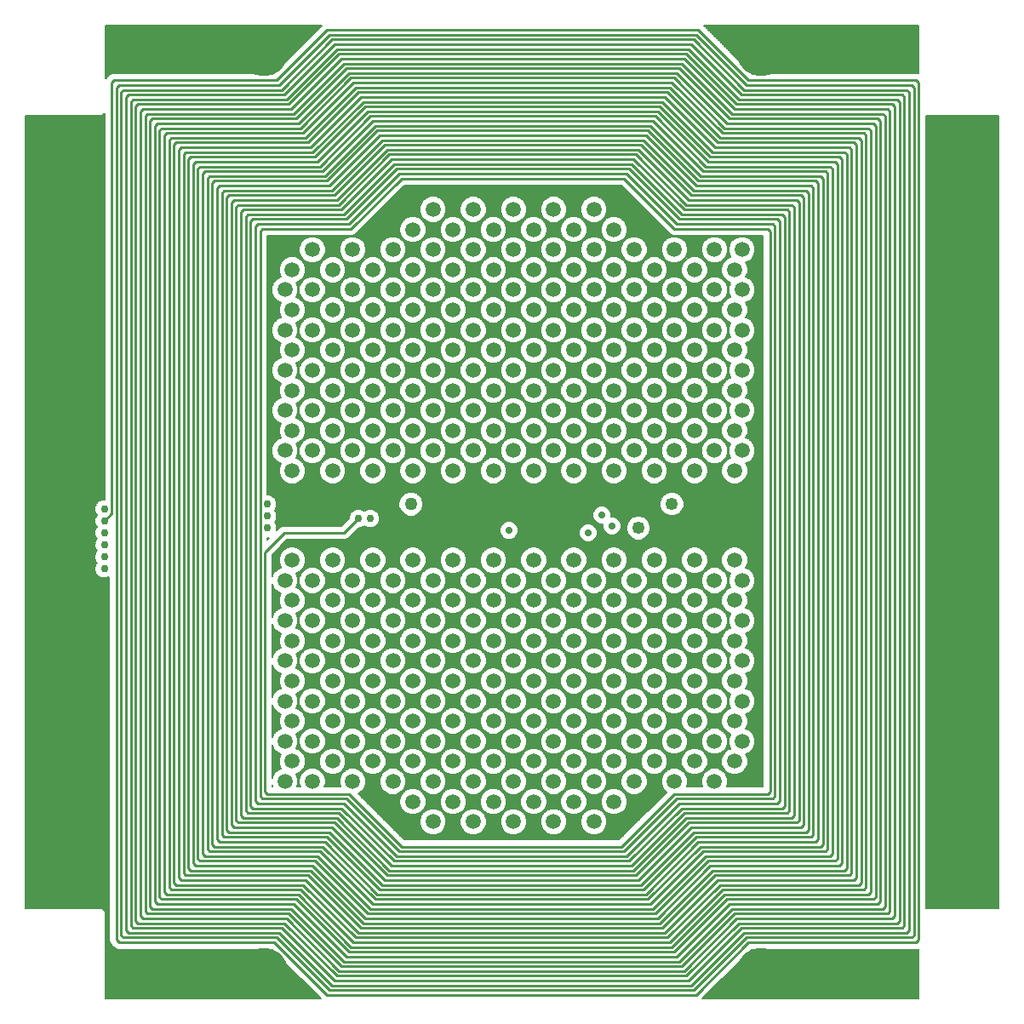
<source format=gbr>
G75*
G70*
%OFA0B0*%
%FSLAX24Y24*%
%IPPOS*%
%LPD*%
%AMOC8*
5,1,8,0,0,1.08239X$1,22.5*
%
%ADD10C,0.1896*%
%ADD11C,0.0594*%
%ADD12C,0.0493*%
%ADD13C,0.0502*%
%ADD14C,0.0108*%
%ADD15C,0.0298*%
%ADD16C,0.0278*%
%ADD17C,0.0396*%
%ADD18C,0.0059*%
D10*
X009751Y001764D03*
X029199Y001764D03*
X029199Y037827D03*
X009751Y037827D03*
D11*
X016365Y031646D03*
X017152Y030858D03*
X016365Y030071D03*
X017152Y029283D03*
X016365Y028496D03*
X017152Y027709D03*
X017940Y028496D03*
X018727Y027709D03*
X019514Y028496D03*
X018727Y029283D03*
X019514Y030071D03*
X018727Y030858D03*
X017940Y030071D03*
X017940Y031646D03*
X019514Y031646D03*
X020302Y030858D03*
X021089Y030071D03*
X020302Y029283D03*
X021089Y028496D03*
X020302Y027709D03*
X021089Y026921D03*
X020302Y026134D03*
X021089Y025346D03*
X020302Y024559D03*
X021089Y023772D03*
X021877Y024559D03*
X022664Y023772D03*
X023451Y024559D03*
X022664Y025346D03*
X023451Y026134D03*
X022664Y026921D03*
X021877Y026134D03*
X021877Y027709D03*
X022664Y028496D03*
X023451Y027709D03*
X024239Y028496D03*
X025026Y027709D03*
X025814Y028496D03*
X026601Y027709D03*
X027388Y028496D03*
X026601Y029283D03*
X027388Y030071D03*
X028176Y029283D03*
X028463Y028496D03*
X028176Y027709D03*
X028463Y026921D03*
X028176Y026134D03*
X028463Y025346D03*
X028176Y024559D03*
X028463Y023772D03*
X028176Y022984D03*
X028463Y022197D03*
X028176Y021409D03*
X027388Y022197D03*
X026601Y022984D03*
X025814Y022197D03*
X026601Y021409D03*
X025026Y021409D03*
X024239Y022197D03*
X025026Y022984D03*
X024239Y023772D03*
X025026Y024559D03*
X024239Y025346D03*
X025026Y026134D03*
X024239Y026921D03*
X025814Y026921D03*
X026601Y026134D03*
X027388Y026921D03*
X027388Y025346D03*
X026601Y024559D03*
X027388Y023772D03*
X025814Y023772D03*
X025814Y025346D03*
X023451Y022984D03*
X022664Y022197D03*
X021877Y022984D03*
X021089Y022197D03*
X020302Y022984D03*
X019514Y022197D03*
X018727Y022984D03*
X017940Y022197D03*
X018727Y021409D03*
X020302Y021409D03*
X021877Y021409D03*
X023451Y021409D03*
X023451Y017906D03*
X022664Y017118D03*
X023451Y016331D03*
X022664Y015543D03*
X023451Y014756D03*
X022664Y013969D03*
X021877Y014756D03*
X021089Y015543D03*
X020302Y014756D03*
X021089Y013969D03*
X020302Y013181D03*
X021089Y012394D03*
X021877Y013181D03*
X022664Y012394D03*
X023451Y013181D03*
X024239Y012394D03*
X025026Y013181D03*
X024239Y013969D03*
X025026Y014756D03*
X024239Y015543D03*
X025026Y016331D03*
X024239Y017118D03*
X025026Y017906D03*
X025814Y017118D03*
X026601Y016331D03*
X027388Y017118D03*
X026601Y017906D03*
X028176Y017906D03*
X028463Y017118D03*
X028176Y016331D03*
X028463Y015543D03*
X028176Y014756D03*
X028463Y013969D03*
X028176Y013181D03*
X028463Y012394D03*
X028176Y011606D03*
X028463Y010819D03*
X028176Y010031D03*
X027388Y009244D03*
X026601Y010031D03*
X025814Y009244D03*
X025026Y010031D03*
X024239Y009244D03*
X023451Y008457D03*
X022664Y009244D03*
X021877Y008457D03*
X022664Y007669D03*
X021089Y007669D03*
X020302Y008457D03*
X021089Y009244D03*
X020302Y010031D03*
X019514Y009244D03*
X018727Y008457D03*
X017940Y009244D03*
X018727Y010031D03*
X019514Y010819D03*
X018727Y011606D03*
X017940Y010819D03*
X017152Y011606D03*
X016365Y010819D03*
X017152Y010031D03*
X016365Y009244D03*
X017152Y008457D03*
X016365Y007669D03*
X015577Y008457D03*
X014790Y009244D03*
X015577Y010031D03*
X014790Y010819D03*
X015577Y011606D03*
X014790Y012394D03*
X015577Y013181D03*
X014790Y013969D03*
X015577Y014756D03*
X014790Y015543D03*
X015577Y016331D03*
X014790Y017118D03*
X015577Y017906D03*
X016365Y017118D03*
X017152Y016331D03*
X017940Y017118D03*
X018727Y016331D03*
X019514Y017118D03*
X018727Y017906D03*
X020302Y017906D03*
X021089Y017118D03*
X020302Y016331D03*
X019514Y015543D03*
X018727Y014756D03*
X017940Y015543D03*
X017152Y014756D03*
X016365Y015543D03*
X016365Y013969D03*
X017152Y013181D03*
X016365Y012394D03*
X017940Y012394D03*
X018727Y013181D03*
X019514Y012394D03*
X020302Y011606D03*
X021089Y010819D03*
X021877Y011606D03*
X022664Y010819D03*
X023451Y011606D03*
X024239Y010819D03*
X025026Y011606D03*
X025814Y010819D03*
X026601Y011606D03*
X027388Y010819D03*
X027388Y012394D03*
X026601Y013181D03*
X025814Y012394D03*
X025814Y013969D03*
X026601Y014756D03*
X027388Y015543D03*
X025814Y015543D03*
X027388Y013969D03*
X023451Y010031D03*
X021877Y010031D03*
X019514Y007669D03*
X017940Y007669D03*
X014003Y010031D03*
X013215Y009244D03*
X012428Y010031D03*
X011640Y009244D03*
X010566Y009244D03*
X010853Y010031D03*
X010566Y010819D03*
X010853Y011606D03*
X010566Y012394D03*
X010853Y013181D03*
X010566Y013969D03*
X010853Y014756D03*
X010566Y015543D03*
X010853Y016331D03*
X010566Y017118D03*
X010853Y017906D03*
X011640Y017118D03*
X012428Y016331D03*
X013215Y017118D03*
X012428Y017906D03*
X014003Y017906D03*
X014003Y016331D03*
X013215Y015543D03*
X012428Y014756D03*
X013215Y013969D03*
X014003Y014756D03*
X014003Y013181D03*
X013215Y012394D03*
X012428Y013181D03*
X011640Y012394D03*
X012428Y011606D03*
X013215Y010819D03*
X014003Y011606D03*
X011640Y010819D03*
X011640Y013969D03*
X011640Y015543D03*
X010853Y021409D03*
X010566Y022197D03*
X010853Y022984D03*
X010566Y023772D03*
X010853Y024559D03*
X010566Y025346D03*
X010853Y026134D03*
X010566Y026921D03*
X010853Y027709D03*
X010566Y028496D03*
X010853Y029283D03*
X011640Y028496D03*
X012428Y027709D03*
X013215Y028496D03*
X012428Y029283D03*
X013215Y030071D03*
X014003Y029283D03*
X014790Y028496D03*
X015577Y027709D03*
X014790Y026921D03*
X015577Y026134D03*
X014790Y025346D03*
X015577Y024559D03*
X014790Y023772D03*
X015577Y022984D03*
X014790Y022197D03*
X015577Y021409D03*
X016365Y022197D03*
X017152Y022984D03*
X016365Y023772D03*
X017152Y024559D03*
X016365Y025346D03*
X017152Y026134D03*
X016365Y026921D03*
X017940Y026921D03*
X018727Y026134D03*
X019514Y026921D03*
X019514Y025346D03*
X018727Y024559D03*
X019514Y023772D03*
X017940Y023772D03*
X017940Y025346D03*
X017152Y021409D03*
X014003Y021409D03*
X013215Y022197D03*
X012428Y022984D03*
X013215Y023772D03*
X012428Y024559D03*
X013215Y025346D03*
X014003Y024559D03*
X014003Y022984D03*
X012428Y021409D03*
X011640Y022197D03*
X011640Y023772D03*
X011640Y025346D03*
X012428Y026134D03*
X013215Y026921D03*
X014003Y026134D03*
X014003Y027709D03*
X015577Y029283D03*
X014790Y030071D03*
X015577Y030858D03*
X011640Y030071D03*
X011640Y026921D03*
X017152Y017906D03*
X017940Y013969D03*
X019514Y013969D03*
X021877Y016331D03*
X021877Y017906D03*
X021877Y029283D03*
X022664Y030071D03*
X023451Y030858D03*
X022664Y031646D03*
X021877Y030858D03*
X021089Y031646D03*
X023451Y029283D03*
X024239Y030071D03*
X025026Y029283D03*
X025814Y030071D03*
X028463Y030071D03*
D12*
X025722Y020104D03*
X024409Y019166D03*
D13*
X015500Y020104D03*
D14*
X013437Y019541D02*
X012874Y018979D01*
X010530Y018979D01*
X009780Y018228D01*
X009780Y008850D01*
X009873Y008757D01*
X013062Y008757D01*
X015125Y006693D01*
X023753Y006693D01*
X025816Y008757D01*
X029473Y008757D01*
X029567Y008850D01*
X029567Y030795D01*
X029473Y030889D01*
X025816Y030889D01*
X023847Y032858D01*
X015125Y032858D01*
X013156Y030889D01*
X009686Y030889D01*
X009592Y030795D01*
X009592Y008663D01*
X009686Y008569D01*
X012968Y008569D01*
X015031Y006506D01*
X023847Y006506D01*
X025910Y008569D01*
X029661Y008569D01*
X029755Y008663D01*
X029755Y030982D01*
X029661Y031076D01*
X025910Y031076D01*
X023940Y033045D01*
X015031Y033045D01*
X013062Y031076D01*
X009498Y031076D01*
X009405Y030982D01*
X009405Y008475D01*
X009498Y008381D01*
X012874Y008381D01*
X014938Y006318D01*
X023940Y006318D01*
X026004Y008381D01*
X029849Y008381D01*
X029942Y008475D01*
X029942Y031170D01*
X029849Y031264D01*
X026004Y031264D01*
X024034Y033233D01*
X014938Y033233D01*
X012968Y031264D01*
X009311Y031264D01*
X009217Y031170D01*
X009217Y008288D01*
X009311Y008194D01*
X012781Y008194D01*
X014844Y006131D01*
X024034Y006131D01*
X026097Y008194D01*
X030036Y008194D01*
X030130Y008288D01*
X030130Y031357D01*
X030036Y031451D01*
X026097Y031451D01*
X024128Y033421D01*
X014844Y033421D01*
X012874Y031451D01*
X009123Y031451D01*
X009029Y031357D01*
X009029Y008100D01*
X009123Y008006D01*
X012687Y008006D01*
X014750Y005943D01*
X024128Y005943D01*
X026191Y008006D01*
X030224Y008006D01*
X030317Y008100D01*
X030317Y031545D01*
X030224Y031639D01*
X026191Y031639D01*
X024222Y033608D01*
X014750Y033608D01*
X012781Y031639D01*
X008936Y031639D01*
X008842Y031545D01*
X008842Y007913D01*
X008936Y007819D01*
X012593Y007819D01*
X014656Y005756D01*
X024222Y005756D01*
X026285Y007819D01*
X030411Y007819D01*
X030505Y007913D01*
X030505Y031733D01*
X030411Y031826D01*
X026285Y031826D01*
X024316Y033796D01*
X014656Y033796D01*
X012687Y031826D01*
X008748Y031826D01*
X008654Y031733D01*
X008654Y007725D01*
X008748Y007631D01*
X012499Y007631D01*
X014562Y005568D01*
X024316Y005568D01*
X026379Y007631D01*
X030599Y007631D01*
X030693Y007725D01*
X030693Y031920D01*
X030599Y032014D01*
X026379Y032014D01*
X024409Y033983D01*
X014562Y033983D01*
X012593Y032014D01*
X008561Y032014D01*
X008467Y031920D01*
X008467Y007537D01*
X008561Y007444D01*
X012406Y007444D01*
X014469Y005380D01*
X024409Y005380D01*
X026472Y007444D01*
X030786Y007444D01*
X030880Y007537D01*
X030880Y032108D01*
X030786Y032201D01*
X026472Y032201D01*
X024503Y034171D01*
X014469Y034171D01*
X012499Y032201D01*
X008373Y032201D01*
X008279Y032108D01*
X008279Y007350D01*
X008373Y007256D01*
X012312Y007256D01*
X014375Y005193D01*
X024503Y005193D01*
X026566Y007256D01*
X030974Y007256D01*
X031068Y007350D01*
X031068Y032295D01*
X030974Y032389D01*
X026566Y032389D01*
X024597Y034358D01*
X014375Y034358D01*
X012406Y032389D01*
X008185Y032389D01*
X008092Y032295D01*
X008092Y007162D01*
X008185Y007069D01*
X012218Y007069D01*
X014281Y005005D01*
X024597Y005005D01*
X026660Y007069D01*
X031161Y007069D01*
X031255Y007162D01*
X031255Y032483D01*
X031161Y032577D01*
X026660Y032577D01*
X024691Y034546D01*
X014281Y034546D01*
X012312Y032577D01*
X007998Y032577D01*
X007904Y032483D01*
X007904Y006975D01*
X007998Y006881D01*
X012124Y006881D01*
X014187Y004818D01*
X024691Y004818D01*
X026754Y006881D01*
X031349Y006881D01*
X031443Y006975D01*
X031443Y032670D01*
X031349Y032764D01*
X026754Y032764D01*
X024784Y034733D01*
X014187Y034733D01*
X012218Y032764D01*
X007810Y032764D01*
X007717Y032670D01*
X007717Y006787D01*
X007810Y006693D01*
X012030Y006693D01*
X014094Y004630D01*
X024784Y004630D01*
X026848Y006693D01*
X031537Y006693D01*
X031630Y006787D01*
X031630Y032858D01*
X031537Y032952D01*
X026848Y032952D01*
X024878Y034921D01*
X014094Y034921D01*
X012124Y032952D01*
X007623Y032952D01*
X007529Y032858D01*
X007529Y006600D01*
X007623Y006506D01*
X011937Y006506D01*
X014000Y004443D01*
X024878Y004443D01*
X026941Y006506D01*
X031724Y006506D01*
X031818Y006600D01*
X031818Y033045D01*
X031724Y033139D01*
X026941Y033139D01*
X024972Y035109D01*
X014000Y035109D01*
X012030Y033139D01*
X007435Y033139D01*
X007341Y033045D01*
X007341Y006412D01*
X007435Y006318D01*
X011843Y006318D01*
X013906Y004255D01*
X024972Y004255D01*
X027035Y006318D01*
X031912Y006318D01*
X032005Y006412D01*
X032005Y033233D01*
X031912Y033327D01*
X027035Y033327D01*
X025066Y035296D01*
X013906Y035296D01*
X011937Y033327D01*
X007248Y033327D01*
X007154Y033233D01*
X007154Y006224D01*
X007248Y006131D01*
X011749Y006131D01*
X013812Y004068D01*
X025066Y004068D01*
X027129Y006131D01*
X032099Y006131D01*
X032193Y006224D01*
X032193Y033421D01*
X032099Y033514D01*
X027129Y033514D01*
X025160Y035484D01*
X013812Y035484D01*
X011843Y033514D01*
X007060Y033514D01*
X006966Y033421D01*
X006966Y006037D01*
X007060Y005943D01*
X011655Y005943D01*
X013718Y003880D01*
X025160Y003880D01*
X027223Y005943D01*
X032287Y005943D01*
X032381Y006037D01*
X032381Y033608D01*
X032287Y033702D01*
X027223Y033702D01*
X025253Y035671D01*
X013718Y035671D01*
X011749Y033702D01*
X006873Y033702D01*
X006779Y033608D01*
X006779Y005849D01*
X006873Y005756D01*
X011561Y005756D01*
X013625Y003692D01*
X025253Y003692D01*
X027316Y005756D01*
X032474Y005756D01*
X032568Y005849D01*
X032568Y033796D01*
X032474Y033889D01*
X027316Y033889D01*
X025347Y035859D01*
X013625Y035859D01*
X011655Y033889D01*
X006685Y033889D01*
X006591Y033796D01*
X006591Y005662D01*
X006685Y005568D01*
X011468Y005568D01*
X013531Y003505D01*
X025347Y003505D01*
X027410Y005568D01*
X032662Y005568D01*
X032756Y005662D01*
X032756Y033983D01*
X032662Y034077D01*
X027410Y034077D01*
X025441Y036046D01*
X013531Y036046D01*
X011561Y034077D01*
X006497Y034077D01*
X006404Y033983D01*
X006404Y005474D01*
X006497Y005380D01*
X011374Y005380D01*
X013437Y003317D01*
X025441Y003317D01*
X027504Y005380D01*
X032849Y005380D01*
X032943Y005474D01*
X032943Y034171D01*
X032849Y034265D01*
X027504Y034265D01*
X025535Y036234D01*
X013437Y036234D01*
X011468Y034265D01*
X006310Y034265D01*
X006216Y034171D01*
X006216Y005287D01*
X006310Y005193D01*
X011280Y005193D01*
X013343Y003130D01*
X025535Y003130D01*
X027598Y005193D01*
X033037Y005193D01*
X033131Y005287D01*
X033131Y034358D01*
X033037Y034452D01*
X027598Y034452D01*
X025628Y036421D01*
X013343Y036421D01*
X011374Y034452D01*
X006122Y034452D01*
X006029Y034358D01*
X006029Y005099D01*
X006122Y005005D01*
X011186Y005005D01*
X013250Y002942D01*
X025628Y002942D01*
X027692Y005005D01*
X033225Y005005D01*
X033318Y005099D01*
X033318Y034546D01*
X033225Y034640D01*
X027692Y034640D01*
X025722Y036609D01*
X013250Y036609D01*
X011280Y034640D01*
X005935Y034640D01*
X005841Y034546D01*
X005841Y004912D01*
X005935Y004818D01*
X011093Y004818D01*
X013156Y002755D01*
X025722Y002755D01*
X027785Y004818D01*
X033412Y004818D01*
X033506Y004912D01*
X033506Y034733D01*
X033412Y034827D01*
X027785Y034827D01*
X025816Y036797D01*
X013156Y036797D01*
X011186Y034827D01*
X005747Y034827D01*
X005653Y034733D01*
X005653Y004724D01*
X005747Y004630D01*
X010999Y004630D01*
X013062Y002567D01*
X025816Y002567D01*
X027879Y004630D01*
X033600Y004630D01*
X033693Y004724D01*
X033693Y034921D01*
X033600Y035015D01*
X027879Y035015D01*
X025910Y036984D01*
X013062Y036984D01*
X011093Y035015D01*
X005560Y035015D01*
X005466Y034921D01*
X005466Y004536D01*
X005560Y004443D01*
X010905Y004443D01*
X012968Y002380D01*
X025910Y002380D01*
X027973Y004443D01*
X033787Y004443D01*
X033881Y004536D01*
X033881Y035109D01*
X033787Y035202D01*
X027973Y035202D01*
X026004Y037172D01*
X012968Y037172D01*
X010999Y035202D01*
X005372Y035202D01*
X005278Y035109D01*
X005278Y004349D01*
X005372Y004255D01*
X010811Y004255D01*
X012874Y002192D01*
X026004Y002192D01*
X028067Y004255D01*
X033975Y004255D01*
X034069Y004349D01*
X034069Y035296D01*
X033975Y035390D01*
X028067Y035390D01*
X026097Y037359D01*
X012874Y037359D01*
X010905Y035390D01*
X005184Y035390D01*
X005091Y035296D01*
X005091Y004161D01*
X005184Y004068D01*
X010717Y004068D01*
X012781Y002004D01*
X026097Y002004D01*
X028160Y004068D01*
X034162Y004068D01*
X034256Y004161D01*
X034256Y035484D01*
X034162Y035577D01*
X028160Y035577D01*
X026191Y037547D01*
X012781Y037547D01*
X010811Y035577D01*
X004997Y035577D01*
X004903Y035484D01*
X004903Y003974D01*
X004997Y003880D01*
X010624Y003880D01*
X012687Y001817D01*
X026191Y001817D01*
X028254Y003880D01*
X034350Y003880D01*
X034444Y003974D01*
X034444Y035671D01*
X034350Y035765D01*
X028254Y035765D01*
X026285Y037734D01*
X012687Y037734D01*
X010717Y035765D01*
X004809Y035765D01*
X004716Y035671D01*
X004716Y003786D01*
X004809Y003692D01*
X010530Y003692D01*
X012593Y001629D01*
X026285Y001629D01*
X028348Y003692D01*
X034537Y003692D01*
X034631Y003786D01*
X034631Y035859D01*
X034537Y035953D01*
X028348Y035953D01*
X026379Y037922D01*
X012593Y037922D01*
X010624Y035953D01*
X004622Y035953D01*
X004528Y035859D01*
X004528Y003599D01*
X004622Y003505D01*
X010436Y003505D01*
X012499Y001442D01*
X026379Y001442D01*
X028442Y003505D01*
X034725Y003505D01*
X034819Y003599D01*
X034819Y036046D01*
X034725Y036140D01*
X028442Y036140D01*
X026472Y038110D01*
X012499Y038110D01*
X010530Y036140D01*
X004434Y036140D01*
X004340Y036046D01*
X004340Y003411D01*
X004434Y003317D01*
X010342Y003317D01*
X012406Y001254D01*
X026472Y001254D01*
X028536Y003317D01*
X034913Y003317D01*
X035006Y003411D01*
X035006Y036234D01*
X034913Y036328D01*
X028536Y036328D01*
X026566Y038297D01*
X012406Y038297D01*
X010436Y036328D01*
X004247Y036328D01*
X004153Y036234D01*
X004153Y003224D01*
X004247Y003130D01*
X010249Y003130D01*
X012312Y001067D01*
X026566Y001067D01*
X028629Y003130D01*
X035100Y003130D01*
X035194Y003224D01*
X035194Y036421D01*
X035100Y036515D01*
X028629Y036515D01*
X026660Y038485D01*
X012312Y038485D01*
X010342Y036515D01*
X004059Y036515D01*
X003965Y036421D01*
X003965Y003036D01*
X004059Y002942D01*
X010155Y002942D01*
X012218Y000879D01*
X026660Y000879D01*
X028723Y002942D01*
X035288Y002942D01*
X035381Y003036D01*
X035381Y036609D01*
X035288Y036703D01*
X028723Y036703D01*
X026754Y038672D01*
X012218Y038672D01*
X010249Y036703D01*
X003872Y036703D01*
X003778Y036609D01*
X003778Y019729D01*
X003496Y019447D01*
D15*
X003496Y019447D03*
X003496Y018979D03*
X003496Y018510D03*
X003496Y018041D03*
X003496Y017572D03*
X003496Y019916D03*
X009873Y020104D03*
X009873Y019635D03*
X009873Y019166D03*
X013437Y019541D03*
X013906Y019541D03*
D16*
X019345Y019072D03*
X022440Y018979D03*
X022979Y019677D03*
X023373Y019244D03*
D17*
X037077Y017256D03*
X037073Y011886D03*
X037073Y006331D03*
X027703Y000937D03*
X011168Y000937D03*
X001743Y006472D03*
X001695Y011839D03*
X001695Y017717D03*
X001695Y023457D03*
X001695Y028402D03*
X001652Y033303D03*
X011207Y038575D03*
X027743Y038535D03*
X036983Y033398D03*
X037030Y028126D03*
X037125Y023039D03*
D18*
X003541Y004141D02*
X003541Y000730D01*
X011971Y000730D01*
X010039Y002662D01*
X004003Y002662D01*
X003900Y002705D01*
X003822Y002784D01*
X003728Y002877D01*
X003685Y002980D01*
X003685Y003092D01*
X003685Y017244D01*
X003571Y017197D01*
X003422Y017197D01*
X003284Y017254D01*
X003178Y017359D01*
X003121Y017497D01*
X003121Y017646D01*
X003178Y017784D01*
X003200Y017806D01*
X003178Y017828D01*
X003121Y017966D01*
X003121Y018115D01*
X003178Y018253D01*
X003200Y018275D01*
X003178Y018297D01*
X003121Y018435D01*
X003121Y018584D01*
X003178Y018722D01*
X003200Y018744D01*
X003178Y018766D01*
X003121Y018904D01*
X003121Y019053D01*
X003178Y019191D01*
X003200Y019213D01*
X003178Y019235D01*
X003121Y019373D01*
X003121Y019522D01*
X003178Y019660D01*
X003200Y019682D01*
X003178Y019704D01*
X003121Y019842D01*
X003121Y019991D01*
X003178Y020129D01*
X003284Y020234D01*
X003422Y020292D01*
X003498Y020292D01*
X003498Y035406D01*
X003408Y035317D01*
X000391Y035317D01*
X000391Y004274D01*
X003221Y004274D01*
X003408Y004274D01*
X003541Y004141D01*
X003541Y004133D02*
X003685Y004133D01*
X003685Y004190D02*
X003492Y004190D01*
X003434Y004248D02*
X003685Y004248D01*
X003685Y004305D02*
X000391Y004305D01*
X000391Y004363D02*
X003685Y004363D01*
X003685Y004421D02*
X000391Y004421D01*
X000391Y004478D02*
X003685Y004478D01*
X003685Y004536D02*
X000391Y004536D01*
X000391Y004593D02*
X003685Y004593D01*
X003685Y004651D02*
X000391Y004651D01*
X000391Y004709D02*
X003685Y004709D01*
X003685Y004766D02*
X000391Y004766D01*
X000391Y004824D02*
X003685Y004824D01*
X003685Y004881D02*
X000391Y004881D01*
X000391Y004939D02*
X003685Y004939D01*
X003685Y004997D02*
X000391Y004997D01*
X000391Y005054D02*
X003685Y005054D01*
X003685Y005112D02*
X000391Y005112D01*
X000391Y005169D02*
X003685Y005169D01*
X003685Y005227D02*
X000391Y005227D01*
X000391Y005285D02*
X003685Y005285D01*
X003685Y005342D02*
X000391Y005342D01*
X000391Y005400D02*
X003685Y005400D01*
X003685Y005457D02*
X000391Y005457D01*
X000391Y005515D02*
X003685Y005515D01*
X003685Y005573D02*
X000391Y005573D01*
X000391Y005630D02*
X003685Y005630D01*
X003685Y005688D02*
X000391Y005688D01*
X000391Y005745D02*
X003685Y005745D01*
X003685Y005803D02*
X000391Y005803D01*
X000391Y005861D02*
X003685Y005861D01*
X003685Y005918D02*
X000391Y005918D01*
X000391Y005976D02*
X003685Y005976D01*
X003685Y006033D02*
X000391Y006033D01*
X000391Y006091D02*
X003685Y006091D01*
X003685Y006149D02*
X000391Y006149D01*
X000391Y006206D02*
X003685Y006206D01*
X003685Y006264D02*
X000391Y006264D01*
X000391Y006321D02*
X003685Y006321D01*
X003685Y006379D02*
X000391Y006379D01*
X000391Y006437D02*
X003685Y006437D01*
X003685Y006494D02*
X000391Y006494D01*
X000391Y006552D02*
X003685Y006552D01*
X003685Y006609D02*
X000391Y006609D01*
X000391Y006667D02*
X003685Y006667D01*
X003685Y006725D02*
X000391Y006725D01*
X000391Y006782D02*
X003685Y006782D01*
X003685Y006840D02*
X000391Y006840D01*
X000391Y006897D02*
X003685Y006897D01*
X003685Y006955D02*
X000391Y006955D01*
X000391Y007013D02*
X003685Y007013D01*
X003685Y007070D02*
X000391Y007070D01*
X000391Y007128D02*
X003685Y007128D01*
X003685Y007185D02*
X000391Y007185D01*
X000391Y007243D02*
X003685Y007243D01*
X003685Y007301D02*
X000391Y007301D01*
X000391Y007358D02*
X003685Y007358D01*
X003685Y007416D02*
X000391Y007416D01*
X000391Y007473D02*
X003685Y007473D01*
X003685Y007531D02*
X000391Y007531D01*
X000391Y007589D02*
X003685Y007589D01*
X003685Y007646D02*
X000391Y007646D01*
X000391Y007704D02*
X003685Y007704D01*
X003685Y007761D02*
X000391Y007761D01*
X000391Y007819D02*
X003685Y007819D01*
X003685Y007877D02*
X000391Y007877D01*
X000391Y007934D02*
X003685Y007934D01*
X003685Y007992D02*
X000391Y007992D01*
X000391Y008049D02*
X003685Y008049D01*
X003685Y008107D02*
X000391Y008107D01*
X000391Y008165D02*
X003685Y008165D01*
X003685Y008222D02*
X000391Y008222D01*
X000391Y008280D02*
X003685Y008280D01*
X003685Y008337D02*
X000391Y008337D01*
X000391Y008395D02*
X003685Y008395D01*
X003685Y008453D02*
X000391Y008453D01*
X000391Y008510D02*
X003685Y008510D01*
X003685Y008568D02*
X000391Y008568D01*
X000391Y008625D02*
X003685Y008625D01*
X003685Y008683D02*
X000391Y008683D01*
X000391Y008741D02*
X003685Y008741D01*
X003685Y008798D02*
X000391Y008798D01*
X000391Y008856D02*
X003685Y008856D01*
X003685Y008913D02*
X000391Y008913D01*
X000391Y008971D02*
X003685Y008971D01*
X003685Y009029D02*
X000391Y009029D01*
X000391Y009086D02*
X003685Y009086D01*
X003685Y009144D02*
X000391Y009144D01*
X000391Y009201D02*
X003685Y009201D01*
X003685Y009259D02*
X000391Y009259D01*
X000391Y009316D02*
X003685Y009316D01*
X003685Y009374D02*
X000391Y009374D01*
X000391Y009432D02*
X003685Y009432D01*
X003685Y009489D02*
X000391Y009489D01*
X000391Y009547D02*
X003685Y009547D01*
X003685Y009604D02*
X000391Y009604D01*
X000391Y009662D02*
X003685Y009662D01*
X003685Y009720D02*
X000391Y009720D01*
X000391Y009777D02*
X003685Y009777D01*
X003685Y009835D02*
X000391Y009835D01*
X000391Y009892D02*
X003685Y009892D01*
X003685Y009950D02*
X000391Y009950D01*
X000391Y010008D02*
X003685Y010008D01*
X003685Y010065D02*
X000391Y010065D01*
X000391Y010123D02*
X003685Y010123D01*
X003685Y010180D02*
X000391Y010180D01*
X000391Y010238D02*
X003685Y010238D01*
X003685Y010296D02*
X000391Y010296D01*
X000391Y010353D02*
X003685Y010353D01*
X003685Y010411D02*
X000391Y010411D01*
X000391Y010468D02*
X003685Y010468D01*
X003685Y010526D02*
X000391Y010526D01*
X000391Y010584D02*
X003685Y010584D01*
X003685Y010641D02*
X000391Y010641D01*
X000391Y010699D02*
X003685Y010699D01*
X003685Y010756D02*
X000391Y010756D01*
X000391Y010814D02*
X003685Y010814D01*
X003685Y010872D02*
X000391Y010872D01*
X000391Y010929D02*
X003685Y010929D01*
X003685Y010987D02*
X000391Y010987D01*
X000391Y011044D02*
X003685Y011044D01*
X003685Y011102D02*
X000391Y011102D01*
X000391Y011160D02*
X003685Y011160D01*
X003685Y011217D02*
X000391Y011217D01*
X000391Y011275D02*
X003685Y011275D01*
X003685Y011332D02*
X000391Y011332D01*
X000391Y011390D02*
X003685Y011390D01*
X003685Y011448D02*
X000391Y011448D01*
X000391Y011505D02*
X003685Y011505D01*
X003685Y011563D02*
X000391Y011563D01*
X000391Y011620D02*
X003685Y011620D01*
X003685Y011678D02*
X000391Y011678D01*
X000391Y011736D02*
X003685Y011736D01*
X003685Y011793D02*
X000391Y011793D01*
X000391Y011851D02*
X003685Y011851D01*
X003685Y011908D02*
X000391Y011908D01*
X000391Y011966D02*
X003685Y011966D01*
X003685Y012024D02*
X000391Y012024D01*
X000391Y012081D02*
X003685Y012081D01*
X003685Y012139D02*
X000391Y012139D01*
X000391Y012196D02*
X003685Y012196D01*
X003685Y012254D02*
X000391Y012254D01*
X000391Y012312D02*
X003685Y012312D01*
X003685Y012369D02*
X000391Y012369D01*
X000391Y012427D02*
X003685Y012427D01*
X003685Y012484D02*
X000391Y012484D01*
X000391Y012542D02*
X003685Y012542D01*
X003685Y012600D02*
X000391Y012600D01*
X000391Y012657D02*
X003685Y012657D01*
X003685Y012715D02*
X000391Y012715D01*
X000391Y012772D02*
X003685Y012772D01*
X003685Y012830D02*
X000391Y012830D01*
X000391Y012888D02*
X003685Y012888D01*
X003685Y012945D02*
X000391Y012945D01*
X000391Y013003D02*
X003685Y013003D01*
X003685Y013060D02*
X000391Y013060D01*
X000391Y013118D02*
X003685Y013118D01*
X003685Y013176D02*
X000391Y013176D01*
X000391Y013233D02*
X003685Y013233D01*
X003685Y013291D02*
X000391Y013291D01*
X000391Y013348D02*
X003685Y013348D01*
X003685Y013406D02*
X000391Y013406D01*
X000391Y013464D02*
X003685Y013464D01*
X003685Y013521D02*
X000391Y013521D01*
X000391Y013579D02*
X003685Y013579D01*
X003685Y013636D02*
X000391Y013636D01*
X000391Y013694D02*
X003685Y013694D01*
X003685Y013752D02*
X000391Y013752D01*
X000391Y013809D02*
X003685Y013809D01*
X003685Y013867D02*
X000391Y013867D01*
X000391Y013924D02*
X003685Y013924D01*
X003685Y013982D02*
X000391Y013982D01*
X000391Y014040D02*
X003685Y014040D01*
X003685Y014097D02*
X000391Y014097D01*
X000391Y014155D02*
X003685Y014155D01*
X003685Y014212D02*
X000391Y014212D01*
X000391Y014270D02*
X003685Y014270D01*
X003685Y014328D02*
X000391Y014328D01*
X000391Y014385D02*
X003685Y014385D01*
X003685Y014443D02*
X000391Y014443D01*
X000391Y014500D02*
X003685Y014500D01*
X003685Y014558D02*
X000391Y014558D01*
X000391Y014616D02*
X003685Y014616D01*
X003685Y014673D02*
X000391Y014673D01*
X000391Y014731D02*
X003685Y014731D01*
X003685Y014788D02*
X000391Y014788D01*
X000391Y014846D02*
X003685Y014846D01*
X003685Y014904D02*
X000391Y014904D01*
X000391Y014961D02*
X003685Y014961D01*
X003685Y015019D02*
X000391Y015019D01*
X000391Y015076D02*
X003685Y015076D01*
X003685Y015134D02*
X000391Y015134D01*
X000391Y015192D02*
X003685Y015192D01*
X003685Y015249D02*
X000391Y015249D01*
X000391Y015307D02*
X003685Y015307D01*
X003685Y015364D02*
X000391Y015364D01*
X000391Y015422D02*
X003685Y015422D01*
X003685Y015480D02*
X000391Y015480D01*
X000391Y015537D02*
X003685Y015537D01*
X003685Y015595D02*
X000391Y015595D01*
X000391Y015652D02*
X003685Y015652D01*
X003685Y015710D02*
X000391Y015710D01*
X000391Y015768D02*
X003685Y015768D01*
X003685Y015825D02*
X000391Y015825D01*
X000391Y015883D02*
X003685Y015883D01*
X003685Y015940D02*
X000391Y015940D01*
X000391Y015998D02*
X003685Y015998D01*
X003685Y016056D02*
X000391Y016056D01*
X000391Y016113D02*
X003685Y016113D01*
X003685Y016171D02*
X000391Y016171D01*
X000391Y016228D02*
X003685Y016228D01*
X003685Y016286D02*
X000391Y016286D01*
X000391Y016344D02*
X003685Y016344D01*
X003685Y016401D02*
X000391Y016401D01*
X000391Y016459D02*
X003685Y016459D01*
X003685Y016516D02*
X000391Y016516D01*
X000391Y016574D02*
X003685Y016574D01*
X003685Y016631D02*
X000391Y016631D01*
X000391Y016689D02*
X003685Y016689D01*
X003685Y016747D02*
X000391Y016747D01*
X000391Y016804D02*
X003685Y016804D01*
X003685Y016862D02*
X000391Y016862D01*
X000391Y016919D02*
X003685Y016919D01*
X003685Y016977D02*
X000391Y016977D01*
X000391Y017035D02*
X003685Y017035D01*
X003685Y017092D02*
X000391Y017092D01*
X000391Y017150D02*
X003685Y017150D01*
X003685Y017207D02*
X003597Y017207D01*
X003395Y017207D02*
X000391Y017207D01*
X000391Y017265D02*
X003272Y017265D01*
X003215Y017323D02*
X000391Y017323D01*
X000391Y017380D02*
X003170Y017380D01*
X003146Y017438D02*
X000391Y017438D01*
X000391Y017495D02*
X003122Y017495D01*
X003121Y017553D02*
X000391Y017553D01*
X000391Y017611D02*
X003121Y017611D01*
X003130Y017668D02*
X000391Y017668D01*
X000391Y017726D02*
X003154Y017726D01*
X003178Y017783D02*
X000391Y017783D01*
X000391Y017841D02*
X003173Y017841D01*
X003149Y017899D02*
X000391Y017899D01*
X000391Y017956D02*
X003125Y017956D01*
X003121Y018014D02*
X000391Y018014D01*
X000391Y018071D02*
X003121Y018071D01*
X003127Y018129D02*
X000391Y018129D01*
X000391Y018187D02*
X003151Y018187D01*
X003175Y018244D02*
X000391Y018244D01*
X000391Y018302D02*
X003176Y018302D01*
X003152Y018359D02*
X000391Y018359D01*
X000391Y018417D02*
X003129Y018417D01*
X003121Y018475D02*
X000391Y018475D01*
X000391Y018532D02*
X003121Y018532D01*
X003124Y018590D02*
X000391Y018590D01*
X000391Y018647D02*
X003147Y018647D01*
X003171Y018705D02*
X000391Y018705D01*
X000391Y018763D02*
X003182Y018763D01*
X003156Y018820D02*
X000391Y018820D01*
X000391Y018878D02*
X003132Y018878D01*
X003121Y018935D02*
X000391Y018935D01*
X000391Y018993D02*
X003121Y018993D01*
X003121Y019051D02*
X000391Y019051D01*
X000391Y019108D02*
X003144Y019108D01*
X003168Y019166D02*
X000391Y019166D01*
X000391Y019223D02*
X003190Y019223D01*
X003159Y019281D02*
X000391Y019281D01*
X000391Y019339D02*
X003135Y019339D01*
X003121Y019396D02*
X000391Y019396D01*
X000391Y019454D02*
X003121Y019454D01*
X003121Y019511D02*
X000391Y019511D01*
X000391Y019569D02*
X003141Y019569D01*
X003165Y019627D02*
X000391Y019627D01*
X000391Y019684D02*
X003198Y019684D01*
X003163Y019742D02*
X000391Y019742D01*
X000391Y019799D02*
X003139Y019799D01*
X003121Y019857D02*
X000391Y019857D01*
X000391Y019915D02*
X003121Y019915D01*
X003121Y019972D02*
X000391Y019972D01*
X000391Y020030D02*
X003137Y020030D01*
X003161Y020087D02*
X000391Y020087D01*
X000391Y020145D02*
X003194Y020145D01*
X003252Y020203D02*
X000391Y020203D01*
X000391Y020260D02*
X003346Y020260D01*
X003498Y020318D02*
X000391Y020318D01*
X000391Y020375D02*
X003498Y020375D01*
X003498Y020433D02*
X000391Y020433D01*
X000391Y020491D02*
X003498Y020491D01*
X003498Y020548D02*
X000391Y020548D01*
X000391Y020606D02*
X003498Y020606D01*
X003498Y020663D02*
X000391Y020663D01*
X000391Y020721D02*
X003498Y020721D01*
X003498Y020779D02*
X000391Y020779D01*
X000391Y020836D02*
X003498Y020836D01*
X003498Y020894D02*
X000391Y020894D01*
X000391Y020951D02*
X003498Y020951D01*
X003498Y021009D02*
X000391Y021009D01*
X000391Y021067D02*
X003498Y021067D01*
X003498Y021124D02*
X000391Y021124D01*
X000391Y021182D02*
X003498Y021182D01*
X003498Y021239D02*
X000391Y021239D01*
X000391Y021297D02*
X003498Y021297D01*
X003498Y021355D02*
X000391Y021355D01*
X000391Y021412D02*
X003498Y021412D01*
X003498Y021470D02*
X000391Y021470D01*
X000391Y021527D02*
X003498Y021527D01*
X003498Y021585D02*
X000391Y021585D01*
X000391Y021643D02*
X003498Y021643D01*
X003498Y021700D02*
X000391Y021700D01*
X000391Y021758D02*
X003498Y021758D01*
X003498Y021815D02*
X000391Y021815D01*
X000391Y021873D02*
X003498Y021873D01*
X003498Y021931D02*
X000391Y021931D01*
X000391Y021988D02*
X003498Y021988D01*
X003498Y022046D02*
X000391Y022046D01*
X000391Y022103D02*
X003498Y022103D01*
X003498Y022161D02*
X000391Y022161D01*
X000391Y022219D02*
X003498Y022219D01*
X003498Y022276D02*
X000391Y022276D01*
X000391Y022334D02*
X003498Y022334D01*
X003498Y022391D02*
X000391Y022391D01*
X000391Y022449D02*
X003498Y022449D01*
X003498Y022507D02*
X000391Y022507D01*
X000391Y022564D02*
X003498Y022564D01*
X003498Y022622D02*
X000391Y022622D01*
X000391Y022679D02*
X003498Y022679D01*
X003498Y022737D02*
X000391Y022737D01*
X000391Y022795D02*
X003498Y022795D01*
X003498Y022852D02*
X000391Y022852D01*
X000391Y022910D02*
X003498Y022910D01*
X003498Y022967D02*
X000391Y022967D01*
X000391Y023025D02*
X003498Y023025D01*
X003498Y023083D02*
X000391Y023083D01*
X000391Y023140D02*
X003498Y023140D01*
X003498Y023198D02*
X000391Y023198D01*
X000391Y023255D02*
X003498Y023255D01*
X003498Y023313D02*
X000391Y023313D01*
X000391Y023371D02*
X003498Y023371D01*
X003498Y023428D02*
X000391Y023428D01*
X000391Y023486D02*
X003498Y023486D01*
X003498Y023543D02*
X000391Y023543D01*
X000391Y023601D02*
X003498Y023601D01*
X003498Y023659D02*
X000391Y023659D01*
X000391Y023716D02*
X003498Y023716D01*
X003498Y023774D02*
X000391Y023774D01*
X000391Y023831D02*
X003498Y023831D01*
X003498Y023889D02*
X000391Y023889D01*
X000391Y023946D02*
X003498Y023946D01*
X003498Y024004D02*
X000391Y024004D01*
X000391Y024062D02*
X003498Y024062D01*
X003498Y024119D02*
X000391Y024119D01*
X000391Y024177D02*
X003498Y024177D01*
X003498Y024234D02*
X000391Y024234D01*
X000391Y024292D02*
X003498Y024292D01*
X003498Y024350D02*
X000391Y024350D01*
X000391Y024407D02*
X003498Y024407D01*
X003498Y024465D02*
X000391Y024465D01*
X000391Y024522D02*
X003498Y024522D01*
X003498Y024580D02*
X000391Y024580D01*
X000391Y024638D02*
X003498Y024638D01*
X003498Y024695D02*
X000391Y024695D01*
X000391Y024753D02*
X003498Y024753D01*
X003498Y024810D02*
X000391Y024810D01*
X000391Y024868D02*
X003498Y024868D01*
X003498Y024926D02*
X000391Y024926D01*
X000391Y024983D02*
X003498Y024983D01*
X003498Y025041D02*
X000391Y025041D01*
X000391Y025098D02*
X003498Y025098D01*
X003498Y025156D02*
X000391Y025156D01*
X000391Y025214D02*
X003498Y025214D01*
X003498Y025271D02*
X000391Y025271D01*
X000391Y025329D02*
X003498Y025329D01*
X003498Y025386D02*
X000391Y025386D01*
X000391Y025444D02*
X003498Y025444D01*
X003498Y025502D02*
X000391Y025502D01*
X000391Y025559D02*
X003498Y025559D01*
X003498Y025617D02*
X000391Y025617D01*
X000391Y025674D02*
X003498Y025674D01*
X003498Y025732D02*
X000391Y025732D01*
X000391Y025790D02*
X003498Y025790D01*
X003498Y025847D02*
X000391Y025847D01*
X000391Y025905D02*
X003498Y025905D01*
X003498Y025962D02*
X000391Y025962D01*
X000391Y026020D02*
X003498Y026020D01*
X003498Y026078D02*
X000391Y026078D01*
X000391Y026135D02*
X003498Y026135D01*
X003498Y026193D02*
X000391Y026193D01*
X000391Y026250D02*
X003498Y026250D01*
X003498Y026308D02*
X000391Y026308D01*
X000391Y026366D02*
X003498Y026366D01*
X003498Y026423D02*
X000391Y026423D01*
X000391Y026481D02*
X003498Y026481D01*
X003498Y026538D02*
X000391Y026538D01*
X000391Y026596D02*
X003498Y026596D01*
X003498Y026654D02*
X000391Y026654D01*
X000391Y026711D02*
X003498Y026711D01*
X003498Y026769D02*
X000391Y026769D01*
X000391Y026826D02*
X003498Y026826D01*
X003498Y026884D02*
X000391Y026884D01*
X000391Y026942D02*
X003498Y026942D01*
X003498Y026999D02*
X000391Y026999D01*
X000391Y027057D02*
X003498Y027057D01*
X003498Y027114D02*
X000391Y027114D01*
X000391Y027172D02*
X003498Y027172D01*
X003498Y027230D02*
X000391Y027230D01*
X000391Y027287D02*
X003498Y027287D01*
X003498Y027345D02*
X000391Y027345D01*
X000391Y027402D02*
X003498Y027402D01*
X003498Y027460D02*
X000391Y027460D01*
X000391Y027518D02*
X003498Y027518D01*
X003498Y027575D02*
X000391Y027575D01*
X000391Y027633D02*
X003498Y027633D01*
X003498Y027690D02*
X000391Y027690D01*
X000391Y027748D02*
X003498Y027748D01*
X003498Y027806D02*
X000391Y027806D01*
X000391Y027863D02*
X003498Y027863D01*
X003498Y027921D02*
X000391Y027921D01*
X000391Y027978D02*
X003498Y027978D01*
X003498Y028036D02*
X000391Y028036D01*
X000391Y028094D02*
X003498Y028094D01*
X003498Y028151D02*
X000391Y028151D01*
X000391Y028209D02*
X003498Y028209D01*
X003498Y028266D02*
X000391Y028266D01*
X000391Y028324D02*
X003498Y028324D01*
X003498Y028382D02*
X000391Y028382D01*
X000391Y028439D02*
X003498Y028439D01*
X003498Y028497D02*
X000391Y028497D01*
X000391Y028554D02*
X003498Y028554D01*
X003498Y028612D02*
X000391Y028612D01*
X000391Y028670D02*
X003498Y028670D01*
X003498Y028727D02*
X000391Y028727D01*
X000391Y028785D02*
X003498Y028785D01*
X003498Y028842D02*
X000391Y028842D01*
X000391Y028900D02*
X003498Y028900D01*
X003498Y028958D02*
X000391Y028958D01*
X000391Y029015D02*
X003498Y029015D01*
X003498Y029073D02*
X000391Y029073D01*
X000391Y029130D02*
X003498Y029130D01*
X003498Y029188D02*
X000391Y029188D01*
X000391Y029246D02*
X003498Y029246D01*
X003498Y029303D02*
X000391Y029303D01*
X000391Y029361D02*
X003498Y029361D01*
X003498Y029418D02*
X000391Y029418D01*
X000391Y029476D02*
X003498Y029476D01*
X003498Y029534D02*
X000391Y029534D01*
X000391Y029591D02*
X003498Y029591D01*
X003498Y029649D02*
X000391Y029649D01*
X000391Y029706D02*
X003498Y029706D01*
X003498Y029764D02*
X000391Y029764D01*
X000391Y029822D02*
X003498Y029822D01*
X003498Y029879D02*
X000391Y029879D01*
X000391Y029937D02*
X003498Y029937D01*
X003498Y029994D02*
X000391Y029994D01*
X000391Y030052D02*
X003498Y030052D01*
X003498Y030110D02*
X000391Y030110D01*
X000391Y030167D02*
X003498Y030167D01*
X003498Y030225D02*
X000391Y030225D01*
X000391Y030282D02*
X003498Y030282D01*
X003498Y030340D02*
X000391Y030340D01*
X000391Y030398D02*
X003498Y030398D01*
X003498Y030455D02*
X000391Y030455D01*
X000391Y030513D02*
X003498Y030513D01*
X003498Y030570D02*
X000391Y030570D01*
X000391Y030628D02*
X003498Y030628D01*
X003498Y030686D02*
X000391Y030686D01*
X000391Y030743D02*
X003498Y030743D01*
X003498Y030801D02*
X000391Y030801D01*
X000391Y030858D02*
X003498Y030858D01*
X003498Y030916D02*
X000391Y030916D01*
X000391Y030974D02*
X003498Y030974D01*
X003498Y031031D02*
X000391Y031031D01*
X000391Y031089D02*
X003498Y031089D01*
X003498Y031146D02*
X000391Y031146D01*
X000391Y031204D02*
X003498Y031204D01*
X003498Y031261D02*
X000391Y031261D01*
X000391Y031319D02*
X003498Y031319D01*
X003498Y031377D02*
X000391Y031377D01*
X000391Y031434D02*
X003498Y031434D01*
X003498Y031492D02*
X000391Y031492D01*
X000391Y031549D02*
X003498Y031549D01*
X003498Y031607D02*
X000391Y031607D01*
X000391Y031665D02*
X003498Y031665D01*
X003498Y031722D02*
X000391Y031722D01*
X000391Y031780D02*
X003498Y031780D01*
X003498Y031837D02*
X000391Y031837D01*
X000391Y031895D02*
X003498Y031895D01*
X003498Y031953D02*
X000391Y031953D01*
X000391Y032010D02*
X003498Y032010D01*
X003498Y032068D02*
X000391Y032068D01*
X000391Y032125D02*
X003498Y032125D01*
X003498Y032183D02*
X000391Y032183D01*
X000391Y032241D02*
X003498Y032241D01*
X003498Y032298D02*
X000391Y032298D01*
X000391Y032356D02*
X003498Y032356D01*
X003498Y032413D02*
X000391Y032413D01*
X000391Y032471D02*
X003498Y032471D01*
X003498Y032529D02*
X000391Y032529D01*
X000391Y032586D02*
X003498Y032586D01*
X003498Y032644D02*
X000391Y032644D01*
X000391Y032701D02*
X003498Y032701D01*
X003498Y032759D02*
X000391Y032759D01*
X000391Y032817D02*
X003498Y032817D01*
X003498Y032874D02*
X000391Y032874D01*
X000391Y032932D02*
X003498Y032932D01*
X003498Y032989D02*
X000391Y032989D01*
X000391Y033047D02*
X003498Y033047D01*
X003498Y033105D02*
X000391Y033105D01*
X000391Y033162D02*
X003498Y033162D01*
X003498Y033220D02*
X000391Y033220D01*
X000391Y033277D02*
X003498Y033277D01*
X003498Y033335D02*
X000391Y033335D01*
X000391Y033393D02*
X003498Y033393D01*
X003498Y033450D02*
X000391Y033450D01*
X000391Y033508D02*
X003498Y033508D01*
X003498Y033565D02*
X000391Y033565D01*
X000391Y033623D02*
X003498Y033623D01*
X003498Y033681D02*
X000391Y033681D01*
X000391Y033738D02*
X003498Y033738D01*
X003498Y033796D02*
X000391Y033796D01*
X000391Y033853D02*
X003498Y033853D01*
X003498Y033911D02*
X000391Y033911D01*
X000391Y033969D02*
X003498Y033969D01*
X003498Y034026D02*
X000391Y034026D01*
X000391Y034084D02*
X003498Y034084D01*
X003498Y034141D02*
X000391Y034141D01*
X000391Y034199D02*
X003498Y034199D01*
X003498Y034257D02*
X000391Y034257D01*
X000391Y034314D02*
X003498Y034314D01*
X003498Y034372D02*
X000391Y034372D01*
X000391Y034429D02*
X003498Y034429D01*
X003498Y034487D02*
X000391Y034487D01*
X000391Y034545D02*
X003498Y034545D01*
X003498Y034602D02*
X000391Y034602D01*
X000391Y034660D02*
X003498Y034660D01*
X003498Y034717D02*
X000391Y034717D01*
X000391Y034775D02*
X003498Y034775D01*
X003498Y034833D02*
X000391Y034833D01*
X000391Y034890D02*
X003498Y034890D01*
X003498Y034948D02*
X000391Y034948D01*
X000391Y035005D02*
X003498Y035005D01*
X003498Y035063D02*
X000391Y035063D01*
X000391Y035121D02*
X003498Y035121D01*
X003498Y035178D02*
X000391Y035178D01*
X000391Y035236D02*
X003498Y035236D01*
X003498Y035293D02*
X000391Y035293D01*
X003442Y035351D02*
X003498Y035351D01*
X003541Y036768D02*
X003541Y038860D01*
X012010Y038860D01*
X010133Y036983D01*
X003927Y036983D01*
X003816Y036983D01*
X003713Y036940D01*
X003619Y036847D01*
X003541Y036768D01*
X003541Y036791D02*
X003564Y036791D01*
X003541Y036849D02*
X003621Y036849D01*
X003679Y036906D02*
X003541Y036906D01*
X003541Y036964D02*
X003769Y036964D01*
X003541Y037021D02*
X010171Y037021D01*
X010229Y037079D02*
X003541Y037079D01*
X003541Y037137D02*
X010286Y037137D01*
X010344Y037194D02*
X003541Y037194D01*
X003541Y037252D02*
X010401Y037252D01*
X010459Y037309D02*
X003541Y037309D01*
X003541Y037367D02*
X010517Y037367D01*
X010574Y037425D02*
X003541Y037425D01*
X003541Y037482D02*
X010632Y037482D01*
X010689Y037540D02*
X003541Y037540D01*
X003541Y037597D02*
X010747Y037597D01*
X010805Y037655D02*
X003541Y037655D01*
X003541Y037713D02*
X010862Y037713D01*
X010920Y037770D02*
X003541Y037770D01*
X003541Y037828D02*
X010977Y037828D01*
X011035Y037885D02*
X003541Y037885D01*
X003541Y037943D02*
X011093Y037943D01*
X011150Y038001D02*
X003541Y038001D01*
X003541Y038058D02*
X011208Y038058D01*
X011265Y038116D02*
X003541Y038116D01*
X003541Y038173D02*
X011323Y038173D01*
X011381Y038231D02*
X003541Y038231D01*
X003541Y038289D02*
X011438Y038289D01*
X011496Y038346D02*
X003541Y038346D01*
X003541Y038404D02*
X011553Y038404D01*
X011611Y038461D02*
X003541Y038461D01*
X003541Y038519D02*
X011669Y038519D01*
X011726Y038576D02*
X003541Y038576D01*
X003541Y038634D02*
X011784Y038634D01*
X011841Y038692D02*
X003541Y038692D01*
X003541Y038749D02*
X011899Y038749D01*
X011956Y038807D02*
X003541Y038807D01*
X009872Y030608D02*
X013211Y030608D01*
X013314Y030651D01*
X013393Y030730D01*
X015241Y032578D01*
X023731Y032578D01*
X025657Y030651D01*
X025760Y030608D01*
X025872Y030608D01*
X029287Y030608D01*
X029287Y009037D01*
X027869Y009037D01*
X027912Y009140D01*
X027912Y009348D01*
X027832Y009540D01*
X027685Y009688D01*
X027492Y009767D01*
X027284Y009767D01*
X027092Y009688D01*
X026945Y009540D01*
X026865Y009348D01*
X026865Y009140D01*
X026908Y009037D01*
X026294Y009037D01*
X026337Y009140D01*
X026337Y009348D01*
X026257Y009540D01*
X026110Y009688D01*
X025918Y009767D01*
X025709Y009767D01*
X025517Y009688D01*
X025370Y009540D01*
X025290Y009348D01*
X025290Y009140D01*
X025370Y008948D01*
X025490Y008827D01*
X023637Y006974D01*
X015241Y006974D01*
X013443Y008772D01*
X013511Y008801D01*
X013659Y008948D01*
X013738Y009140D01*
X013738Y009348D01*
X013659Y009540D01*
X013511Y009688D01*
X013319Y009767D01*
X013111Y009767D01*
X012919Y009688D01*
X012772Y009540D01*
X012692Y009348D01*
X012692Y009140D01*
X012735Y009037D01*
X012121Y009037D01*
X012164Y009140D01*
X012164Y009348D01*
X012084Y009540D01*
X011937Y009688D01*
X011744Y009767D01*
X011536Y009767D01*
X011344Y009688D01*
X011197Y009540D01*
X011117Y009348D01*
X011117Y009140D01*
X011160Y009037D01*
X011046Y009037D01*
X011089Y009140D01*
X011089Y009348D01*
X011013Y009531D01*
X011149Y009588D01*
X011296Y009735D01*
X011376Y009927D01*
X011376Y010136D01*
X011296Y010328D01*
X011149Y010475D01*
X011013Y010532D01*
X011089Y010715D01*
X011089Y010923D01*
X011013Y011106D01*
X011149Y011163D01*
X011296Y011310D01*
X011376Y011502D01*
X011376Y011710D01*
X011296Y011903D01*
X011149Y012050D01*
X011013Y012106D01*
X011089Y012290D01*
X011089Y012498D01*
X011013Y012681D01*
X011149Y012738D01*
X011296Y012885D01*
X011376Y013077D01*
X011376Y013285D01*
X011296Y013477D01*
X011149Y013625D01*
X011013Y013681D01*
X011089Y013864D01*
X011089Y014073D01*
X011013Y014256D01*
X011149Y014312D01*
X011296Y014459D01*
X011376Y014652D01*
X011376Y014860D01*
X011296Y015052D01*
X011149Y015199D01*
X011013Y015256D01*
X011089Y015439D01*
X011089Y015647D01*
X011013Y015831D01*
X011149Y015887D01*
X011296Y016034D01*
X011376Y016227D01*
X011376Y016435D01*
X011296Y016627D01*
X011149Y016774D01*
X011013Y016831D01*
X011089Y017014D01*
X011089Y017222D01*
X011013Y017405D01*
X011149Y017462D01*
X011296Y017609D01*
X011376Y017801D01*
X011376Y018010D01*
X011296Y018202D01*
X011149Y018349D01*
X010957Y018429D01*
X010749Y018429D01*
X010556Y018349D01*
X010409Y018202D01*
X010330Y018010D01*
X010330Y017801D01*
X010406Y017618D01*
X010269Y017562D01*
X010122Y017414D01*
X010060Y017264D01*
X010060Y018112D01*
X010646Y018698D01*
X012930Y018698D01*
X013033Y018741D01*
X013112Y018820D01*
X013458Y019166D01*
X013512Y019166D01*
X013650Y019223D01*
X013672Y019245D01*
X013693Y019223D01*
X013831Y019166D01*
X013981Y019166D01*
X014119Y019223D01*
X019012Y019223D01*
X019035Y019279D02*
X018980Y019145D01*
X018980Y019000D01*
X019035Y018865D01*
X019138Y018762D01*
X019272Y018707D01*
X019418Y018707D01*
X019552Y018762D01*
X019655Y018865D01*
X019711Y019000D01*
X019711Y019145D01*
X019655Y019279D01*
X019552Y019382D01*
X019418Y019438D01*
X019272Y019438D01*
X019138Y019382D01*
X019035Y019279D01*
X019037Y019281D02*
X014177Y019281D01*
X014224Y019329D02*
X014281Y019466D01*
X014281Y019616D01*
X014224Y019754D01*
X014119Y019859D01*
X013981Y019916D01*
X013831Y019916D01*
X013693Y019859D01*
X013672Y019837D01*
X013650Y019859D01*
X013512Y019916D01*
X013362Y019916D01*
X013224Y019859D01*
X013119Y019754D01*
X013062Y019616D01*
X013062Y019562D01*
X012758Y019259D01*
X010586Y019259D01*
X010474Y019259D01*
X010371Y019216D01*
X010249Y019093D01*
X010249Y019241D01*
X010192Y019379D01*
X010170Y019401D01*
X010192Y019422D01*
X010249Y019560D01*
X010249Y019710D01*
X010192Y019848D01*
X010170Y019869D01*
X010192Y019891D01*
X010249Y020029D01*
X010249Y020179D01*
X010192Y020316D01*
X010086Y020422D01*
X009948Y020479D01*
X009872Y020479D01*
X009872Y030608D01*
X009872Y030570D02*
X011479Y030570D01*
X011536Y030594D02*
X011344Y030514D01*
X011197Y030367D01*
X011117Y030175D01*
X011117Y029967D01*
X011197Y029774D01*
X011344Y029627D01*
X011536Y029548D01*
X011744Y029548D01*
X011937Y029627D01*
X012084Y029774D01*
X012164Y029967D01*
X012164Y030175D01*
X012084Y030367D01*
X011937Y030514D01*
X011744Y030594D01*
X011536Y030594D01*
X011342Y030513D02*
X009872Y030513D01*
X009872Y030455D02*
X011285Y030455D01*
X011227Y030398D02*
X009872Y030398D01*
X009872Y030340D02*
X011185Y030340D01*
X011162Y030282D02*
X009872Y030282D01*
X009872Y030225D02*
X011138Y030225D01*
X011117Y030167D02*
X009872Y030167D01*
X009872Y030110D02*
X011117Y030110D01*
X011117Y030052D02*
X009872Y030052D01*
X009872Y029994D02*
X011117Y029994D01*
X011129Y029937D02*
X009872Y029937D01*
X009872Y029879D02*
X011153Y029879D01*
X011177Y029822D02*
X009872Y029822D01*
X009872Y029764D02*
X010646Y029764D01*
X010556Y029727D02*
X010409Y029580D01*
X010330Y029388D01*
X010330Y029179D01*
X010406Y028996D01*
X010269Y028940D01*
X010122Y028792D01*
X010042Y028600D01*
X010042Y028392D01*
X010122Y028200D01*
X010269Y028052D01*
X010406Y027996D01*
X010330Y027813D01*
X010330Y027605D01*
X010406Y027421D01*
X010269Y027365D01*
X010122Y027218D01*
X010042Y027025D01*
X010042Y026817D01*
X010122Y026625D01*
X010269Y026478D01*
X010406Y026421D01*
X010330Y026238D01*
X010330Y026030D01*
X010406Y025846D01*
X010269Y025790D01*
X010122Y025643D01*
X010042Y025451D01*
X010042Y025242D01*
X010122Y025050D01*
X010269Y024903D01*
X010406Y024846D01*
X010330Y024663D01*
X010330Y024455D01*
X010406Y024272D01*
X010269Y024215D01*
X010122Y024068D01*
X010042Y023876D01*
X010042Y023668D01*
X010122Y023475D01*
X010269Y023328D01*
X010406Y023272D01*
X010330Y023088D01*
X010330Y022880D01*
X010406Y022697D01*
X010269Y022640D01*
X010122Y022493D01*
X010042Y022301D01*
X010042Y022093D01*
X010122Y021900D01*
X010269Y021753D01*
X010406Y021697D01*
X010330Y021514D01*
X010330Y021305D01*
X010409Y021113D01*
X010556Y020966D01*
X010749Y020886D01*
X010957Y020886D01*
X011149Y020966D01*
X011296Y021113D01*
X011376Y021305D01*
X011376Y021514D01*
X011296Y021706D01*
X011149Y021853D01*
X011013Y021909D01*
X011089Y022093D01*
X011089Y022301D01*
X011013Y022484D01*
X011149Y022541D01*
X011296Y022688D01*
X011376Y022880D01*
X011376Y023088D01*
X011296Y023281D01*
X011149Y023428D01*
X011013Y023484D01*
X011089Y023668D01*
X011089Y023876D01*
X011013Y024059D01*
X011149Y024115D01*
X011296Y024263D01*
X011376Y024455D01*
X011376Y024663D01*
X011296Y024855D01*
X011149Y025003D01*
X011013Y025059D01*
X011089Y025242D01*
X011089Y025451D01*
X011013Y025634D01*
X011149Y025690D01*
X011296Y025837D01*
X011376Y026030D01*
X011376Y026238D01*
X011296Y026430D01*
X011149Y026577D01*
X011013Y026634D01*
X011089Y026817D01*
X011089Y027025D01*
X011013Y027209D01*
X011149Y027265D01*
X011296Y027412D01*
X011376Y027605D01*
X011376Y027813D01*
X011296Y028005D01*
X011149Y028152D01*
X011013Y028209D01*
X011193Y028209D01*
X011197Y028200D02*
X011344Y028052D01*
X011536Y027973D01*
X011744Y027973D01*
X011937Y028052D01*
X012084Y028200D01*
X012164Y028392D01*
X012164Y028600D01*
X012084Y028792D01*
X011937Y028940D01*
X011744Y029019D01*
X011536Y029019D01*
X011344Y028940D01*
X011197Y028792D01*
X011117Y028600D01*
X011117Y028392D01*
X011197Y028200D01*
X011150Y028151D02*
X011245Y028151D01*
X011208Y028094D02*
X011303Y028094D01*
X011266Y028036D02*
X011384Y028036D01*
X011308Y027978D02*
X011523Y027978D01*
X011331Y027921D02*
X011949Y027921D01*
X011973Y027978D02*
X011758Y027978D01*
X011897Y028036D02*
X012015Y028036D01*
X011984Y028005D02*
X011904Y027813D01*
X011904Y027605D01*
X011984Y027412D01*
X012131Y027265D01*
X012324Y027185D01*
X012532Y027185D01*
X012724Y027265D01*
X012871Y027412D01*
X012951Y027605D01*
X012951Y027813D01*
X012871Y028005D01*
X012724Y028152D01*
X012532Y028232D01*
X012324Y028232D01*
X012131Y028152D01*
X011984Y028005D01*
X011978Y028094D02*
X012073Y028094D01*
X012035Y028151D02*
X012130Y028151D01*
X012088Y028209D02*
X012268Y028209D01*
X012111Y028266D02*
X012744Y028266D01*
X012768Y028209D02*
X012588Y028209D01*
X012725Y028151D02*
X012820Y028151D01*
X012783Y028094D02*
X012878Y028094D01*
X012919Y028052D02*
X013111Y027973D01*
X013319Y027973D01*
X013511Y028052D01*
X013659Y028200D01*
X013738Y028392D01*
X013738Y028600D01*
X013659Y028792D01*
X013511Y028940D01*
X013319Y029019D01*
X013111Y029019D01*
X012919Y028940D01*
X012772Y028792D01*
X012692Y028600D01*
X012692Y028392D01*
X012772Y028200D01*
X012919Y028052D01*
X012959Y028036D02*
X012840Y028036D01*
X012882Y027978D02*
X013098Y027978D01*
X012906Y027921D02*
X013524Y027921D01*
X013548Y027978D02*
X013333Y027978D01*
X013472Y028036D02*
X013590Y028036D01*
X013559Y028005D02*
X013479Y027813D01*
X013479Y027605D01*
X013559Y027412D01*
X013706Y027265D01*
X013898Y027185D01*
X014107Y027185D01*
X014299Y027265D01*
X014446Y027412D01*
X014526Y027605D01*
X014526Y027813D01*
X014446Y028005D01*
X014299Y028152D01*
X014107Y028232D01*
X013898Y028232D01*
X013706Y028152D01*
X013559Y028005D01*
X013553Y028094D02*
X013647Y028094D01*
X013610Y028151D02*
X013705Y028151D01*
X013662Y028209D02*
X013843Y028209D01*
X013686Y028266D02*
X014319Y028266D01*
X014343Y028209D02*
X014162Y028209D01*
X014300Y028151D02*
X014395Y028151D01*
X014358Y028094D02*
X014452Y028094D01*
X014494Y028052D02*
X014686Y027973D01*
X014894Y027973D01*
X015086Y028052D01*
X015233Y028200D01*
X015313Y028392D01*
X015313Y028600D01*
X015233Y028792D01*
X015086Y028940D01*
X014894Y029019D01*
X014686Y029019D01*
X014494Y028940D01*
X014346Y028792D01*
X014267Y028600D01*
X014267Y028392D01*
X014346Y028200D01*
X014494Y028052D01*
X014533Y028036D02*
X014415Y028036D01*
X014457Y027978D02*
X014672Y027978D01*
X014481Y027921D02*
X015099Y027921D01*
X015123Y027978D02*
X014907Y027978D01*
X015046Y028036D02*
X015165Y028036D01*
X015134Y028005D02*
X015054Y027813D01*
X015054Y027605D01*
X015134Y027412D01*
X015281Y027265D01*
X015473Y027185D01*
X015681Y027185D01*
X015874Y027265D01*
X016021Y027412D01*
X016101Y027605D01*
X016101Y027813D01*
X016021Y028005D01*
X015874Y028152D01*
X015681Y028232D01*
X015473Y028232D01*
X015281Y028152D01*
X015134Y028005D01*
X015127Y028094D02*
X015222Y028094D01*
X015185Y028151D02*
X015280Y028151D01*
X015237Y028209D02*
X015418Y028209D01*
X015261Y028266D02*
X015894Y028266D01*
X015917Y028209D02*
X015737Y028209D01*
X015875Y028151D02*
X015970Y028151D01*
X015932Y028094D02*
X016027Y028094D01*
X016068Y028052D02*
X016261Y027973D01*
X016469Y027973D01*
X016661Y028052D01*
X016808Y028200D01*
X016888Y028392D01*
X016888Y028600D01*
X016808Y028792D01*
X016661Y028940D01*
X016469Y029019D01*
X016261Y029019D01*
X016068Y028940D01*
X015921Y028792D01*
X015841Y028600D01*
X015841Y028392D01*
X015921Y028200D01*
X016068Y028052D01*
X016108Y028036D02*
X015990Y028036D01*
X016032Y027978D02*
X016247Y027978D01*
X016056Y027921D02*
X016674Y027921D01*
X016698Y027978D02*
X016482Y027978D01*
X016621Y028036D02*
X016739Y028036D01*
X016709Y028005D02*
X016856Y028152D01*
X017048Y028232D01*
X017256Y028232D01*
X017449Y028152D01*
X017596Y028005D01*
X017675Y027813D01*
X017675Y027605D01*
X017596Y027412D01*
X017449Y027265D01*
X017256Y027185D01*
X017048Y027185D01*
X016856Y027265D01*
X016709Y027412D01*
X016629Y027605D01*
X016629Y027813D01*
X016709Y028005D01*
X016702Y028094D02*
X016797Y028094D01*
X016760Y028151D02*
X016855Y028151D01*
X016812Y028209D02*
X016992Y028209D01*
X016836Y028266D02*
X017468Y028266D01*
X017492Y028209D02*
X017312Y028209D01*
X017450Y028151D02*
X017544Y028151D01*
X017507Y028094D02*
X017602Y028094D01*
X017643Y028052D02*
X017835Y027973D01*
X018044Y027973D01*
X018236Y028052D01*
X018383Y028200D01*
X018463Y028392D01*
X018463Y028600D01*
X018383Y028792D01*
X018236Y028940D01*
X018044Y029019D01*
X017835Y029019D01*
X017643Y028940D01*
X017496Y028792D01*
X017416Y028600D01*
X017416Y028392D01*
X017496Y028200D01*
X017643Y028052D01*
X017683Y028036D02*
X017565Y028036D01*
X017607Y027978D02*
X017822Y027978D01*
X017631Y027921D02*
X018248Y027921D01*
X018272Y027978D02*
X018057Y027978D01*
X018196Y028036D02*
X018314Y028036D01*
X018283Y028005D02*
X018431Y028152D01*
X018623Y028232D01*
X018831Y028232D01*
X019023Y028152D01*
X019170Y028005D01*
X019250Y027813D01*
X019250Y027605D01*
X019170Y027412D01*
X019023Y027265D01*
X018831Y027185D01*
X018623Y027185D01*
X018431Y027265D01*
X018283Y027412D01*
X018204Y027605D01*
X018204Y027813D01*
X018283Y028005D01*
X018277Y028094D02*
X018372Y028094D01*
X018335Y028151D02*
X018429Y028151D01*
X018387Y028209D02*
X018567Y028209D01*
X018411Y028266D02*
X019043Y028266D01*
X019067Y028209D02*
X018887Y028209D01*
X019024Y028151D02*
X019119Y028151D01*
X019082Y028094D02*
X019177Y028094D01*
X019218Y028052D02*
X019410Y027973D01*
X019618Y027973D01*
X019811Y028052D01*
X019958Y028200D01*
X020038Y028392D01*
X020038Y028600D01*
X019958Y028792D01*
X019811Y028940D01*
X019618Y029019D01*
X019410Y029019D01*
X019218Y028940D01*
X019071Y028792D01*
X018991Y028600D01*
X018991Y028392D01*
X019071Y028200D01*
X019218Y028052D01*
X019258Y028036D02*
X019140Y028036D01*
X019182Y027978D02*
X019397Y027978D01*
X019205Y027921D02*
X019823Y027921D01*
X019847Y027978D02*
X019632Y027978D01*
X019771Y028036D02*
X019889Y028036D01*
X019858Y028005D02*
X019779Y027813D01*
X019779Y027605D01*
X019858Y027412D01*
X020005Y027265D01*
X020198Y027185D01*
X020406Y027185D01*
X020598Y027265D01*
X020745Y027412D01*
X020825Y027605D01*
X020825Y027813D01*
X020745Y028005D01*
X020598Y028152D01*
X020406Y028232D01*
X020198Y028232D01*
X020005Y028152D01*
X019858Y028005D01*
X019852Y028094D02*
X019947Y028094D01*
X019909Y028151D02*
X020004Y028151D01*
X019962Y028209D02*
X020142Y028209D01*
X019985Y028266D02*
X020618Y028266D01*
X020642Y028209D02*
X020462Y028209D01*
X020599Y028151D02*
X020694Y028151D01*
X020657Y028094D02*
X020752Y028094D01*
X020793Y028052D02*
X020985Y027973D01*
X021193Y027973D01*
X021386Y028052D01*
X021533Y028200D01*
X021612Y028392D01*
X021612Y028600D01*
X021533Y028792D01*
X021386Y028940D01*
X021193Y029019D01*
X020985Y029019D01*
X020793Y028940D01*
X020646Y028792D01*
X020566Y028600D01*
X020566Y028392D01*
X020646Y028200D01*
X020793Y028052D01*
X020833Y028036D02*
X020714Y028036D01*
X020756Y027978D02*
X020972Y027978D01*
X020780Y027921D02*
X021398Y027921D01*
X021422Y027978D02*
X021207Y027978D01*
X021346Y028036D02*
X021464Y028036D01*
X021433Y028005D02*
X021353Y027813D01*
X021353Y027605D01*
X021433Y027412D01*
X021580Y027265D01*
X021772Y027185D01*
X021981Y027185D01*
X022173Y027265D01*
X022320Y027412D01*
X022400Y027605D01*
X022400Y027813D01*
X022320Y028005D01*
X022173Y028152D01*
X021981Y028232D01*
X021772Y028232D01*
X021580Y028152D01*
X021433Y028005D01*
X021427Y028094D02*
X021521Y028094D01*
X021484Y028151D02*
X021579Y028151D01*
X021536Y028209D02*
X021717Y028209D01*
X021560Y028266D02*
X022193Y028266D01*
X022217Y028209D02*
X022036Y028209D01*
X022174Y028151D02*
X022269Y028151D01*
X022232Y028094D02*
X022326Y028094D01*
X022368Y028052D02*
X022560Y027973D01*
X022768Y027973D01*
X022960Y028052D01*
X023107Y028200D01*
X023187Y028392D01*
X023187Y028600D01*
X023107Y028792D01*
X022960Y028940D01*
X022768Y029019D01*
X022560Y029019D01*
X022368Y028940D01*
X022220Y028792D01*
X022141Y028600D01*
X022141Y028392D01*
X022220Y028200D01*
X022368Y028052D01*
X022407Y028036D02*
X022289Y028036D01*
X022331Y027978D02*
X022546Y027978D01*
X022355Y027921D02*
X022973Y027921D01*
X022997Y027978D02*
X022781Y027978D01*
X022920Y028036D02*
X023039Y028036D01*
X023008Y028005D02*
X022928Y027813D01*
X022928Y027605D01*
X023008Y027412D01*
X023155Y027265D01*
X023347Y027185D01*
X023555Y027185D01*
X023748Y027265D01*
X023895Y027412D01*
X023975Y027605D01*
X023975Y027813D01*
X023895Y028005D01*
X023748Y028152D01*
X023555Y028232D01*
X023347Y028232D01*
X023155Y028152D01*
X023008Y028005D01*
X023001Y028094D02*
X023096Y028094D01*
X023059Y028151D02*
X023154Y028151D01*
X023111Y028209D02*
X023292Y028209D01*
X023135Y028266D02*
X023768Y028266D01*
X023791Y028209D02*
X023611Y028209D01*
X023749Y028151D02*
X023844Y028151D01*
X023806Y028094D02*
X023901Y028094D01*
X023942Y028052D02*
X024135Y027973D01*
X024343Y027973D01*
X024535Y028052D01*
X024682Y028200D01*
X024762Y028392D01*
X024762Y028600D01*
X024682Y028792D01*
X024535Y028940D01*
X024343Y029019D01*
X024135Y029019D01*
X023942Y028940D01*
X023795Y028792D01*
X023716Y028600D01*
X023716Y028392D01*
X023795Y028200D01*
X023942Y028052D01*
X023982Y028036D02*
X023864Y028036D01*
X023906Y027978D02*
X024121Y027978D01*
X023930Y027921D02*
X024548Y027921D01*
X024572Y027978D02*
X024356Y027978D01*
X024495Y028036D02*
X024614Y028036D01*
X024583Y028005D02*
X024503Y027813D01*
X024503Y027605D01*
X024583Y027412D01*
X024730Y027265D01*
X024922Y027185D01*
X025130Y027185D01*
X025323Y027265D01*
X025470Y027412D01*
X025549Y027605D01*
X025549Y027813D01*
X025470Y028005D01*
X025323Y028152D01*
X025130Y028232D01*
X024922Y028232D01*
X024730Y028152D01*
X024583Y028005D01*
X024576Y028094D02*
X024671Y028094D01*
X024634Y028151D02*
X024729Y028151D01*
X024686Y028209D02*
X024866Y028209D01*
X024710Y028266D02*
X025342Y028266D01*
X025366Y028209D02*
X025186Y028209D01*
X025324Y028151D02*
X025418Y028151D01*
X025381Y028094D02*
X025476Y028094D01*
X025517Y028052D02*
X025709Y027973D01*
X025918Y027973D01*
X026110Y028052D01*
X026257Y028200D01*
X026337Y028392D01*
X026337Y028600D01*
X026257Y028792D01*
X026110Y028940D01*
X025918Y029019D01*
X025709Y029019D01*
X025517Y028940D01*
X025370Y028792D01*
X025290Y028600D01*
X025290Y028392D01*
X025370Y028200D01*
X025517Y028052D01*
X025557Y028036D02*
X025439Y028036D01*
X025481Y027978D02*
X025696Y027978D01*
X025505Y027921D02*
X026122Y027921D01*
X026146Y027978D02*
X025931Y027978D01*
X026070Y028036D02*
X026188Y028036D01*
X026157Y028005D02*
X026078Y027813D01*
X026078Y027605D01*
X026157Y027412D01*
X026305Y027265D01*
X026497Y027185D01*
X026705Y027185D01*
X026897Y027265D01*
X027044Y027412D01*
X027124Y027605D01*
X027124Y027813D01*
X027044Y028005D01*
X026897Y028152D01*
X026705Y028232D01*
X026497Y028232D01*
X026305Y028152D01*
X026157Y028005D01*
X026151Y028094D02*
X026246Y028094D01*
X026209Y028151D02*
X026304Y028151D01*
X026261Y028209D02*
X026441Y028209D01*
X026285Y028266D02*
X026917Y028266D01*
X026941Y028209D02*
X026761Y028209D01*
X026898Y028151D02*
X026993Y028151D01*
X026956Y028094D02*
X027051Y028094D01*
X027092Y028052D02*
X027284Y027973D01*
X027492Y027973D01*
X027685Y028052D01*
X027832Y028200D01*
X027912Y028392D01*
X027912Y028600D01*
X027832Y028792D01*
X027685Y028940D01*
X027492Y029019D01*
X027284Y029019D01*
X027092Y028940D01*
X026945Y028792D01*
X026865Y028600D01*
X026865Y028392D01*
X026945Y028200D01*
X027092Y028052D01*
X027132Y028036D02*
X027014Y028036D01*
X027056Y027978D02*
X027271Y027978D01*
X027079Y027921D02*
X027697Y027921D01*
X027721Y027978D02*
X027506Y027978D01*
X027645Y028036D02*
X027763Y028036D01*
X027732Y028005D02*
X027653Y027813D01*
X027653Y027605D01*
X027732Y027412D01*
X027879Y027265D01*
X028016Y027209D01*
X027940Y027025D01*
X027940Y026817D01*
X028016Y026634D01*
X027879Y026577D01*
X027732Y026430D01*
X027653Y026238D01*
X027653Y026030D01*
X027732Y025837D01*
X027879Y025690D01*
X028016Y025634D01*
X027940Y025451D01*
X027940Y025242D01*
X028016Y025059D01*
X027879Y025003D01*
X027732Y024855D01*
X027653Y024663D01*
X027653Y024455D01*
X027732Y024263D01*
X027879Y024115D01*
X028016Y024059D01*
X027940Y023876D01*
X027940Y023668D01*
X028016Y023484D01*
X027879Y023428D01*
X027732Y023281D01*
X027653Y023088D01*
X027653Y022880D01*
X027732Y022688D01*
X027879Y022541D01*
X028016Y022484D01*
X027940Y022301D01*
X027940Y022093D01*
X028016Y021909D01*
X027879Y021853D01*
X027732Y021706D01*
X027653Y021514D01*
X027653Y021305D01*
X027732Y021113D01*
X027879Y020966D01*
X028072Y020886D01*
X028280Y020886D01*
X028472Y020966D01*
X028619Y021113D01*
X028699Y021305D01*
X028699Y021514D01*
X028623Y021697D01*
X028760Y021753D01*
X028907Y021900D01*
X028986Y022093D01*
X028986Y022301D01*
X028907Y022493D01*
X028760Y022640D01*
X028623Y022697D01*
X028699Y022880D01*
X028699Y023088D01*
X028623Y023272D01*
X028760Y023328D01*
X028907Y023475D01*
X028986Y023668D01*
X028986Y023876D01*
X028907Y024068D01*
X028760Y024215D01*
X028623Y024272D01*
X028699Y024455D01*
X028699Y024663D01*
X028623Y024846D01*
X028760Y024903D01*
X028907Y025050D01*
X028986Y025242D01*
X028986Y025451D01*
X028907Y025643D01*
X028760Y025790D01*
X029287Y025790D01*
X029287Y025847D02*
X028623Y025847D01*
X028623Y025846D02*
X028699Y026030D01*
X028699Y026238D01*
X028623Y026421D01*
X028760Y026478D01*
X028907Y026625D01*
X028986Y026817D01*
X028986Y027025D01*
X028907Y027218D01*
X028760Y027365D01*
X028623Y027421D01*
X028699Y027605D01*
X028699Y027813D01*
X028623Y027996D01*
X028760Y028052D01*
X028907Y028200D01*
X028986Y028392D01*
X028986Y028600D01*
X028907Y028792D01*
X028760Y028940D01*
X028623Y028996D01*
X028699Y029179D01*
X028699Y029388D01*
X028623Y029571D01*
X028760Y029627D01*
X028907Y029774D01*
X028986Y029967D01*
X028986Y030175D01*
X028907Y030367D01*
X028760Y030514D01*
X028567Y030594D01*
X028359Y030594D01*
X028167Y030514D01*
X028020Y030367D01*
X027940Y030175D01*
X027940Y029967D01*
X028016Y029784D01*
X027879Y029727D01*
X027732Y029580D01*
X027653Y029388D01*
X027653Y029179D01*
X027732Y028987D01*
X027879Y028840D01*
X028016Y028783D01*
X027940Y028600D01*
X027940Y028392D01*
X028016Y028209D01*
X027836Y028209D01*
X027859Y028266D02*
X027992Y028266D01*
X028016Y028209D02*
X027879Y028152D01*
X027732Y028005D01*
X027726Y028094D02*
X027821Y028094D01*
X027783Y028151D02*
X027878Y028151D01*
X027883Y028324D02*
X027968Y028324D01*
X027944Y028382D02*
X027907Y028382D01*
X027912Y028439D02*
X027940Y028439D01*
X027940Y028497D02*
X027912Y028497D01*
X027912Y028554D02*
X027940Y028554D01*
X027945Y028612D02*
X027907Y028612D01*
X027883Y028670D02*
X027969Y028670D01*
X027993Y028727D02*
X027859Y028727D01*
X027835Y028785D02*
X028012Y028785D01*
X027877Y028842D02*
X027782Y028842D01*
X027819Y028900D02*
X027724Y028900D01*
X027762Y028958D02*
X027641Y028958D01*
X027721Y029015D02*
X027502Y029015D01*
X027697Y029073D02*
X027080Y029073D01*
X027104Y029130D02*
X027673Y029130D01*
X027653Y029188D02*
X027124Y029188D01*
X027124Y029179D02*
X027044Y028987D01*
X026897Y028840D01*
X026705Y028760D01*
X026497Y028760D01*
X026305Y028840D01*
X026157Y028987D01*
X026078Y029179D01*
X026078Y029388D01*
X026157Y029580D01*
X026305Y029727D01*
X026497Y029807D01*
X026705Y029807D01*
X026897Y029727D01*
X027044Y029580D01*
X027124Y029388D01*
X027124Y029179D01*
X027124Y029246D02*
X027653Y029246D01*
X027653Y029303D02*
X027124Y029303D01*
X027124Y029361D02*
X027653Y029361D01*
X027665Y029418D02*
X027111Y029418D01*
X027088Y029476D02*
X027689Y029476D01*
X027713Y029534D02*
X027064Y029534D01*
X027033Y029591D02*
X027179Y029591D01*
X027092Y029627D02*
X027284Y029548D01*
X027492Y029548D01*
X027685Y029627D01*
X027832Y029774D01*
X027912Y029967D01*
X027912Y030175D01*
X027832Y030367D01*
X027685Y030514D01*
X027492Y030594D01*
X027284Y030594D01*
X027092Y030514D01*
X026945Y030367D01*
X026865Y030175D01*
X026865Y029967D01*
X026945Y029774D01*
X027092Y029627D01*
X027070Y029649D02*
X026976Y029649D01*
X027013Y029706D02*
X026918Y029706D01*
X026955Y029764D02*
X026808Y029764D01*
X026925Y029822D02*
X026277Y029822D01*
X026257Y029774D02*
X026337Y029967D01*
X026337Y030175D01*
X026257Y030367D01*
X026110Y030514D01*
X025918Y030594D01*
X025709Y030594D01*
X025517Y030514D01*
X025370Y030367D01*
X025290Y030175D01*
X025290Y029967D01*
X025370Y029774D01*
X025517Y029627D01*
X025709Y029548D01*
X025918Y029548D01*
X026110Y029627D01*
X026257Y029774D01*
X026247Y029764D02*
X026394Y029764D01*
X026284Y029706D02*
X026189Y029706D01*
X026226Y029649D02*
X026131Y029649D01*
X026169Y029591D02*
X026023Y029591D01*
X026138Y029534D02*
X025489Y029534D01*
X025470Y029580D02*
X025323Y029727D01*
X025130Y029807D01*
X024922Y029807D01*
X024730Y029727D01*
X024583Y029580D01*
X024503Y029388D01*
X024503Y029179D01*
X024583Y028987D01*
X024730Y028840D01*
X024922Y028760D01*
X025130Y028760D01*
X025323Y028840D01*
X025470Y028987D01*
X025549Y029179D01*
X025549Y029388D01*
X025470Y029580D01*
X025458Y029591D02*
X025604Y029591D01*
X025496Y029649D02*
X025401Y029649D01*
X025438Y029706D02*
X025343Y029706D01*
X025380Y029764D02*
X025233Y029764D01*
X025350Y029822D02*
X024702Y029822D01*
X024682Y029774D02*
X024762Y029967D01*
X024762Y030175D01*
X024682Y030367D01*
X024535Y030514D01*
X024343Y030594D01*
X024135Y030594D01*
X023942Y030514D01*
X023795Y030367D01*
X023716Y030175D01*
X023716Y029967D01*
X023795Y029774D01*
X023942Y029627D01*
X024135Y029548D01*
X024343Y029548D01*
X024535Y029627D01*
X024682Y029774D01*
X024672Y029764D02*
X024819Y029764D01*
X024709Y029706D02*
X024614Y029706D01*
X024651Y029649D02*
X024557Y029649D01*
X024594Y029591D02*
X024448Y029591D01*
X024563Y029534D02*
X023914Y029534D01*
X023895Y029580D02*
X023748Y029727D01*
X023555Y029807D01*
X023347Y029807D01*
X023155Y029727D01*
X023008Y029580D01*
X022928Y029388D01*
X022928Y029179D01*
X023008Y028987D01*
X023155Y028840D01*
X023347Y028760D01*
X023555Y028760D01*
X023748Y028840D01*
X023895Y028987D01*
X023975Y029179D01*
X023975Y029388D01*
X023895Y029580D01*
X023884Y029591D02*
X024030Y029591D01*
X023921Y029649D02*
X023826Y029649D01*
X023863Y029706D02*
X023768Y029706D01*
X023806Y029764D02*
X023659Y029764D01*
X023776Y029822D02*
X023127Y029822D01*
X023107Y029774D02*
X023187Y029967D01*
X023187Y030175D01*
X023107Y030367D01*
X022960Y030514D01*
X022768Y030594D01*
X022560Y030594D01*
X022368Y030514D01*
X022220Y030367D01*
X022141Y030175D01*
X022141Y029967D01*
X022220Y029774D01*
X022368Y029627D01*
X022560Y029548D01*
X022768Y029548D01*
X022960Y029627D01*
X023107Y029774D01*
X023097Y029764D02*
X023244Y029764D01*
X023134Y029706D02*
X023039Y029706D01*
X023077Y029649D02*
X022982Y029649D01*
X023019Y029591D02*
X022873Y029591D01*
X022989Y029534D02*
X022339Y029534D01*
X022320Y029580D02*
X022173Y029727D01*
X021981Y029807D01*
X021772Y029807D01*
X021580Y029727D01*
X021433Y029580D01*
X021353Y029388D01*
X021353Y029179D01*
X021433Y028987D01*
X021580Y028840D01*
X021772Y028760D01*
X021981Y028760D01*
X022173Y028840D01*
X022320Y028987D01*
X022400Y029179D01*
X022400Y029388D01*
X022320Y029580D01*
X022309Y029591D02*
X022455Y029591D01*
X022346Y029649D02*
X022251Y029649D01*
X022288Y029706D02*
X022194Y029706D01*
X022231Y029764D02*
X022084Y029764D01*
X022201Y029822D02*
X021552Y029822D01*
X021533Y029774D02*
X021612Y029967D01*
X021612Y030175D01*
X021533Y030367D01*
X021386Y030514D01*
X021193Y030594D01*
X020985Y030594D01*
X020793Y030514D01*
X020646Y030367D01*
X020566Y030175D01*
X020566Y029967D01*
X020646Y029774D01*
X020793Y029627D01*
X020985Y029548D01*
X021193Y029548D01*
X021386Y029627D01*
X021533Y029774D01*
X021522Y029764D02*
X021669Y029764D01*
X021559Y029706D02*
X021465Y029706D01*
X021502Y029649D02*
X021407Y029649D01*
X021444Y029591D02*
X021298Y029591D01*
X021414Y029534D02*
X020764Y029534D01*
X020745Y029580D02*
X020598Y029727D01*
X020406Y029807D01*
X020198Y029807D01*
X020005Y029727D01*
X019858Y029580D01*
X019779Y029388D01*
X019779Y029179D01*
X019858Y028987D01*
X020005Y028840D01*
X020198Y028760D01*
X020406Y028760D01*
X020598Y028840D01*
X020745Y028987D01*
X020825Y029179D01*
X020825Y029388D01*
X020745Y029580D01*
X020734Y029591D02*
X020880Y029591D01*
X020771Y029649D02*
X020676Y029649D01*
X020714Y029706D02*
X020619Y029706D01*
X020656Y029764D02*
X020509Y029764D01*
X020626Y029822D02*
X019977Y029822D01*
X019958Y029774D02*
X020038Y029967D01*
X020038Y030175D01*
X019958Y030367D01*
X019811Y030514D01*
X019618Y030594D01*
X019410Y030594D01*
X019218Y030514D01*
X019071Y030367D01*
X018991Y030175D01*
X018991Y029967D01*
X019071Y029774D01*
X019218Y029627D01*
X019410Y029548D01*
X019618Y029548D01*
X019811Y029627D01*
X019958Y029774D01*
X019947Y029764D02*
X020095Y029764D01*
X019985Y029706D02*
X019890Y029706D01*
X019927Y029649D02*
X019832Y029649D01*
X019869Y029591D02*
X019723Y029591D01*
X019839Y029534D02*
X019190Y029534D01*
X019170Y029580D02*
X019023Y029727D01*
X018831Y029807D01*
X018623Y029807D01*
X018431Y029727D01*
X018283Y029580D01*
X018204Y029388D01*
X018204Y029179D01*
X018283Y028987D01*
X018431Y028840D01*
X018623Y028760D01*
X018831Y028760D01*
X019023Y028840D01*
X019170Y028987D01*
X019250Y029179D01*
X019250Y029388D01*
X019170Y029580D01*
X019159Y029591D02*
X019305Y029591D01*
X019196Y029649D02*
X019102Y029649D01*
X019139Y029706D02*
X019044Y029706D01*
X019081Y029764D02*
X018934Y029764D01*
X019051Y029822D02*
X018403Y029822D01*
X018383Y029774D02*
X018463Y029967D01*
X018463Y030175D01*
X018383Y030367D01*
X018236Y030514D01*
X018044Y030594D01*
X017835Y030594D01*
X017643Y030514D01*
X017496Y030367D01*
X017416Y030175D01*
X017416Y029967D01*
X017496Y029774D01*
X017643Y029627D01*
X017835Y029548D01*
X018044Y029548D01*
X018236Y029627D01*
X018383Y029774D01*
X018373Y029764D02*
X018520Y029764D01*
X018410Y029706D02*
X018315Y029706D01*
X018352Y029649D02*
X018257Y029649D01*
X018295Y029591D02*
X018149Y029591D01*
X018264Y029534D02*
X017615Y029534D01*
X017596Y029580D02*
X017449Y029727D01*
X017256Y029807D01*
X017048Y029807D01*
X016856Y029727D01*
X016709Y029580D01*
X016629Y029388D01*
X016629Y029179D01*
X016709Y028987D01*
X016856Y028840D01*
X017048Y028760D01*
X017256Y028760D01*
X017449Y028840D01*
X017596Y028987D01*
X017675Y029179D01*
X017675Y029388D01*
X017596Y029580D01*
X017584Y029591D02*
X017730Y029591D01*
X017622Y029649D02*
X017527Y029649D01*
X017564Y029706D02*
X017469Y029706D01*
X017506Y029764D02*
X017359Y029764D01*
X017476Y029822D02*
X016828Y029822D01*
X016808Y029774D02*
X016888Y029967D01*
X016888Y030175D01*
X016808Y030367D01*
X016661Y030514D01*
X016469Y030594D01*
X016261Y030594D01*
X016068Y030514D01*
X015921Y030367D01*
X015841Y030175D01*
X015841Y029967D01*
X015921Y029774D01*
X016068Y029627D01*
X016261Y029548D01*
X016469Y029548D01*
X016661Y029627D01*
X016808Y029774D01*
X016798Y029764D02*
X016945Y029764D01*
X016835Y029706D02*
X016740Y029706D01*
X016777Y029649D02*
X016683Y029649D01*
X016720Y029591D02*
X016574Y029591D01*
X016689Y029534D02*
X016040Y029534D01*
X016021Y029580D02*
X015874Y029727D01*
X015681Y029807D01*
X015473Y029807D01*
X015281Y029727D01*
X015134Y029580D01*
X015054Y029388D01*
X015054Y029179D01*
X015134Y028987D01*
X015281Y028840D01*
X015473Y028760D01*
X015681Y028760D01*
X015874Y028840D01*
X016021Y028987D01*
X016101Y029179D01*
X016101Y029388D01*
X016021Y029580D01*
X016010Y029591D02*
X016156Y029591D01*
X016047Y029649D02*
X015952Y029649D01*
X015989Y029706D02*
X015894Y029706D01*
X015932Y029764D02*
X015785Y029764D01*
X015902Y029822D02*
X015253Y029822D01*
X015233Y029774D02*
X015313Y029967D01*
X015313Y030175D01*
X015233Y030367D01*
X015086Y030514D01*
X014894Y030594D01*
X014686Y030594D01*
X014494Y030514D01*
X014346Y030367D01*
X014267Y030175D01*
X014267Y029967D01*
X014346Y029774D01*
X014494Y029627D01*
X014686Y029548D01*
X014894Y029548D01*
X015086Y029627D01*
X015233Y029774D01*
X015223Y029764D02*
X015370Y029764D01*
X015260Y029706D02*
X015165Y029706D01*
X015203Y029649D02*
X015108Y029649D01*
X015145Y029591D02*
X014999Y029591D01*
X015115Y029534D02*
X014465Y029534D01*
X014446Y029580D02*
X014299Y029727D01*
X014107Y029807D01*
X013898Y029807D01*
X013706Y029727D01*
X013559Y029580D01*
X013479Y029388D01*
X013479Y029179D01*
X013559Y028987D01*
X013706Y028840D01*
X013898Y028760D01*
X014107Y028760D01*
X014299Y028840D01*
X014446Y028987D01*
X014526Y029179D01*
X014526Y029388D01*
X014446Y029580D01*
X014435Y029591D02*
X014581Y029591D01*
X014472Y029649D02*
X014377Y029649D01*
X014414Y029706D02*
X014320Y029706D01*
X014357Y029764D02*
X014210Y029764D01*
X014327Y029822D02*
X013678Y029822D01*
X013659Y029774D02*
X013738Y029967D01*
X013738Y030175D01*
X013659Y030367D01*
X013511Y030514D01*
X013319Y030594D01*
X013111Y030594D01*
X012919Y030514D01*
X012772Y030367D01*
X012692Y030175D01*
X012692Y029967D01*
X012772Y029774D01*
X012919Y029627D01*
X013111Y029548D01*
X013319Y029548D01*
X013511Y029627D01*
X013659Y029774D01*
X013648Y029764D02*
X013795Y029764D01*
X013685Y029706D02*
X013591Y029706D01*
X013628Y029649D02*
X013533Y029649D01*
X013570Y029591D02*
X013424Y029591D01*
X013540Y029534D02*
X012890Y029534D01*
X012871Y029580D02*
X012724Y029727D01*
X012532Y029807D01*
X012324Y029807D01*
X012131Y029727D01*
X011984Y029580D01*
X011904Y029388D01*
X011904Y029179D01*
X011984Y028987D01*
X012131Y028840D01*
X012324Y028760D01*
X012532Y028760D01*
X012724Y028840D01*
X012871Y028987D01*
X012951Y029179D01*
X012951Y029388D01*
X012871Y029580D01*
X012860Y029591D02*
X013006Y029591D01*
X012897Y029649D02*
X012802Y029649D01*
X012840Y029706D02*
X012745Y029706D01*
X012782Y029764D02*
X012635Y029764D01*
X012752Y029822D02*
X012103Y029822D01*
X012127Y029879D02*
X012728Y029879D01*
X012704Y029937D02*
X012151Y029937D01*
X012164Y029994D02*
X012692Y029994D01*
X012692Y030052D02*
X012164Y030052D01*
X012164Y030110D02*
X012692Y030110D01*
X012692Y030167D02*
X012164Y030167D01*
X012143Y030225D02*
X012713Y030225D01*
X012736Y030282D02*
X012119Y030282D01*
X012095Y030340D02*
X012760Y030340D01*
X012802Y030398D02*
X012054Y030398D01*
X011996Y030455D02*
X012859Y030455D01*
X012917Y030513D02*
X011938Y030513D01*
X011802Y030570D02*
X013054Y030570D01*
X013259Y030628D02*
X015106Y030628D01*
X015083Y030686D02*
X013349Y030686D01*
X013407Y030743D02*
X015059Y030743D01*
X015054Y030754D02*
X015134Y030562D01*
X015281Y030415D01*
X015473Y030335D01*
X015681Y030335D01*
X015874Y030415D01*
X016021Y030562D01*
X016101Y030754D01*
X016101Y030962D01*
X016021Y031155D01*
X015874Y031302D01*
X015681Y031381D01*
X015473Y031381D01*
X015281Y031302D01*
X015134Y031155D01*
X015054Y030962D01*
X015054Y030754D01*
X015054Y030801D02*
X013464Y030801D01*
X013522Y030858D02*
X015054Y030858D01*
X015054Y030916D02*
X013579Y030916D01*
X013637Y030974D02*
X015059Y030974D01*
X015083Y031031D02*
X013695Y031031D01*
X013752Y031089D02*
X015106Y031089D01*
X015130Y031146D02*
X013810Y031146D01*
X013867Y031204D02*
X015183Y031204D01*
X015241Y031261D02*
X013925Y031261D01*
X013983Y031319D02*
X015323Y031319D01*
X015462Y031377D02*
X014040Y031377D01*
X014098Y031434D02*
X015886Y031434D01*
X015910Y031377D02*
X015693Y031377D01*
X015832Y031319D02*
X015951Y031319D01*
X015921Y031349D02*
X016068Y031202D01*
X016261Y031122D01*
X016469Y031122D01*
X016661Y031202D01*
X016808Y031349D01*
X016888Y031542D01*
X016888Y031750D01*
X016808Y031942D01*
X016661Y032089D01*
X016469Y032169D01*
X016261Y032169D01*
X016068Y032089D01*
X015921Y031942D01*
X015841Y031750D01*
X015841Y031542D01*
X015921Y031349D01*
X015914Y031261D02*
X016009Y031261D01*
X015972Y031204D02*
X016066Y031204D01*
X016024Y031146D02*
X016203Y031146D01*
X016048Y031089D02*
X016681Y031089D01*
X016705Y031146D02*
X016526Y031146D01*
X016663Y031204D02*
X016758Y031204D01*
X016721Y031261D02*
X016815Y031261D01*
X016856Y031302D02*
X016709Y031155D01*
X016629Y030962D01*
X016629Y030754D01*
X016709Y030562D01*
X016856Y030415D01*
X017048Y030335D01*
X017256Y030335D01*
X017449Y030415D01*
X017596Y030562D01*
X017675Y030754D01*
X017675Y030962D01*
X017596Y031155D01*
X017449Y031302D01*
X017256Y031381D01*
X017048Y031381D01*
X016856Y031302D01*
X016897Y031319D02*
X016778Y031319D01*
X016820Y031377D02*
X017037Y031377D01*
X016843Y031434D02*
X017461Y031434D01*
X017485Y031377D02*
X017268Y031377D01*
X017407Y031319D02*
X017526Y031319D01*
X017496Y031349D02*
X017643Y031202D01*
X017835Y031122D01*
X018044Y031122D01*
X018236Y031202D01*
X018383Y031349D01*
X018463Y031542D01*
X018463Y031750D01*
X018383Y031942D01*
X018236Y032089D01*
X018044Y032169D01*
X017835Y032169D01*
X017643Y032089D01*
X017496Y031942D01*
X017416Y031750D01*
X017416Y031542D01*
X017496Y031349D01*
X017489Y031261D02*
X017584Y031261D01*
X017546Y031204D02*
X017641Y031204D01*
X017599Y031146D02*
X017778Y031146D01*
X017623Y031089D02*
X018256Y031089D01*
X018280Y031146D02*
X018101Y031146D01*
X018238Y031204D02*
X018333Y031204D01*
X018295Y031261D02*
X018390Y031261D01*
X018431Y031302D02*
X018283Y031155D01*
X018204Y030962D01*
X018204Y030754D01*
X018283Y030562D01*
X018431Y030415D01*
X018623Y030335D01*
X018831Y030335D01*
X019023Y030415D01*
X019170Y030562D01*
X019250Y030754D01*
X019250Y030962D01*
X019170Y031155D01*
X019023Y031302D01*
X018831Y031381D01*
X018623Y031381D01*
X018431Y031302D01*
X018472Y031319D02*
X018353Y031319D01*
X018394Y031377D02*
X018611Y031377D01*
X018418Y031434D02*
X019036Y031434D01*
X019059Y031377D02*
X018843Y031377D01*
X018982Y031319D02*
X019101Y031319D01*
X019071Y031349D02*
X019218Y031202D01*
X019410Y031122D01*
X019618Y031122D01*
X019811Y031202D01*
X019958Y031349D01*
X020038Y031542D01*
X020038Y031750D01*
X019958Y031942D01*
X019811Y032089D01*
X019618Y032169D01*
X019410Y032169D01*
X019218Y032089D01*
X019071Y031942D01*
X018991Y031750D01*
X018991Y031542D01*
X019071Y031349D01*
X019064Y031261D02*
X019159Y031261D01*
X019121Y031204D02*
X019216Y031204D01*
X019174Y031146D02*
X019353Y031146D01*
X019198Y031089D02*
X019831Y031089D01*
X019855Y031146D02*
X019676Y031146D01*
X019813Y031204D02*
X019907Y031204D01*
X019870Y031261D02*
X019965Y031261D01*
X020005Y031302D02*
X019858Y031155D01*
X019779Y030962D01*
X019779Y030754D01*
X019858Y030562D01*
X020005Y030415D01*
X020198Y030335D01*
X020406Y030335D01*
X020598Y030415D01*
X020745Y030562D01*
X020825Y030754D01*
X020825Y030962D01*
X020745Y031155D01*
X020598Y031302D01*
X020406Y031381D01*
X020198Y031381D01*
X020005Y031302D01*
X020047Y031319D02*
X019928Y031319D01*
X019969Y031377D02*
X020186Y031377D01*
X019993Y031434D02*
X020610Y031434D01*
X020634Y031377D02*
X020417Y031377D01*
X020556Y031319D02*
X020676Y031319D01*
X020646Y031349D02*
X020793Y031202D01*
X020985Y031122D01*
X021193Y031122D01*
X021386Y031202D01*
X021533Y031349D01*
X021612Y031542D01*
X021612Y031750D01*
X021533Y031942D01*
X021386Y032089D01*
X021193Y032169D01*
X020985Y032169D01*
X020793Y032089D01*
X020646Y031942D01*
X020566Y031750D01*
X020566Y031542D01*
X020646Y031349D01*
X020638Y031261D02*
X020733Y031261D01*
X020696Y031204D02*
X020791Y031204D01*
X020749Y031146D02*
X020927Y031146D01*
X020773Y031089D02*
X021406Y031089D01*
X021430Y031146D02*
X021251Y031146D01*
X021387Y031204D02*
X021482Y031204D01*
X021445Y031261D02*
X021540Y031261D01*
X021580Y031302D02*
X021433Y031155D01*
X021353Y030962D01*
X021353Y030754D01*
X021433Y030562D01*
X021580Y030415D01*
X021772Y030335D01*
X021981Y030335D01*
X022173Y030415D01*
X022320Y030562D01*
X022400Y030754D01*
X022400Y030962D01*
X022320Y031155D01*
X022173Y031302D01*
X021981Y031381D01*
X021772Y031381D01*
X021580Y031302D01*
X021622Y031319D02*
X021503Y031319D01*
X021544Y031377D02*
X021761Y031377D01*
X021568Y031434D02*
X022185Y031434D01*
X022209Y031377D02*
X021992Y031377D01*
X022131Y031319D02*
X022251Y031319D01*
X022220Y031349D02*
X022368Y031202D01*
X022560Y031122D01*
X022768Y031122D01*
X022960Y031202D01*
X023107Y031349D01*
X023187Y031542D01*
X023187Y031750D01*
X023107Y031942D01*
X022960Y032089D01*
X022768Y032169D01*
X022560Y032169D01*
X022368Y032089D01*
X022220Y031942D01*
X022141Y031750D01*
X022141Y031542D01*
X022220Y031349D01*
X022213Y031261D02*
X022308Y031261D01*
X022271Y031204D02*
X022366Y031204D01*
X022324Y031146D02*
X022502Y031146D01*
X022347Y031089D02*
X022980Y031089D01*
X023004Y031146D02*
X022826Y031146D01*
X022962Y031204D02*
X023057Y031204D01*
X023020Y031261D02*
X023115Y031261D01*
X023155Y031302D02*
X023008Y031155D01*
X022928Y030962D01*
X022928Y030754D01*
X023008Y030562D01*
X023155Y030415D01*
X023347Y030335D01*
X023555Y030335D01*
X023748Y030415D01*
X023895Y030562D01*
X023975Y030754D01*
X023975Y030962D01*
X023895Y031155D01*
X023748Y031302D01*
X023555Y031381D01*
X023347Y031381D01*
X023155Y031302D01*
X023197Y031319D02*
X023077Y031319D01*
X023119Y031377D02*
X023336Y031377D01*
X023143Y031434D02*
X024874Y031434D01*
X024932Y031377D02*
X023567Y031377D01*
X023706Y031319D02*
X024989Y031319D01*
X025047Y031261D02*
X023788Y031261D01*
X023846Y031204D02*
X025104Y031204D01*
X025162Y031146D02*
X023898Y031146D01*
X023922Y031089D02*
X025220Y031089D01*
X025277Y031031D02*
X023946Y031031D01*
X023970Y030974D02*
X025335Y030974D01*
X025392Y030916D02*
X023975Y030916D01*
X023975Y030858D02*
X025450Y030858D01*
X025508Y030801D02*
X023975Y030801D01*
X023970Y030743D02*
X025565Y030743D01*
X025623Y030686D02*
X023946Y030686D01*
X023922Y030628D02*
X025713Y030628D01*
X025652Y030570D02*
X024400Y030570D01*
X024537Y030513D02*
X025515Y030513D01*
X025458Y030455D02*
X024594Y030455D01*
X024652Y030398D02*
X025400Y030398D01*
X025359Y030340D02*
X024694Y030340D01*
X024717Y030282D02*
X025335Y030282D01*
X025311Y030225D02*
X024741Y030225D01*
X024762Y030167D02*
X025290Y030167D01*
X025290Y030110D02*
X024762Y030110D01*
X024762Y030052D02*
X025290Y030052D01*
X025290Y029994D02*
X024762Y029994D01*
X024749Y029937D02*
X025303Y029937D01*
X025327Y029879D02*
X024726Y029879D01*
X024540Y029476D02*
X023938Y029476D01*
X023962Y029418D02*
X024516Y029418D01*
X024503Y029361D02*
X023975Y029361D01*
X023975Y029303D02*
X024503Y029303D01*
X024503Y029246D02*
X023975Y029246D01*
X023975Y029188D02*
X024503Y029188D01*
X024523Y029130D02*
X023954Y029130D01*
X023930Y029073D02*
X024547Y029073D01*
X024571Y029015D02*
X024353Y029015D01*
X024492Y028958D02*
X024612Y028958D01*
X024575Y028900D02*
X024670Y028900D01*
X024632Y028842D02*
X024727Y028842D01*
X024685Y028785D02*
X024863Y028785D01*
X024709Y028727D02*
X025343Y028727D01*
X025319Y028670D02*
X024733Y028670D01*
X024757Y028612D02*
X025295Y028612D01*
X025290Y028554D02*
X024762Y028554D01*
X024762Y028497D02*
X025290Y028497D01*
X025290Y028439D02*
X024762Y028439D01*
X024758Y028382D02*
X025295Y028382D01*
X025318Y028324D02*
X024734Y028324D01*
X024524Y027863D02*
X023954Y027863D01*
X023975Y027806D02*
X024503Y027806D01*
X024503Y027748D02*
X023975Y027748D01*
X023975Y027690D02*
X024503Y027690D01*
X024503Y027633D02*
X023975Y027633D01*
X023962Y027575D02*
X024515Y027575D01*
X024539Y027518D02*
X023939Y027518D01*
X023915Y027460D02*
X024563Y027460D01*
X024592Y027402D02*
X024444Y027402D01*
X024535Y027365D02*
X024343Y027444D01*
X024135Y027444D01*
X023942Y027365D01*
X023795Y027218D01*
X023716Y027025D01*
X023716Y026817D01*
X023795Y026625D01*
X023942Y026478D01*
X024135Y026398D01*
X024343Y026398D01*
X024535Y026478D01*
X024682Y026625D01*
X024762Y026817D01*
X024762Y027025D01*
X024682Y027218D01*
X024535Y027365D01*
X024555Y027345D02*
X024650Y027345D01*
X024613Y027287D02*
X024708Y027287D01*
X024670Y027230D02*
X024815Y027230D01*
X024701Y027172D02*
X025351Y027172D01*
X025370Y027218D02*
X025290Y027025D01*
X025290Y026817D01*
X025370Y026625D01*
X025517Y026478D01*
X025709Y026398D01*
X025918Y026398D01*
X026110Y026478D01*
X026257Y026625D01*
X026337Y026817D01*
X026337Y027025D01*
X026257Y027218D01*
X026110Y027365D01*
X025918Y027444D01*
X025709Y027444D01*
X025517Y027365D01*
X025370Y027218D01*
X025382Y027230D02*
X025237Y027230D01*
X025345Y027287D02*
X025440Y027287D01*
X025402Y027345D02*
X025497Y027345D01*
X025460Y027402D02*
X025608Y027402D01*
X025489Y027460D02*
X026138Y027460D01*
X026114Y027518D02*
X025513Y027518D01*
X025537Y027575D02*
X026090Y027575D01*
X026078Y027633D02*
X025549Y027633D01*
X025549Y027690D02*
X026078Y027690D01*
X026078Y027748D02*
X025549Y027748D01*
X025549Y027806D02*
X026078Y027806D01*
X026099Y027863D02*
X025528Y027863D01*
X026019Y027402D02*
X026167Y027402D01*
X026130Y027345D02*
X026225Y027345D01*
X026188Y027287D02*
X026282Y027287D01*
X026245Y027230D02*
X026390Y027230D01*
X026276Y027172D02*
X026926Y027172D01*
X026945Y027218D02*
X026865Y027025D01*
X026865Y026817D01*
X026945Y026625D01*
X027092Y026478D01*
X027284Y026398D01*
X027492Y026398D01*
X027685Y026478D01*
X027832Y026625D01*
X027912Y026817D01*
X027912Y027025D01*
X027832Y027218D01*
X027685Y027365D01*
X027492Y027444D01*
X027284Y027444D01*
X027092Y027365D01*
X026945Y027218D01*
X026957Y027230D02*
X026812Y027230D01*
X026919Y027287D02*
X027014Y027287D01*
X026977Y027345D02*
X027072Y027345D01*
X027035Y027402D02*
X027183Y027402D01*
X027064Y027460D02*
X027712Y027460D01*
X027689Y027518D02*
X027088Y027518D01*
X027112Y027575D02*
X027665Y027575D01*
X027653Y027633D02*
X027124Y027633D01*
X027124Y027690D02*
X027653Y027690D01*
X027653Y027748D02*
X027124Y027748D01*
X027124Y027806D02*
X027653Y027806D01*
X027673Y027863D02*
X027103Y027863D01*
X026893Y028324D02*
X026309Y028324D01*
X026332Y028382D02*
X026869Y028382D01*
X026865Y028439D02*
X026337Y028439D01*
X026337Y028497D02*
X026865Y028497D01*
X026865Y028554D02*
X026337Y028554D01*
X026332Y028612D02*
X026870Y028612D01*
X026894Y028670D02*
X026308Y028670D01*
X026284Y028727D02*
X026918Y028727D01*
X026942Y028785D02*
X026764Y028785D01*
X026900Y028842D02*
X026995Y028842D01*
X026957Y028900D02*
X027052Y028900D01*
X027015Y028958D02*
X027135Y028958D01*
X027056Y029015D02*
X027274Y029015D01*
X027597Y029591D02*
X027743Y029591D01*
X027706Y029649D02*
X027801Y029649D01*
X027764Y029706D02*
X027859Y029706D01*
X027821Y029764D02*
X027969Y029764D01*
X028000Y029822D02*
X027851Y029822D01*
X027875Y029879D02*
X027976Y029879D01*
X027952Y029937D02*
X027899Y029937D01*
X027912Y029994D02*
X027940Y029994D01*
X027940Y030052D02*
X027912Y030052D01*
X027912Y030110D02*
X027940Y030110D01*
X027940Y030167D02*
X027912Y030167D01*
X027891Y030225D02*
X027961Y030225D01*
X027984Y030282D02*
X027867Y030282D01*
X027843Y030340D02*
X028008Y030340D01*
X028050Y030398D02*
X027802Y030398D01*
X027744Y030455D02*
X028107Y030455D01*
X028165Y030513D02*
X027686Y030513D01*
X027550Y030570D02*
X028302Y030570D01*
X028625Y030570D02*
X029287Y030570D01*
X029287Y030513D02*
X028761Y030513D01*
X028819Y030455D02*
X029287Y030455D01*
X029287Y030398D02*
X028876Y030398D01*
X028918Y030340D02*
X029287Y030340D01*
X029287Y030282D02*
X028942Y030282D01*
X028966Y030225D02*
X029287Y030225D01*
X029287Y030167D02*
X028986Y030167D01*
X028986Y030110D02*
X029287Y030110D01*
X029287Y030052D02*
X028986Y030052D01*
X028986Y029994D02*
X029287Y029994D01*
X029287Y029937D02*
X028974Y029937D01*
X028950Y029879D02*
X029287Y029879D01*
X029287Y029822D02*
X028926Y029822D01*
X028896Y029764D02*
X029287Y029764D01*
X029287Y029706D02*
X028839Y029706D01*
X028781Y029649D02*
X029287Y029649D01*
X029287Y029591D02*
X028672Y029591D01*
X028638Y029534D02*
X029287Y029534D01*
X029287Y029476D02*
X028662Y029476D01*
X028686Y029418D02*
X029287Y029418D01*
X029287Y029361D02*
X028699Y029361D01*
X028699Y029303D02*
X029287Y029303D01*
X029287Y029246D02*
X028699Y029246D01*
X028699Y029188D02*
X029287Y029188D01*
X029287Y029130D02*
X028679Y029130D01*
X028655Y029073D02*
X029287Y029073D01*
X029287Y029015D02*
X028631Y029015D01*
X028716Y028958D02*
X029287Y028958D01*
X029287Y028900D02*
X028799Y028900D01*
X028857Y028842D02*
X029287Y028842D01*
X029287Y028785D02*
X028910Y028785D01*
X028934Y028727D02*
X029287Y028727D01*
X029287Y028670D02*
X028958Y028670D01*
X028981Y028612D02*
X029287Y028612D01*
X029287Y028554D02*
X028986Y028554D01*
X028986Y028497D02*
X029287Y028497D01*
X029287Y028439D02*
X028986Y028439D01*
X028982Y028382D02*
X029287Y028382D01*
X029287Y028324D02*
X028958Y028324D01*
X028934Y028266D02*
X029287Y028266D01*
X029287Y028209D02*
X028910Y028209D01*
X028858Y028151D02*
X029287Y028151D01*
X029287Y028094D02*
X028801Y028094D01*
X028720Y028036D02*
X029287Y028036D01*
X029287Y027978D02*
X028630Y027978D01*
X028654Y027921D02*
X029287Y027921D01*
X029287Y027863D02*
X028678Y027863D01*
X028699Y027806D02*
X029287Y027806D01*
X029287Y027748D02*
X028699Y027748D01*
X028699Y027690D02*
X029287Y027690D01*
X029287Y027633D02*
X028699Y027633D01*
X028687Y027575D02*
X029287Y027575D01*
X029287Y027518D02*
X028663Y027518D01*
X028639Y027460D02*
X029287Y027460D01*
X029287Y027402D02*
X028669Y027402D01*
X028780Y027345D02*
X029287Y027345D01*
X029287Y027287D02*
X028837Y027287D01*
X028895Y027230D02*
X029287Y027230D01*
X029287Y027172D02*
X028926Y027172D01*
X028949Y027114D02*
X029287Y027114D01*
X029287Y027057D02*
X028973Y027057D01*
X028986Y026999D02*
X029287Y026999D01*
X029287Y026942D02*
X028986Y026942D01*
X028986Y026884D02*
X029287Y026884D01*
X029287Y026826D02*
X028986Y026826D01*
X028966Y026769D02*
X029287Y026769D01*
X029287Y026711D02*
X028942Y026711D01*
X028919Y026654D02*
X029287Y026654D01*
X029287Y026596D02*
X028878Y026596D01*
X028820Y026538D02*
X029287Y026538D01*
X029287Y026481D02*
X028763Y026481D01*
X028628Y026423D02*
X029287Y026423D01*
X029287Y026366D02*
X028646Y026366D01*
X028670Y026308D02*
X029287Y026308D01*
X029287Y026250D02*
X028694Y026250D01*
X028699Y026193D02*
X029287Y026193D01*
X029287Y026135D02*
X028699Y026135D01*
X028699Y026078D02*
X029287Y026078D01*
X029287Y026020D02*
X028695Y026020D01*
X028671Y025962D02*
X029287Y025962D01*
X029287Y025905D02*
X028647Y025905D01*
X028623Y025846D02*
X028760Y025790D01*
X028817Y025732D02*
X029287Y025732D01*
X029287Y025674D02*
X028875Y025674D01*
X028917Y025617D02*
X029287Y025617D01*
X029287Y025559D02*
X028941Y025559D01*
X028965Y025502D02*
X029287Y025502D01*
X029287Y025444D02*
X028986Y025444D01*
X028986Y025386D02*
X029287Y025386D01*
X029287Y025329D02*
X028986Y025329D01*
X028986Y025271D02*
X029287Y025271D01*
X029287Y025214D02*
X028974Y025214D01*
X028951Y025156D02*
X029287Y025156D01*
X029287Y025098D02*
X028927Y025098D01*
X028898Y025041D02*
X029287Y025041D01*
X029287Y024983D02*
X028840Y024983D01*
X028782Y024926D02*
X029287Y024926D01*
X029287Y024868D02*
X028675Y024868D01*
X028638Y024810D02*
X029287Y024810D01*
X029287Y024753D02*
X028662Y024753D01*
X028686Y024695D02*
X029287Y024695D01*
X029287Y024638D02*
X028699Y024638D01*
X028699Y024580D02*
X029287Y024580D01*
X029287Y024522D02*
X028699Y024522D01*
X028699Y024465D02*
X029287Y024465D01*
X029287Y024407D02*
X028679Y024407D01*
X028655Y024350D02*
X029287Y024350D01*
X029287Y024292D02*
X028631Y024292D01*
X028713Y024234D02*
X029287Y024234D01*
X029287Y024177D02*
X028798Y024177D01*
X028855Y024119D02*
X029287Y024119D01*
X029287Y024062D02*
X028909Y024062D01*
X028933Y024004D02*
X029287Y024004D01*
X029287Y023946D02*
X028957Y023946D01*
X028981Y023889D02*
X029287Y023889D01*
X029287Y023831D02*
X028986Y023831D01*
X028986Y023774D02*
X029287Y023774D01*
X029287Y023716D02*
X028986Y023716D01*
X028983Y023659D02*
X029287Y023659D01*
X029287Y023601D02*
X028959Y023601D01*
X028935Y023543D02*
X029287Y023543D01*
X029287Y023486D02*
X028911Y023486D01*
X028860Y023428D02*
X029287Y023428D01*
X029287Y023371D02*
X028802Y023371D01*
X028723Y023313D02*
X029287Y023313D01*
X029287Y023255D02*
X028630Y023255D01*
X028654Y023198D02*
X029287Y023198D01*
X029287Y023140D02*
X028677Y023140D01*
X028699Y023083D02*
X029287Y023083D01*
X029287Y023025D02*
X028699Y023025D01*
X028699Y022967D02*
X029287Y022967D01*
X029287Y022910D02*
X028699Y022910D01*
X028687Y022852D02*
X029287Y022852D01*
X029287Y022795D02*
X028663Y022795D01*
X028640Y022737D02*
X029287Y022737D01*
X029287Y022679D02*
X028665Y022679D01*
X028778Y022622D02*
X029287Y022622D01*
X029287Y022564D02*
X028836Y022564D01*
X028893Y022507D02*
X029287Y022507D01*
X029287Y022449D02*
X028925Y022449D01*
X028949Y022391D02*
X029287Y022391D01*
X029287Y022334D02*
X028973Y022334D01*
X028986Y022276D02*
X029287Y022276D01*
X029287Y022219D02*
X028986Y022219D01*
X028986Y022161D02*
X029287Y022161D01*
X029287Y022103D02*
X028986Y022103D01*
X028967Y022046D02*
X029287Y022046D01*
X029287Y021988D02*
X028943Y021988D01*
X028919Y021931D02*
X029287Y021931D01*
X029287Y021873D02*
X028879Y021873D01*
X028822Y021815D02*
X029287Y021815D01*
X029287Y021758D02*
X028764Y021758D01*
X028631Y021700D02*
X029287Y021700D01*
X029287Y021643D02*
X028646Y021643D01*
X028669Y021585D02*
X029287Y021585D01*
X029287Y021527D02*
X028693Y021527D01*
X028699Y021470D02*
X029287Y021470D01*
X029287Y021412D02*
X028699Y021412D01*
X028699Y021355D02*
X029287Y021355D01*
X029287Y021297D02*
X028695Y021297D01*
X028672Y021239D02*
X029287Y021239D01*
X029287Y021182D02*
X028648Y021182D01*
X028624Y021124D02*
X029287Y021124D01*
X029287Y021067D02*
X028573Y021067D01*
X028515Y021009D02*
X029287Y021009D01*
X029287Y020951D02*
X028437Y020951D01*
X028298Y020894D02*
X029287Y020894D01*
X029287Y020836D02*
X009872Y020836D01*
X009872Y020779D02*
X029287Y020779D01*
X029287Y020721D02*
X009872Y020721D01*
X009872Y020663D02*
X029287Y020663D01*
X029287Y020606D02*
X009872Y020606D01*
X009872Y020548D02*
X015326Y020548D01*
X015405Y020581D02*
X015230Y020509D01*
X015096Y020374D01*
X015023Y020199D01*
X015023Y020009D01*
X015096Y019833D01*
X015230Y019699D01*
X015405Y019626D01*
X015595Y019626D01*
X015771Y019699D01*
X015905Y019833D01*
X015978Y020009D01*
X015978Y020199D01*
X015905Y020374D01*
X015771Y020509D01*
X015595Y020581D01*
X015405Y020581D01*
X015212Y020491D02*
X009872Y020491D01*
X010059Y020433D02*
X015154Y020433D01*
X015097Y020375D02*
X010133Y020375D01*
X010190Y020318D02*
X015072Y020318D01*
X015048Y020260D02*
X010215Y020260D01*
X010239Y020203D02*
X015024Y020203D01*
X015023Y020145D02*
X010249Y020145D01*
X010249Y020087D02*
X015023Y020087D01*
X015023Y020030D02*
X010249Y020030D01*
X010225Y019972D02*
X015038Y019972D01*
X015062Y019915D02*
X013985Y019915D01*
X014121Y019857D02*
X015086Y019857D01*
X015130Y019799D02*
X014178Y019799D01*
X014229Y019742D02*
X015187Y019742D01*
X015266Y019684D02*
X014253Y019684D01*
X014277Y019627D02*
X015405Y019627D01*
X015595Y019627D02*
X022613Y019627D01*
X022613Y019604D02*
X022669Y019470D01*
X022772Y019367D01*
X022906Y019312D01*
X023007Y019312D01*
X023007Y019171D01*
X023063Y019037D01*
X023166Y018934D01*
X023300Y018879D01*
X023445Y018879D01*
X023580Y018934D01*
X023682Y019037D01*
X023738Y019171D01*
X023738Y019317D01*
X023682Y019451D01*
X023580Y019554D01*
X023445Y019609D01*
X023344Y019609D01*
X023344Y019750D01*
X023289Y019884D01*
X023186Y019987D01*
X023052Y020043D01*
X022906Y020043D01*
X022772Y019987D01*
X022669Y019884D01*
X022613Y019750D01*
X022613Y019604D01*
X022628Y019569D02*
X014281Y019569D01*
X014281Y019511D02*
X022652Y019511D01*
X022685Y019454D02*
X014276Y019454D01*
X014252Y019396D02*
X019172Y019396D01*
X019095Y019339D02*
X014228Y019339D01*
X014224Y019329D02*
X014119Y019223D01*
X013693Y019223D02*
X013650Y019223D01*
X013458Y019166D02*
X018988Y019166D01*
X018980Y019108D02*
X013400Y019108D01*
X013343Y019051D02*
X018980Y019051D01*
X018982Y018993D02*
X013285Y018993D01*
X013228Y018935D02*
X019006Y018935D01*
X019030Y018878D02*
X013170Y018878D01*
X013112Y018820D02*
X019080Y018820D01*
X019138Y018763D02*
X013055Y018763D01*
X012946Y018705D02*
X022197Y018705D01*
X022233Y018669D02*
X022367Y018613D01*
X022513Y018613D01*
X022647Y018669D01*
X022750Y018771D01*
X022805Y018906D01*
X022805Y019051D01*
X022750Y019185D01*
X022647Y019288D01*
X022513Y019344D01*
X022367Y019344D01*
X022233Y019288D01*
X022130Y019185D01*
X022074Y019051D01*
X022074Y018906D01*
X022130Y018771D01*
X022233Y018669D01*
X022284Y018647D02*
X010595Y018647D01*
X010537Y018590D02*
X029287Y018590D01*
X029287Y018647D02*
X022596Y018647D01*
X022683Y018705D02*
X024286Y018705D01*
X024315Y018693D02*
X024503Y018693D01*
X024677Y018765D01*
X024810Y018898D01*
X024882Y019072D01*
X024882Y019260D01*
X024810Y019434D01*
X024677Y019567D01*
X024503Y019639D01*
X024315Y019639D01*
X024141Y019567D01*
X024008Y019434D01*
X023936Y019260D01*
X023936Y019072D01*
X024008Y018898D01*
X024141Y018765D01*
X024315Y018693D01*
X024147Y018763D02*
X022741Y018763D01*
X022770Y018820D02*
X024086Y018820D01*
X024029Y018878D02*
X022794Y018878D01*
X022805Y018935D02*
X023164Y018935D01*
X023107Y018993D02*
X022805Y018993D01*
X022805Y019051D02*
X023057Y019051D01*
X023033Y019108D02*
X022782Y019108D01*
X022758Y019166D02*
X023009Y019166D01*
X023007Y019223D02*
X022712Y019223D01*
X022654Y019281D02*
X023007Y019281D01*
X022841Y019339D02*
X022525Y019339D01*
X022354Y019339D02*
X019596Y019339D01*
X019653Y019281D02*
X022226Y019281D01*
X022168Y019223D02*
X019678Y019223D01*
X019702Y019166D02*
X022122Y019166D01*
X022098Y019108D02*
X019711Y019108D01*
X019711Y019051D02*
X022074Y019051D01*
X022074Y018993D02*
X019708Y018993D01*
X019684Y018935D02*
X022074Y018935D01*
X022086Y018878D02*
X019660Y018878D01*
X019610Y018820D02*
X022110Y018820D01*
X022139Y018763D02*
X019552Y018763D01*
X020005Y018349D02*
X019858Y018202D01*
X019779Y018010D01*
X019779Y017801D01*
X019858Y017609D01*
X020005Y017462D01*
X020198Y017382D01*
X020406Y017382D01*
X020598Y017462D01*
X020745Y017609D01*
X020825Y017801D01*
X020825Y018010D01*
X020745Y018202D01*
X020598Y018349D01*
X020406Y018429D01*
X020198Y018429D01*
X020005Y018349D01*
X020030Y018359D02*
X018998Y018359D01*
X019023Y018349D02*
X018831Y018429D01*
X018623Y018429D01*
X018431Y018349D01*
X018283Y018202D01*
X018204Y018010D01*
X018204Y017801D01*
X018283Y017609D01*
X018431Y017462D01*
X018623Y017382D01*
X018831Y017382D01*
X019023Y017462D01*
X019170Y017609D01*
X019250Y017801D01*
X019250Y018010D01*
X019170Y018202D01*
X019023Y018349D01*
X019071Y018302D02*
X019958Y018302D01*
X019901Y018244D02*
X019128Y018244D01*
X019177Y018187D02*
X019852Y018187D01*
X019828Y018129D02*
X019201Y018129D01*
X019224Y018071D02*
X019804Y018071D01*
X019780Y018014D02*
X019248Y018014D01*
X019250Y017956D02*
X019779Y017956D01*
X019779Y017899D02*
X019250Y017899D01*
X019250Y017841D02*
X019779Y017841D01*
X019786Y017783D02*
X019243Y017783D01*
X019219Y017726D02*
X019810Y017726D01*
X019834Y017668D02*
X019195Y017668D01*
X019171Y017611D02*
X019336Y017611D01*
X019410Y017641D02*
X019218Y017562D01*
X019071Y017414D01*
X018991Y017222D01*
X018991Y017014D01*
X019071Y016822D01*
X019218Y016675D01*
X019410Y016595D01*
X019618Y016595D01*
X019811Y016675D01*
X019958Y016822D01*
X020038Y017014D01*
X020038Y017222D01*
X019958Y017414D01*
X019811Y017562D01*
X019618Y017641D01*
X019410Y017641D01*
X019209Y017553D02*
X019114Y017553D01*
X019152Y017495D02*
X019057Y017495D01*
X019094Y017438D02*
X018965Y017438D01*
X019057Y017380D02*
X018397Y017380D01*
X018383Y017414D02*
X018236Y017562D01*
X018044Y017641D01*
X017835Y017641D01*
X017643Y017562D01*
X017496Y017414D01*
X017416Y017222D01*
X017416Y017014D01*
X017496Y016822D01*
X017643Y016675D01*
X017835Y016595D01*
X018044Y016595D01*
X018236Y016675D01*
X018383Y016822D01*
X018463Y017014D01*
X018463Y017222D01*
X018383Y017414D01*
X018360Y017438D02*
X018489Y017438D01*
X018397Y017495D02*
X018302Y017495D01*
X018339Y017553D02*
X018244Y017553D01*
X018283Y017611D02*
X018118Y017611D01*
X018259Y017668D02*
X017620Y017668D01*
X017596Y017611D02*
X017761Y017611D01*
X017635Y017553D02*
X017540Y017553D01*
X017577Y017495D02*
X017482Y017495D01*
X017449Y017462D02*
X017596Y017609D01*
X017675Y017801D01*
X017675Y018010D01*
X017596Y018202D01*
X017449Y018349D01*
X017256Y018429D01*
X017048Y018429D01*
X016856Y018349D01*
X016709Y018202D01*
X016629Y018010D01*
X016629Y017801D01*
X016709Y017609D01*
X016856Y017462D01*
X017048Y017382D01*
X017256Y017382D01*
X017449Y017462D01*
X017390Y017438D02*
X017519Y017438D01*
X017482Y017380D02*
X016822Y017380D01*
X016808Y017414D02*
X016661Y017562D01*
X016469Y017641D01*
X016261Y017641D01*
X016068Y017562D01*
X015921Y017414D01*
X015841Y017222D01*
X015841Y017014D01*
X015921Y016822D01*
X016068Y016675D01*
X016261Y016595D01*
X016469Y016595D01*
X016661Y016675D01*
X016808Y016822D01*
X016888Y017014D01*
X016888Y017222D01*
X016808Y017414D01*
X016785Y017438D02*
X016914Y017438D01*
X016822Y017495D02*
X016727Y017495D01*
X016765Y017553D02*
X016670Y017553D01*
X016708Y017611D02*
X016543Y017611D01*
X016684Y017668D02*
X016045Y017668D01*
X016021Y017611D02*
X016187Y017611D01*
X016060Y017553D02*
X015965Y017553D01*
X016002Y017495D02*
X015907Y017495D01*
X015874Y017462D02*
X016021Y017609D01*
X016101Y017801D01*
X016101Y018010D01*
X016021Y018202D01*
X015874Y018349D01*
X015681Y018429D01*
X015473Y018429D01*
X015281Y018349D01*
X015134Y018202D01*
X015054Y018010D01*
X015054Y017801D01*
X015134Y017609D01*
X015281Y017462D01*
X015473Y017382D01*
X015681Y017382D01*
X015874Y017462D01*
X015816Y017438D02*
X015945Y017438D01*
X015907Y017380D02*
X015248Y017380D01*
X015233Y017414D02*
X015086Y017562D01*
X014894Y017641D01*
X014686Y017641D01*
X014494Y017562D01*
X014346Y017414D01*
X014267Y017222D01*
X014267Y017014D01*
X014346Y016822D01*
X014494Y016675D01*
X014686Y016595D01*
X014894Y016595D01*
X015086Y016675D01*
X015233Y016822D01*
X015313Y017014D01*
X015313Y017222D01*
X015233Y017414D01*
X015210Y017438D02*
X015339Y017438D01*
X015247Y017495D02*
X015152Y017495D01*
X015190Y017553D02*
X015095Y017553D01*
X015133Y017611D02*
X014968Y017611D01*
X015109Y017668D02*
X014471Y017668D01*
X014447Y017611D02*
X014612Y017611D01*
X014485Y017553D02*
X014390Y017553D01*
X014427Y017495D02*
X014332Y017495D01*
X014299Y017462D02*
X014446Y017609D01*
X014526Y017801D01*
X014526Y018010D01*
X014446Y018202D01*
X014299Y018349D01*
X014107Y018429D01*
X013898Y018429D01*
X013706Y018349D01*
X013559Y018202D01*
X013479Y018010D01*
X013479Y017801D01*
X013559Y017609D01*
X013706Y017462D01*
X013898Y017382D01*
X014107Y017382D01*
X014299Y017462D01*
X014241Y017438D02*
X014370Y017438D01*
X014332Y017380D02*
X013673Y017380D01*
X013659Y017414D02*
X013511Y017562D01*
X013319Y017641D01*
X013111Y017641D01*
X012919Y017562D01*
X012772Y017414D01*
X012692Y017222D01*
X012692Y017014D01*
X012772Y016822D01*
X012919Y016675D01*
X013111Y016595D01*
X013319Y016595D01*
X013511Y016675D01*
X013659Y016822D01*
X013738Y017014D01*
X013738Y017222D01*
X013659Y017414D01*
X013635Y017438D02*
X013764Y017438D01*
X013673Y017495D02*
X013578Y017495D01*
X013615Y017553D02*
X013520Y017553D01*
X013558Y017611D02*
X013393Y017611D01*
X013534Y017668D02*
X012896Y017668D01*
X012872Y017611D02*
X013037Y017611D01*
X012910Y017553D02*
X012815Y017553D01*
X012853Y017495D02*
X012758Y017495D01*
X012724Y017462D02*
X012871Y017609D01*
X012951Y017801D01*
X012951Y018010D01*
X012871Y018202D01*
X012724Y018349D01*
X012532Y018429D01*
X012324Y018429D01*
X012131Y018349D01*
X011984Y018202D01*
X011904Y018010D01*
X011904Y017801D01*
X011984Y017609D01*
X012131Y017462D01*
X012324Y017382D01*
X012532Y017382D01*
X012724Y017462D01*
X012666Y017438D02*
X012795Y017438D01*
X012757Y017380D02*
X012098Y017380D01*
X012084Y017414D02*
X011937Y017562D01*
X011744Y017641D01*
X011536Y017641D01*
X011344Y017562D01*
X011197Y017414D01*
X011117Y017222D01*
X011117Y017014D01*
X011197Y016822D01*
X011344Y016675D01*
X011536Y016595D01*
X011744Y016595D01*
X011937Y016675D01*
X012084Y016822D01*
X012164Y017014D01*
X012164Y017222D01*
X012084Y017414D01*
X012060Y017438D02*
X012189Y017438D01*
X012098Y017495D02*
X012003Y017495D01*
X012040Y017553D02*
X011945Y017553D01*
X011983Y017611D02*
X011818Y017611D01*
X011960Y017668D02*
X011321Y017668D01*
X011297Y017611D02*
X011462Y017611D01*
X011335Y017553D02*
X011240Y017553D01*
X011278Y017495D02*
X011183Y017495D01*
X011220Y017438D02*
X011091Y017438D01*
X011023Y017380D02*
X011183Y017380D01*
X011159Y017323D02*
X011047Y017323D01*
X011071Y017265D02*
X011135Y017265D01*
X011117Y017207D02*
X011089Y017207D01*
X011089Y017150D02*
X011117Y017150D01*
X011117Y017092D02*
X011089Y017092D01*
X011089Y017035D02*
X011117Y017035D01*
X011132Y016977D02*
X011073Y016977D01*
X011050Y016919D02*
X011156Y016919D01*
X011180Y016862D02*
X011026Y016862D01*
X011077Y016804D02*
X011214Y016804D01*
X011177Y016747D02*
X011272Y016747D01*
X011234Y016689D02*
X011329Y016689D01*
X011292Y016631D02*
X011448Y016631D01*
X011319Y016574D02*
X011962Y016574D01*
X011984Y016627D02*
X011904Y016435D01*
X011904Y016227D01*
X011984Y016034D01*
X012131Y015887D01*
X012324Y015807D01*
X012532Y015807D01*
X012724Y015887D01*
X012871Y016034D01*
X012951Y016227D01*
X012951Y016435D01*
X012871Y016627D01*
X012724Y016774D01*
X012532Y016854D01*
X012324Y016854D01*
X012131Y016774D01*
X011984Y016627D01*
X011989Y016631D02*
X011833Y016631D01*
X011951Y016689D02*
X012046Y016689D01*
X012009Y016747D02*
X012104Y016747D01*
X012066Y016804D02*
X012204Y016804D01*
X012100Y016862D02*
X012755Y016862D01*
X012731Y016919D02*
X012124Y016919D01*
X012148Y016977D02*
X012707Y016977D01*
X012692Y017035D02*
X012164Y017035D01*
X012164Y017092D02*
X012692Y017092D01*
X012692Y017150D02*
X012164Y017150D01*
X012164Y017207D02*
X012692Y017207D01*
X012710Y017265D02*
X012146Y017265D01*
X012122Y017323D02*
X012734Y017323D01*
X012920Y017726D02*
X013511Y017726D01*
X013487Y017783D02*
X012943Y017783D01*
X012951Y017841D02*
X013479Y017841D01*
X013479Y017899D02*
X012951Y017899D01*
X012951Y017956D02*
X013479Y017956D01*
X013481Y018014D02*
X012949Y018014D01*
X012925Y018071D02*
X013505Y018071D01*
X013529Y018129D02*
X012901Y018129D01*
X012878Y018187D02*
X013553Y018187D01*
X013601Y018244D02*
X012829Y018244D01*
X012771Y018302D02*
X013659Y018302D01*
X013731Y018359D02*
X012699Y018359D01*
X012560Y018417D02*
X013870Y018417D01*
X014135Y018417D02*
X015445Y018417D01*
X015306Y018359D02*
X014274Y018359D01*
X014346Y018302D02*
X015234Y018302D01*
X015176Y018244D02*
X014404Y018244D01*
X014452Y018187D02*
X015127Y018187D01*
X015104Y018129D02*
X014476Y018129D01*
X014500Y018071D02*
X015080Y018071D01*
X015056Y018014D02*
X014524Y018014D01*
X014526Y017956D02*
X015054Y017956D01*
X015054Y017899D02*
X014526Y017899D01*
X014526Y017841D02*
X015054Y017841D01*
X015061Y017783D02*
X014518Y017783D01*
X014494Y017726D02*
X015085Y017726D01*
X015271Y017323D02*
X015883Y017323D01*
X015859Y017265D02*
X015295Y017265D01*
X015313Y017207D02*
X015841Y017207D01*
X015841Y017150D02*
X015313Y017150D01*
X015313Y017092D02*
X015841Y017092D01*
X015841Y017035D02*
X015313Y017035D01*
X015298Y016977D02*
X015857Y016977D01*
X015881Y016919D02*
X015274Y016919D01*
X015250Y016862D02*
X015904Y016862D01*
X015939Y016804D02*
X015801Y016804D01*
X015874Y016774D02*
X015681Y016854D01*
X015473Y016854D01*
X015281Y016774D01*
X015134Y016627D01*
X015054Y016435D01*
X015054Y016227D01*
X015134Y016034D01*
X015281Y015887D01*
X015473Y015807D01*
X015681Y015807D01*
X015874Y015887D01*
X016021Y016034D01*
X016101Y016227D01*
X016101Y016435D01*
X016021Y016627D01*
X015874Y016774D01*
X015901Y016747D02*
X015996Y016747D01*
X015959Y016689D02*
X016054Y016689D01*
X016016Y016631D02*
X016172Y016631D01*
X016043Y016574D02*
X016687Y016574D01*
X016709Y016627D02*
X016629Y016435D01*
X016629Y016227D01*
X016709Y016034D01*
X016856Y015887D01*
X017048Y015807D01*
X017256Y015807D01*
X017449Y015887D01*
X017596Y016034D01*
X017675Y016227D01*
X017675Y016435D01*
X017596Y016627D01*
X017449Y016774D01*
X017256Y016854D01*
X017048Y016854D01*
X016856Y016774D01*
X016709Y016627D01*
X016713Y016631D02*
X016557Y016631D01*
X016676Y016689D02*
X016771Y016689D01*
X016733Y016747D02*
X016828Y016747D01*
X016791Y016804D02*
X016928Y016804D01*
X016825Y016862D02*
X017479Y016862D01*
X017455Y016919D02*
X016849Y016919D01*
X016873Y016977D02*
X017432Y016977D01*
X017416Y017035D02*
X016888Y017035D01*
X016888Y017092D02*
X017416Y017092D01*
X017416Y017150D02*
X016888Y017150D01*
X016888Y017207D02*
X017416Y017207D01*
X017434Y017265D02*
X016870Y017265D01*
X016846Y017323D02*
X017458Y017323D01*
X017644Y017726D02*
X018235Y017726D01*
X018211Y017783D02*
X017668Y017783D01*
X017675Y017841D02*
X018204Y017841D01*
X018204Y017899D02*
X017675Y017899D01*
X017675Y017956D02*
X018204Y017956D01*
X018206Y018014D02*
X017674Y018014D01*
X017650Y018071D02*
X018229Y018071D01*
X018253Y018129D02*
X017626Y018129D01*
X017602Y018187D02*
X018277Y018187D01*
X018326Y018244D02*
X017553Y018244D01*
X017496Y018302D02*
X018383Y018302D01*
X018456Y018359D02*
X017423Y018359D01*
X017284Y018417D02*
X018595Y018417D01*
X018859Y018417D02*
X020170Y018417D01*
X020434Y018417D02*
X021744Y018417D01*
X021772Y018429D02*
X021580Y018349D01*
X021433Y018202D01*
X021353Y018010D01*
X021353Y017801D01*
X021433Y017609D01*
X021580Y017462D01*
X021772Y017382D01*
X021981Y017382D01*
X022173Y017462D01*
X022320Y017609D01*
X022400Y017801D01*
X022400Y018010D01*
X022320Y018202D01*
X022173Y018349D01*
X021981Y018429D01*
X021772Y018429D01*
X021605Y018359D02*
X020573Y018359D01*
X020645Y018302D02*
X021533Y018302D01*
X021475Y018244D02*
X020703Y018244D01*
X020752Y018187D02*
X021427Y018187D01*
X021403Y018129D02*
X020775Y018129D01*
X020799Y018071D02*
X021379Y018071D01*
X021355Y018014D02*
X020823Y018014D01*
X020825Y017956D02*
X021353Y017956D01*
X021353Y017899D02*
X020825Y017899D01*
X020825Y017841D02*
X021353Y017841D01*
X021361Y017783D02*
X020817Y017783D01*
X020794Y017726D02*
X021385Y017726D01*
X021408Y017668D02*
X020770Y017668D01*
X020746Y017611D02*
X020911Y017611D01*
X020985Y017641D02*
X020793Y017562D01*
X020646Y017414D01*
X020566Y017222D01*
X020566Y017014D01*
X020646Y016822D01*
X020793Y016675D01*
X020985Y016595D01*
X021193Y016595D01*
X021386Y016675D01*
X021533Y016822D01*
X021612Y017014D01*
X021612Y017222D01*
X021533Y017414D01*
X021386Y017562D01*
X021193Y017641D01*
X020985Y017641D01*
X020784Y017553D02*
X020689Y017553D01*
X020727Y017495D02*
X020632Y017495D01*
X020669Y017438D02*
X020540Y017438D01*
X020631Y017380D02*
X019972Y017380D01*
X019996Y017323D02*
X020608Y017323D01*
X020584Y017265D02*
X020020Y017265D01*
X020038Y017207D02*
X020566Y017207D01*
X020566Y017150D02*
X020038Y017150D01*
X020038Y017092D02*
X020566Y017092D01*
X020566Y017035D02*
X020038Y017035D01*
X020022Y016977D02*
X020581Y016977D01*
X020605Y016919D02*
X019998Y016919D01*
X019974Y016862D02*
X020629Y016862D01*
X020663Y016804D02*
X020526Y016804D01*
X020598Y016774D02*
X020406Y016854D01*
X020198Y016854D01*
X020005Y016774D01*
X019858Y016627D01*
X019779Y016435D01*
X019779Y016227D01*
X019858Y016034D01*
X020005Y015887D01*
X020198Y015807D01*
X020406Y015807D01*
X020598Y015887D01*
X020745Y016034D01*
X020825Y016227D01*
X020825Y016435D01*
X020745Y016627D01*
X020598Y016774D01*
X020626Y016747D02*
X020721Y016747D01*
X020683Y016689D02*
X020778Y016689D01*
X020741Y016631D02*
X020897Y016631D01*
X020767Y016574D02*
X021411Y016574D01*
X021433Y016627D02*
X021353Y016435D01*
X021353Y016227D01*
X021433Y016034D01*
X021580Y015887D01*
X021772Y015807D01*
X021981Y015807D01*
X022173Y015887D01*
X022320Y016034D01*
X022400Y016227D01*
X022400Y016435D01*
X022320Y016627D01*
X022173Y016774D01*
X021981Y016854D01*
X021772Y016854D01*
X021580Y016774D01*
X021433Y016627D01*
X021437Y016631D02*
X021282Y016631D01*
X021400Y016689D02*
X021495Y016689D01*
X021458Y016747D02*
X021553Y016747D01*
X021515Y016804D02*
X021653Y016804D01*
X021549Y016862D02*
X022204Y016862D01*
X022220Y016822D02*
X022368Y016675D01*
X022560Y016595D01*
X022768Y016595D01*
X022960Y016675D01*
X023107Y016822D01*
X023187Y017014D01*
X023187Y017222D01*
X023107Y017414D01*
X022960Y017562D01*
X022768Y017641D01*
X022560Y017641D01*
X022368Y017562D01*
X022220Y017414D01*
X022141Y017222D01*
X022141Y017014D01*
X022220Y016822D01*
X022238Y016804D02*
X022100Y016804D01*
X022200Y016747D02*
X022295Y016747D01*
X022258Y016689D02*
X022353Y016689D01*
X022316Y016631D02*
X022471Y016631D01*
X022342Y016574D02*
X022986Y016574D01*
X023008Y016627D02*
X022928Y016435D01*
X022928Y016227D01*
X023008Y016034D01*
X023155Y015887D01*
X023347Y015807D01*
X023555Y015807D01*
X023748Y015887D01*
X023895Y016034D01*
X023975Y016227D01*
X023975Y016435D01*
X023895Y016627D01*
X023748Y016774D01*
X023555Y016854D01*
X023347Y016854D01*
X023155Y016774D01*
X023008Y016627D01*
X023012Y016631D02*
X022856Y016631D01*
X022975Y016689D02*
X023070Y016689D01*
X023032Y016747D02*
X023127Y016747D01*
X023090Y016804D02*
X023227Y016804D01*
X023124Y016862D02*
X023779Y016862D01*
X023795Y016822D02*
X023942Y016675D01*
X024135Y016595D01*
X024343Y016595D01*
X024535Y016675D01*
X024682Y016822D01*
X024762Y017014D01*
X024762Y017222D01*
X024682Y017414D01*
X024535Y017562D01*
X024343Y017641D01*
X024135Y017641D01*
X023942Y017562D01*
X023795Y017414D01*
X023716Y017222D01*
X023716Y017014D01*
X023795Y016822D01*
X023813Y016804D02*
X023675Y016804D01*
X023775Y016747D02*
X023870Y016747D01*
X023833Y016689D02*
X023928Y016689D01*
X023890Y016631D02*
X024046Y016631D01*
X023917Y016574D02*
X024561Y016574D01*
X024583Y016627D02*
X024503Y016435D01*
X024503Y016227D01*
X024583Y016034D01*
X024730Y015887D01*
X024922Y015807D01*
X025130Y015807D01*
X025323Y015887D01*
X025470Y016034D01*
X025549Y016227D01*
X025549Y016435D01*
X025470Y016627D01*
X025323Y016774D01*
X025130Y016854D01*
X024922Y016854D01*
X024730Y016774D01*
X024583Y016627D01*
X024587Y016631D02*
X024431Y016631D01*
X024550Y016689D02*
X024645Y016689D01*
X024607Y016747D02*
X024702Y016747D01*
X024665Y016804D02*
X024802Y016804D01*
X024699Y016862D02*
X025353Y016862D01*
X025370Y016822D02*
X025517Y016675D01*
X025709Y016595D01*
X025918Y016595D01*
X026110Y016675D01*
X026257Y016822D01*
X026337Y017014D01*
X026337Y017222D01*
X026257Y017414D01*
X026110Y017562D01*
X025918Y017641D01*
X025709Y017641D01*
X025517Y017562D01*
X025370Y017414D01*
X025290Y017222D01*
X025290Y017014D01*
X025370Y016822D01*
X025387Y016804D02*
X025250Y016804D01*
X025350Y016747D02*
X025445Y016747D01*
X025408Y016689D02*
X025503Y016689D01*
X025465Y016631D02*
X025621Y016631D01*
X025492Y016574D02*
X026135Y016574D01*
X026157Y016627D02*
X026078Y016435D01*
X026078Y016227D01*
X026157Y016034D01*
X026305Y015887D01*
X026497Y015807D01*
X026705Y015807D01*
X026897Y015887D01*
X027044Y016034D01*
X027124Y016227D01*
X027124Y016435D01*
X027044Y016627D01*
X026897Y016774D01*
X026705Y016854D01*
X026497Y016854D01*
X026305Y016774D01*
X026157Y016627D01*
X026162Y016631D02*
X026006Y016631D01*
X026124Y016689D02*
X026219Y016689D01*
X026182Y016747D02*
X026277Y016747D01*
X026240Y016804D02*
X026377Y016804D01*
X026274Y016862D02*
X026928Y016862D01*
X026945Y016822D02*
X027092Y016675D01*
X027284Y016595D01*
X027492Y016595D01*
X027685Y016675D01*
X027832Y016822D01*
X027912Y017014D01*
X027912Y017222D01*
X027832Y017414D01*
X027685Y017562D01*
X027492Y017641D01*
X027284Y017641D01*
X027092Y017562D01*
X026945Y017414D01*
X026865Y017222D01*
X026865Y017014D01*
X026945Y016822D01*
X026962Y016804D02*
X026825Y016804D01*
X026925Y016747D02*
X027020Y016747D01*
X026982Y016689D02*
X027077Y016689D01*
X027040Y016631D02*
X027196Y016631D01*
X027067Y016574D02*
X027710Y016574D01*
X027732Y016627D02*
X027653Y016435D01*
X027653Y016227D01*
X027732Y016034D01*
X027879Y015887D01*
X028016Y015831D01*
X027940Y015647D01*
X027940Y015439D01*
X028016Y015256D01*
X027879Y015199D01*
X027732Y015052D01*
X027653Y014860D01*
X027653Y014652D01*
X027732Y014459D01*
X027879Y014312D01*
X028016Y014256D01*
X027940Y014073D01*
X027940Y013864D01*
X028016Y013681D01*
X027879Y013625D01*
X027732Y013477D01*
X027653Y013285D01*
X027653Y013077D01*
X027732Y012885D01*
X027879Y012738D01*
X028016Y012681D01*
X027940Y012498D01*
X027940Y012290D01*
X028016Y012106D01*
X027879Y012050D01*
X027732Y011903D01*
X027653Y011710D01*
X027653Y011502D01*
X027732Y011310D01*
X027879Y011163D01*
X028016Y011106D01*
X027940Y010923D01*
X027940Y010715D01*
X028016Y010532D01*
X027879Y010475D01*
X027732Y010328D01*
X027653Y010136D01*
X027653Y009927D01*
X027732Y009735D01*
X027879Y009588D01*
X028072Y009508D01*
X028280Y009508D01*
X028472Y009588D01*
X028619Y009735D01*
X028699Y009927D01*
X028699Y010136D01*
X028623Y010319D01*
X028760Y010375D01*
X028907Y010522D01*
X028986Y010715D01*
X028986Y010923D01*
X028907Y011115D01*
X028760Y011262D01*
X028623Y011319D01*
X028699Y011502D01*
X028699Y011710D01*
X028623Y011894D01*
X028760Y011950D01*
X028907Y012097D01*
X028986Y012290D01*
X028986Y012498D01*
X028907Y012690D01*
X028760Y012837D01*
X028623Y012894D01*
X028699Y013077D01*
X028699Y013285D01*
X028623Y013468D01*
X028760Y013525D01*
X028907Y013672D01*
X028986Y013864D01*
X028986Y014073D01*
X028907Y014265D01*
X028760Y014412D01*
X028623Y014469D01*
X028699Y014652D01*
X028699Y014860D01*
X028623Y015043D01*
X028760Y015100D01*
X028907Y015247D01*
X028986Y015439D01*
X028986Y015647D01*
X028907Y015840D01*
X028760Y015987D01*
X028623Y016043D01*
X028699Y016227D01*
X028699Y016435D01*
X028623Y016618D01*
X028760Y016675D01*
X028907Y016822D01*
X028986Y017014D01*
X028986Y017222D01*
X028907Y017414D01*
X028760Y017562D01*
X028623Y017618D01*
X028699Y017801D01*
X028699Y018010D01*
X028619Y018202D01*
X028472Y018349D01*
X028280Y018429D01*
X028072Y018429D01*
X027879Y018349D01*
X027732Y018202D01*
X027653Y018010D01*
X027653Y017801D01*
X027732Y017609D01*
X027879Y017462D01*
X028016Y017405D01*
X027940Y017222D01*
X027940Y017014D01*
X028016Y016831D01*
X027879Y016774D01*
X027732Y016627D01*
X027737Y016631D02*
X027581Y016631D01*
X027699Y016689D02*
X027794Y016689D01*
X027757Y016747D02*
X027852Y016747D01*
X027814Y016804D02*
X027952Y016804D01*
X028003Y016862D02*
X027849Y016862D01*
X027872Y016919D02*
X027979Y016919D01*
X027955Y016977D02*
X027896Y016977D01*
X027912Y017035D02*
X027940Y017035D01*
X027940Y017092D02*
X027912Y017092D01*
X027912Y017150D02*
X027940Y017150D01*
X027940Y017207D02*
X027912Y017207D01*
X027894Y017265D02*
X027958Y017265D01*
X027982Y017323D02*
X027870Y017323D01*
X027846Y017380D02*
X028005Y017380D01*
X027937Y017438D02*
X027809Y017438D01*
X027846Y017495D02*
X027751Y017495D01*
X027788Y017553D02*
X027693Y017553D01*
X027731Y017611D02*
X027566Y017611D01*
X027708Y017668D02*
X027069Y017668D01*
X027045Y017611D02*
X027210Y017611D01*
X027083Y017553D02*
X026988Y017553D01*
X027026Y017495D02*
X026931Y017495D01*
X026897Y017462D02*
X027044Y017609D01*
X027124Y017801D01*
X027124Y018010D01*
X027044Y018202D01*
X026897Y018349D01*
X026705Y018429D01*
X026497Y018429D01*
X026305Y018349D01*
X026157Y018202D01*
X026078Y018010D01*
X026078Y017801D01*
X026157Y017609D01*
X026305Y017462D01*
X026497Y017382D01*
X026705Y017382D01*
X026897Y017462D01*
X026839Y017438D02*
X026968Y017438D01*
X026931Y017380D02*
X026271Y017380D01*
X026295Y017323D02*
X026907Y017323D01*
X026883Y017265D02*
X026319Y017265D01*
X026337Y017207D02*
X026865Y017207D01*
X026865Y017150D02*
X026337Y017150D01*
X026337Y017092D02*
X026865Y017092D01*
X026865Y017035D02*
X026337Y017035D01*
X026321Y016977D02*
X026880Y016977D01*
X026904Y016919D02*
X026298Y016919D01*
X026111Y016516D02*
X025516Y016516D01*
X025539Y016459D02*
X026088Y016459D01*
X026078Y016401D02*
X025549Y016401D01*
X025549Y016344D02*
X026078Y016344D01*
X026078Y016286D02*
X025549Y016286D01*
X025549Y016228D02*
X026078Y016228D01*
X026101Y016171D02*
X025526Y016171D01*
X025502Y016113D02*
X026125Y016113D01*
X026149Y016056D02*
X025944Y016056D01*
X025918Y016066D02*
X025709Y016066D01*
X025517Y015987D01*
X025370Y015840D01*
X025290Y015647D01*
X025290Y015439D01*
X025370Y015247D01*
X025517Y015100D01*
X025709Y015020D01*
X025918Y015020D01*
X026110Y015100D01*
X026257Y015247D01*
X026337Y015439D01*
X026337Y015647D01*
X026257Y015840D01*
X026110Y015987D01*
X025918Y016066D01*
X026083Y015998D02*
X026194Y015998D01*
X026156Y015940D02*
X026251Y015940D01*
X026214Y015883D02*
X026315Y015883D01*
X026263Y015825D02*
X026454Y015825D01*
X026287Y015768D02*
X026915Y015768D01*
X026939Y015825D02*
X026748Y015825D01*
X026887Y015883D02*
X026988Y015883D01*
X026945Y015840D02*
X026865Y015647D01*
X026865Y015439D01*
X026945Y015247D01*
X027092Y015100D01*
X027284Y015020D01*
X027492Y015020D01*
X027685Y015100D01*
X027832Y015247D01*
X027912Y015439D01*
X027912Y015647D01*
X027832Y015840D01*
X027685Y015987D01*
X027492Y016066D01*
X027284Y016066D01*
X027092Y015987D01*
X026945Y015840D01*
X026951Y015940D02*
X027045Y015940D01*
X027008Y015998D02*
X027119Y015998D01*
X027053Y016056D02*
X027258Y016056D01*
X027077Y016113D02*
X027699Y016113D01*
X027676Y016171D02*
X027101Y016171D01*
X027124Y016228D02*
X027653Y016228D01*
X027653Y016286D02*
X027124Y016286D01*
X027124Y016344D02*
X027653Y016344D01*
X027653Y016401D02*
X027124Y016401D01*
X027114Y016459D02*
X027662Y016459D01*
X027686Y016516D02*
X027090Y016516D01*
X027519Y016056D02*
X027723Y016056D01*
X027769Y015998D02*
X027658Y015998D01*
X027731Y015940D02*
X027826Y015940D01*
X027789Y015883D02*
X027890Y015883D01*
X027838Y015825D02*
X028014Y015825D01*
X027990Y015768D02*
X027862Y015768D01*
X027886Y015710D02*
X027966Y015710D01*
X027942Y015652D02*
X027909Y015652D01*
X027912Y015595D02*
X027940Y015595D01*
X027940Y015537D02*
X027912Y015537D01*
X027912Y015480D02*
X027940Y015480D01*
X027947Y015422D02*
X027904Y015422D01*
X027881Y015364D02*
X027971Y015364D01*
X027995Y015307D02*
X027857Y015307D01*
X027833Y015249D02*
X027999Y015249D01*
X027871Y015192D02*
X027777Y015192D01*
X027814Y015134D02*
X027719Y015134D01*
X027756Y015076D02*
X027628Y015076D01*
X027718Y015019D02*
X027058Y015019D01*
X027044Y015052D02*
X026897Y015199D01*
X026705Y015279D01*
X026497Y015279D01*
X026305Y015199D01*
X026157Y015052D01*
X026078Y014860D01*
X026078Y014652D01*
X026157Y014459D01*
X026305Y014312D01*
X026497Y014233D01*
X026705Y014233D01*
X026897Y014312D01*
X027044Y014459D01*
X027124Y014652D01*
X027124Y014860D01*
X027044Y015052D01*
X027020Y015076D02*
X027148Y015076D01*
X027058Y015134D02*
X026963Y015134D01*
X027000Y015192D02*
X026905Y015192D01*
X026944Y015249D02*
X026777Y015249D01*
X026920Y015307D02*
X026282Y015307D01*
X026306Y015364D02*
X026896Y015364D01*
X026872Y015422D02*
X026330Y015422D01*
X026337Y015480D02*
X026865Y015480D01*
X026865Y015537D02*
X026337Y015537D01*
X026337Y015595D02*
X026865Y015595D01*
X026867Y015652D02*
X026335Y015652D01*
X026311Y015710D02*
X026891Y015710D01*
X026425Y015249D02*
X026258Y015249D01*
X026297Y015192D02*
X026202Y015192D01*
X026239Y015134D02*
X026144Y015134D01*
X026181Y015076D02*
X026053Y015076D01*
X026144Y015019D02*
X025484Y015019D01*
X025470Y015052D02*
X025323Y015199D01*
X025130Y015279D01*
X024922Y015279D01*
X024730Y015199D01*
X024583Y015052D01*
X024503Y014860D01*
X024503Y014652D01*
X024583Y014459D01*
X024730Y014312D01*
X024922Y014233D01*
X025130Y014233D01*
X025323Y014312D01*
X025470Y014459D01*
X025549Y014652D01*
X025549Y014860D01*
X025470Y015052D01*
X025446Y015076D02*
X025574Y015076D01*
X025483Y015134D02*
X025388Y015134D01*
X025425Y015192D02*
X025330Y015192D01*
X025369Y015249D02*
X025203Y015249D01*
X025345Y015307D02*
X024707Y015307D01*
X024731Y015364D02*
X025321Y015364D01*
X025297Y015422D02*
X024755Y015422D01*
X024762Y015439D02*
X024682Y015247D01*
X024535Y015100D01*
X024343Y015020D01*
X024135Y015020D01*
X023942Y015100D01*
X023795Y015247D01*
X023716Y015439D01*
X023716Y015647D01*
X023795Y015840D01*
X023942Y015987D01*
X024135Y016066D01*
X024343Y016066D01*
X024535Y015987D01*
X024682Y015840D01*
X024762Y015647D01*
X024762Y015439D01*
X024762Y015480D02*
X025290Y015480D01*
X025290Y015537D02*
X024762Y015537D01*
X024762Y015595D02*
X025290Y015595D01*
X025292Y015652D02*
X024760Y015652D01*
X024736Y015710D02*
X025316Y015710D01*
X025340Y015768D02*
X024712Y015768D01*
X024688Y015825D02*
X024879Y015825D01*
X024740Y015883D02*
X024639Y015883D01*
X024677Y015940D02*
X024582Y015940D01*
X024619Y015998D02*
X024508Y015998D01*
X024574Y016056D02*
X024369Y016056D01*
X024550Y016113D02*
X023928Y016113D01*
X023951Y016171D02*
X024526Y016171D01*
X024503Y016228D02*
X023975Y016228D01*
X023975Y016286D02*
X024503Y016286D01*
X024503Y016344D02*
X023975Y016344D01*
X023975Y016401D02*
X024503Y016401D01*
X024513Y016459D02*
X023965Y016459D01*
X023941Y016516D02*
X024537Y016516D01*
X024723Y016919D02*
X025329Y016919D01*
X025306Y016977D02*
X024747Y016977D01*
X024762Y017035D02*
X025290Y017035D01*
X025290Y017092D02*
X024762Y017092D01*
X024762Y017150D02*
X025290Y017150D01*
X025290Y017207D02*
X024762Y017207D01*
X024744Y017265D02*
X025308Y017265D01*
X025332Y017323D02*
X024720Y017323D01*
X024696Y017380D02*
X025356Y017380D01*
X025393Y017438D02*
X025264Y017438D01*
X025323Y017462D02*
X025130Y017382D01*
X024922Y017382D01*
X024730Y017462D01*
X024583Y017609D01*
X024503Y017801D01*
X024503Y018010D01*
X024583Y018202D01*
X024730Y018349D01*
X024922Y018429D01*
X025130Y018429D01*
X025323Y018349D01*
X025470Y018202D01*
X025549Y018010D01*
X025549Y017801D01*
X025470Y017609D01*
X025323Y017462D01*
X025356Y017495D02*
X025451Y017495D01*
X025414Y017553D02*
X025509Y017553D01*
X025470Y017611D02*
X025636Y017611D01*
X025494Y017668D02*
X026133Y017668D01*
X026157Y017611D02*
X025992Y017611D01*
X026119Y017553D02*
X026213Y017553D01*
X026176Y017495D02*
X026271Y017495D01*
X026234Y017438D02*
X026363Y017438D01*
X026109Y017726D02*
X025518Y017726D01*
X025542Y017783D02*
X026085Y017783D01*
X026078Y017841D02*
X025549Y017841D01*
X025549Y017899D02*
X026078Y017899D01*
X026078Y017956D02*
X025549Y017956D01*
X025548Y018014D02*
X026080Y018014D01*
X026103Y018071D02*
X025524Y018071D01*
X025500Y018129D02*
X026127Y018129D01*
X026151Y018187D02*
X025476Y018187D01*
X025427Y018244D02*
X026200Y018244D01*
X026257Y018302D02*
X025370Y018302D01*
X025297Y018359D02*
X026330Y018359D01*
X026469Y018417D02*
X025158Y018417D01*
X024894Y018417D02*
X023584Y018417D01*
X023555Y018429D02*
X023347Y018429D01*
X023155Y018349D01*
X023008Y018202D01*
X022928Y018010D01*
X022928Y017801D01*
X023008Y017609D01*
X023155Y017462D01*
X023347Y017382D01*
X023555Y017382D01*
X023748Y017462D01*
X023895Y017609D01*
X023975Y017801D01*
X023975Y018010D01*
X023895Y018202D01*
X023748Y018349D01*
X023555Y018429D01*
X023723Y018359D02*
X024755Y018359D01*
X024683Y018302D02*
X023795Y018302D01*
X023853Y018244D02*
X024625Y018244D01*
X024576Y018187D02*
X023901Y018187D01*
X023925Y018129D02*
X024552Y018129D01*
X024529Y018071D02*
X023949Y018071D01*
X023973Y018014D02*
X024505Y018014D01*
X024503Y017956D02*
X023975Y017956D01*
X023975Y017899D02*
X024503Y017899D01*
X024503Y017841D02*
X023975Y017841D01*
X023967Y017783D02*
X024510Y017783D01*
X024534Y017726D02*
X023943Y017726D01*
X023919Y017668D02*
X024558Y017668D01*
X024582Y017611D02*
X024417Y017611D01*
X024544Y017553D02*
X024639Y017553D01*
X024601Y017495D02*
X024696Y017495D01*
X024659Y017438D02*
X024788Y017438D01*
X024061Y017611D02*
X023896Y017611D01*
X023934Y017553D02*
X023839Y017553D01*
X023876Y017495D02*
X023781Y017495D01*
X023819Y017438D02*
X023690Y017438D01*
X023781Y017380D02*
X023122Y017380D01*
X023146Y017323D02*
X023757Y017323D01*
X023733Y017265D02*
X023169Y017265D01*
X023187Y017207D02*
X023716Y017207D01*
X023716Y017150D02*
X023187Y017150D01*
X023187Y017092D02*
X023716Y017092D01*
X023716Y017035D02*
X023187Y017035D01*
X023172Y016977D02*
X023731Y016977D01*
X023755Y016919D02*
X023148Y016919D01*
X022962Y016516D02*
X022366Y016516D01*
X022390Y016459D02*
X022938Y016459D01*
X022928Y016401D02*
X022400Y016401D01*
X022400Y016344D02*
X022928Y016344D01*
X022928Y016286D02*
X022400Y016286D01*
X022400Y016228D02*
X022928Y016228D01*
X022951Y016171D02*
X022377Y016171D01*
X022353Y016113D02*
X022975Y016113D01*
X022999Y016056D02*
X022795Y016056D01*
X022768Y016066D02*
X022560Y016066D01*
X022368Y015987D01*
X022220Y015840D01*
X022141Y015647D01*
X022141Y015439D01*
X022220Y015247D01*
X022368Y015100D01*
X022560Y015020D01*
X022768Y015020D01*
X022960Y015100D01*
X023107Y015247D01*
X023187Y015439D01*
X023187Y015647D01*
X023107Y015840D01*
X022960Y015987D01*
X022768Y016066D01*
X022934Y015998D02*
X023044Y015998D01*
X023007Y015940D02*
X023102Y015940D01*
X023064Y015883D02*
X023166Y015883D01*
X023114Y015825D02*
X023305Y015825D01*
X023137Y015768D02*
X023765Y015768D01*
X023789Y015825D02*
X023598Y015825D01*
X023737Y015883D02*
X023838Y015883D01*
X023801Y015940D02*
X023896Y015940D01*
X023859Y015998D02*
X023969Y015998D01*
X023904Y016056D02*
X024108Y016056D01*
X023741Y015710D02*
X023161Y015710D01*
X023185Y015652D02*
X023718Y015652D01*
X023716Y015595D02*
X023187Y015595D01*
X023187Y015537D02*
X023716Y015537D01*
X023716Y015480D02*
X023187Y015480D01*
X023180Y015422D02*
X023723Y015422D01*
X023746Y015364D02*
X023156Y015364D01*
X023132Y015307D02*
X023770Y015307D01*
X023794Y015249D02*
X023628Y015249D01*
X023555Y015279D02*
X023347Y015279D01*
X023155Y015199D01*
X023008Y015052D01*
X022928Y014860D01*
X022928Y014652D01*
X023008Y014459D01*
X023155Y014312D01*
X023347Y014233D01*
X023555Y014233D01*
X023748Y014312D01*
X023895Y014459D01*
X023975Y014652D01*
X023975Y014860D01*
X023895Y015052D01*
X023748Y015199D01*
X023555Y015279D01*
X023756Y015192D02*
X023851Y015192D01*
X023813Y015134D02*
X023908Y015134D01*
X023871Y015076D02*
X023999Y015076D01*
X023909Y015019D02*
X024569Y015019D01*
X024545Y014961D02*
X023933Y014961D01*
X023956Y014904D02*
X024521Y014904D01*
X024503Y014846D02*
X023975Y014846D01*
X023975Y014788D02*
X024503Y014788D01*
X024503Y014731D02*
X023975Y014731D01*
X023975Y014673D02*
X024503Y014673D01*
X024518Y014616D02*
X023959Y014616D01*
X023936Y014558D02*
X024542Y014558D01*
X024566Y014500D02*
X023912Y014500D01*
X023878Y014443D02*
X024016Y014443D01*
X023942Y014412D02*
X023795Y014265D01*
X023716Y014073D01*
X023716Y013864D01*
X023795Y013672D01*
X023942Y013525D01*
X024135Y013445D01*
X024343Y013445D01*
X024535Y013525D01*
X024682Y013672D01*
X024762Y013864D01*
X024762Y014073D01*
X024682Y014265D01*
X024535Y014412D01*
X024343Y014492D01*
X024135Y014492D01*
X023942Y014412D01*
X023915Y014385D02*
X023821Y014385D01*
X023858Y014328D02*
X023763Y014328D01*
X023800Y014270D02*
X023645Y014270D01*
X023773Y014212D02*
X023129Y014212D01*
X023107Y014265D02*
X022960Y014412D01*
X022768Y014492D01*
X022560Y014492D01*
X022368Y014412D01*
X022220Y014265D01*
X022141Y014073D01*
X022141Y013864D01*
X022220Y013672D01*
X022368Y013525D01*
X022560Y013445D01*
X022768Y013445D01*
X022960Y013525D01*
X023107Y013672D01*
X023187Y013864D01*
X023187Y014073D01*
X023107Y014265D01*
X023102Y014270D02*
X023257Y014270D01*
X023140Y014328D02*
X023045Y014328D01*
X023082Y014385D02*
X022987Y014385D01*
X023024Y014443D02*
X022886Y014443D01*
X022991Y014500D02*
X022337Y014500D01*
X022320Y014459D02*
X022400Y014652D01*
X022400Y014860D01*
X022320Y015052D01*
X022173Y015199D01*
X021981Y015279D01*
X021772Y015279D01*
X021580Y015199D01*
X021433Y015052D01*
X021353Y014860D01*
X021353Y014652D01*
X021433Y014459D01*
X021580Y014312D01*
X021772Y014233D01*
X021981Y014233D01*
X022173Y014312D01*
X022320Y014459D01*
X022303Y014443D02*
X022442Y014443D01*
X022341Y014385D02*
X022246Y014385D01*
X022283Y014328D02*
X022188Y014328D01*
X022225Y014270D02*
X022071Y014270D01*
X022199Y014212D02*
X021554Y014212D01*
X021533Y014265D02*
X021386Y014412D01*
X021193Y014492D01*
X020985Y014492D01*
X020793Y014412D01*
X020646Y014265D01*
X020566Y014073D01*
X020566Y013864D01*
X020646Y013672D01*
X020793Y013525D01*
X020985Y013445D01*
X021193Y013445D01*
X021386Y013525D01*
X021533Y013672D01*
X021612Y013864D01*
X021612Y014073D01*
X021533Y014265D01*
X021528Y014270D02*
X021682Y014270D01*
X021565Y014328D02*
X021470Y014328D01*
X021507Y014385D02*
X021412Y014385D01*
X021450Y014443D02*
X021311Y014443D01*
X021416Y014500D02*
X020762Y014500D01*
X020745Y014459D02*
X020825Y014652D01*
X020825Y014860D01*
X020745Y015052D01*
X020598Y015199D01*
X020406Y015279D01*
X020198Y015279D01*
X020005Y015199D01*
X019858Y015052D01*
X019779Y014860D01*
X019779Y014652D01*
X019858Y014459D01*
X020005Y014312D01*
X020198Y014233D01*
X020406Y014233D01*
X020598Y014312D01*
X020745Y014459D01*
X020729Y014443D02*
X020867Y014443D01*
X020766Y014385D02*
X020671Y014385D01*
X020708Y014328D02*
X020613Y014328D01*
X020651Y014270D02*
X020496Y014270D01*
X020624Y014212D02*
X019980Y014212D01*
X019958Y014265D02*
X019811Y014412D01*
X019618Y014492D01*
X019410Y014492D01*
X019218Y014412D01*
X019071Y014265D01*
X018991Y014073D01*
X018991Y013864D01*
X019071Y013672D01*
X019218Y013525D01*
X019410Y013445D01*
X019618Y013445D01*
X019811Y013525D01*
X019958Y013672D01*
X020038Y013864D01*
X020038Y014073D01*
X019958Y014265D01*
X019953Y014270D02*
X020108Y014270D01*
X019990Y014328D02*
X019895Y014328D01*
X019932Y014385D02*
X019838Y014385D01*
X019875Y014443D02*
X019737Y014443D01*
X019841Y014500D02*
X019187Y014500D01*
X019170Y014459D02*
X019250Y014652D01*
X019250Y014860D01*
X019170Y015052D01*
X019023Y015199D01*
X018831Y015279D01*
X018623Y015279D01*
X018431Y015199D01*
X018283Y015052D01*
X018204Y014860D01*
X018204Y014652D01*
X018283Y014459D01*
X018431Y014312D01*
X018623Y014233D01*
X018831Y014233D01*
X019023Y014312D01*
X019170Y014459D01*
X019154Y014443D02*
X019292Y014443D01*
X019191Y014385D02*
X019096Y014385D01*
X019133Y014328D02*
X019039Y014328D01*
X019076Y014270D02*
X018921Y014270D01*
X019049Y014212D02*
X018405Y014212D01*
X018383Y014265D02*
X018236Y014412D01*
X018044Y014492D01*
X017835Y014492D01*
X017643Y014412D01*
X017496Y014265D01*
X017416Y014073D01*
X017416Y013864D01*
X017496Y013672D01*
X017643Y013525D01*
X017835Y013445D01*
X018044Y013445D01*
X018236Y013525D01*
X018383Y013672D01*
X018463Y013864D01*
X018463Y014073D01*
X018383Y014265D01*
X018378Y014270D02*
X018533Y014270D01*
X018415Y014328D02*
X018320Y014328D01*
X018358Y014385D02*
X018263Y014385D01*
X018300Y014443D02*
X018162Y014443D01*
X018266Y014500D02*
X017613Y014500D01*
X017596Y014459D02*
X017675Y014652D01*
X017675Y014860D01*
X017596Y015052D01*
X017449Y015199D01*
X017256Y015279D01*
X017048Y015279D01*
X016856Y015199D01*
X016709Y015052D01*
X016629Y014860D01*
X016629Y014652D01*
X016709Y014459D01*
X016856Y014312D01*
X017048Y014233D01*
X017256Y014233D01*
X017449Y014312D01*
X017596Y014459D01*
X017579Y014443D02*
X017717Y014443D01*
X017616Y014385D02*
X017521Y014385D01*
X017559Y014328D02*
X017464Y014328D01*
X017501Y014270D02*
X017346Y014270D01*
X017474Y014212D02*
X016830Y014212D01*
X016808Y014265D02*
X016661Y014412D01*
X016469Y014492D01*
X016261Y014492D01*
X016068Y014412D01*
X015921Y014265D01*
X015841Y014073D01*
X015841Y013864D01*
X015921Y013672D01*
X016068Y013525D01*
X016261Y013445D01*
X016469Y013445D01*
X016661Y013525D01*
X016808Y013672D01*
X016888Y013864D01*
X016888Y014073D01*
X016808Y014265D01*
X016803Y014270D02*
X016958Y014270D01*
X016840Y014328D02*
X016746Y014328D01*
X016783Y014385D02*
X016688Y014385D01*
X016725Y014443D02*
X016587Y014443D01*
X016692Y014500D02*
X016038Y014500D01*
X016021Y014459D02*
X016101Y014652D01*
X016101Y014860D01*
X016021Y015052D01*
X015874Y015199D01*
X015681Y015279D01*
X015473Y015279D01*
X015281Y015199D01*
X015134Y015052D01*
X015054Y014860D01*
X015054Y014652D01*
X015134Y014459D01*
X015281Y014312D01*
X015473Y014233D01*
X015681Y014233D01*
X015874Y014312D01*
X016021Y014459D01*
X016004Y014443D02*
X016142Y014443D01*
X016041Y014385D02*
X015947Y014385D01*
X015984Y014328D02*
X015889Y014328D01*
X015926Y014270D02*
X015771Y014270D01*
X015899Y014212D02*
X015255Y014212D01*
X015233Y014265D02*
X015086Y014412D01*
X014894Y014492D01*
X014686Y014492D01*
X014494Y014412D01*
X014346Y014265D01*
X014267Y014073D01*
X014267Y013864D01*
X014346Y013672D01*
X014494Y013525D01*
X014686Y013445D01*
X014894Y013445D01*
X015086Y013525D01*
X015233Y013672D01*
X015313Y013864D01*
X015313Y014073D01*
X015233Y014265D01*
X015228Y014270D02*
X015383Y014270D01*
X015266Y014328D02*
X015171Y014328D01*
X015208Y014385D02*
X015113Y014385D01*
X015150Y014443D02*
X015012Y014443D01*
X015117Y014500D02*
X014463Y014500D01*
X014446Y014459D02*
X014526Y014652D01*
X014526Y014860D01*
X014446Y015052D01*
X014299Y015199D01*
X014107Y015279D01*
X013898Y015279D01*
X013706Y015199D01*
X013559Y015052D01*
X013479Y014860D01*
X013479Y014652D01*
X013559Y014459D01*
X013706Y014312D01*
X013898Y014233D01*
X014107Y014233D01*
X014299Y014312D01*
X014446Y014459D01*
X014429Y014443D02*
X014568Y014443D01*
X014467Y014385D02*
X014372Y014385D01*
X014409Y014328D02*
X014314Y014328D01*
X014351Y014270D02*
X014197Y014270D01*
X014325Y014212D02*
X013680Y014212D01*
X013659Y014265D02*
X013511Y014412D01*
X013319Y014492D01*
X013111Y014492D01*
X012919Y014412D01*
X012772Y014265D01*
X012692Y014073D01*
X012692Y013864D01*
X012772Y013672D01*
X012919Y013525D01*
X013111Y013445D01*
X013319Y013445D01*
X013511Y013525D01*
X013659Y013672D01*
X013738Y013864D01*
X013738Y014073D01*
X013659Y014265D01*
X013654Y014270D02*
X013808Y014270D01*
X013691Y014328D02*
X013596Y014328D01*
X013633Y014385D02*
X013538Y014385D01*
X013576Y014443D02*
X013437Y014443D01*
X013542Y014500D02*
X012888Y014500D01*
X012871Y014459D02*
X012951Y014652D01*
X012951Y014860D01*
X012871Y015052D01*
X012724Y015199D01*
X012532Y015279D01*
X012324Y015279D01*
X012131Y015199D01*
X011984Y015052D01*
X011904Y014860D01*
X011904Y014652D01*
X011984Y014459D01*
X012131Y014312D01*
X012324Y014233D01*
X012532Y014233D01*
X012724Y014312D01*
X012871Y014459D01*
X012855Y014443D02*
X012993Y014443D01*
X012892Y014385D02*
X012797Y014385D01*
X012834Y014328D02*
X012739Y014328D01*
X012777Y014270D02*
X012622Y014270D01*
X012750Y014212D02*
X012106Y014212D01*
X012084Y014265D02*
X011937Y014412D01*
X011744Y014492D01*
X011536Y014492D01*
X011344Y014412D01*
X011197Y014265D01*
X011117Y014073D01*
X011117Y013864D01*
X011197Y013672D01*
X011344Y013525D01*
X011536Y013445D01*
X011744Y013445D01*
X011937Y013525D01*
X012084Y013672D01*
X012164Y013864D01*
X012164Y014073D01*
X012084Y014265D01*
X012079Y014270D02*
X012234Y014270D01*
X012116Y014328D02*
X012021Y014328D01*
X012058Y014385D02*
X011964Y014385D01*
X012001Y014443D02*
X011863Y014443D01*
X011967Y014500D02*
X011313Y014500D01*
X011337Y014558D02*
X011943Y014558D01*
X011919Y014616D02*
X011361Y014616D01*
X011376Y014673D02*
X011904Y014673D01*
X011904Y014731D02*
X011376Y014731D01*
X011376Y014788D02*
X011904Y014788D01*
X011904Y014846D02*
X011376Y014846D01*
X011358Y014904D02*
X011923Y014904D01*
X011946Y014961D02*
X011334Y014961D01*
X011310Y015019D02*
X011970Y015019D01*
X012008Y015076D02*
X011880Y015076D01*
X011937Y015100D02*
X012084Y015247D01*
X012164Y015439D01*
X012164Y015647D01*
X012084Y015840D01*
X011937Y015987D01*
X011744Y016066D01*
X011536Y016066D01*
X011344Y015987D01*
X011197Y015840D01*
X011117Y015647D01*
X011117Y015439D01*
X011197Y015247D01*
X011344Y015100D01*
X011536Y015020D01*
X011744Y015020D01*
X011937Y015100D01*
X011971Y015134D02*
X012066Y015134D01*
X012029Y015192D02*
X012123Y015192D01*
X012085Y015249D02*
X012251Y015249D01*
X012109Y015307D02*
X012747Y015307D01*
X012723Y015364D02*
X012132Y015364D01*
X012156Y015422D02*
X012699Y015422D01*
X012692Y015439D02*
X012772Y015247D01*
X012919Y015100D01*
X013111Y015020D01*
X013319Y015020D01*
X013511Y015100D01*
X013659Y015247D01*
X013738Y015439D01*
X013738Y015647D01*
X013659Y015840D01*
X013511Y015987D01*
X013319Y016066D01*
X013111Y016066D01*
X012919Y015987D01*
X012772Y015840D01*
X012692Y015647D01*
X012692Y015439D01*
X012692Y015480D02*
X012164Y015480D01*
X012164Y015537D02*
X012692Y015537D01*
X012692Y015595D02*
X012164Y015595D01*
X012161Y015652D02*
X012694Y015652D01*
X012718Y015710D02*
X012138Y015710D01*
X012114Y015768D02*
X012742Y015768D01*
X012766Y015825D02*
X012574Y015825D01*
X012713Y015883D02*
X012815Y015883D01*
X012777Y015940D02*
X012872Y015940D01*
X012835Y015998D02*
X012945Y015998D01*
X012880Y016056D02*
X013085Y016056D01*
X012904Y016113D02*
X013526Y016113D01*
X013502Y016171D02*
X012928Y016171D01*
X012951Y016228D02*
X013479Y016228D01*
X013479Y016227D02*
X013559Y016034D01*
X013706Y015887D01*
X013898Y015807D01*
X014107Y015807D01*
X014299Y015887D01*
X014446Y016034D01*
X014526Y016227D01*
X014526Y016435D01*
X014446Y016627D01*
X014299Y016774D01*
X014107Y016854D01*
X013898Y016854D01*
X013706Y016774D01*
X013559Y016627D01*
X013479Y016435D01*
X013479Y016227D01*
X013479Y016286D02*
X012951Y016286D01*
X012951Y016344D02*
X013479Y016344D01*
X013479Y016401D02*
X012951Y016401D01*
X012941Y016459D02*
X013489Y016459D01*
X013513Y016516D02*
X012917Y016516D01*
X012893Y016574D02*
X013537Y016574D01*
X013563Y016631D02*
X013408Y016631D01*
X013526Y016689D02*
X013621Y016689D01*
X013584Y016747D02*
X013679Y016747D01*
X013641Y016804D02*
X013779Y016804D01*
X013675Y016862D02*
X014330Y016862D01*
X014306Y016919D02*
X013699Y016919D01*
X013723Y016977D02*
X014282Y016977D01*
X014267Y017035D02*
X013738Y017035D01*
X013738Y017092D02*
X014267Y017092D01*
X014267Y017150D02*
X013738Y017150D01*
X013738Y017207D02*
X014267Y017207D01*
X014284Y017265D02*
X013721Y017265D01*
X013697Y017323D02*
X014308Y017323D01*
X014364Y016804D02*
X014226Y016804D01*
X014326Y016747D02*
X014421Y016747D01*
X014384Y016689D02*
X014479Y016689D01*
X014442Y016631D02*
X014597Y016631D01*
X014468Y016574D02*
X015112Y016574D01*
X015088Y016516D02*
X014492Y016516D01*
X014516Y016459D02*
X015064Y016459D01*
X015054Y016401D02*
X014526Y016401D01*
X014526Y016344D02*
X015054Y016344D01*
X015054Y016286D02*
X014526Y016286D01*
X014526Y016228D02*
X015054Y016228D01*
X015077Y016171D02*
X014503Y016171D01*
X014479Y016113D02*
X015101Y016113D01*
X015125Y016056D02*
X014921Y016056D01*
X014894Y016066D02*
X014686Y016066D01*
X014494Y015987D01*
X014346Y015840D01*
X014267Y015647D01*
X014267Y015439D01*
X014346Y015247D01*
X014494Y015100D01*
X014686Y015020D01*
X014894Y015020D01*
X015086Y015100D01*
X015233Y015247D01*
X015313Y015439D01*
X015313Y015647D01*
X015233Y015840D01*
X015086Y015987D01*
X014894Y016066D01*
X015060Y015998D02*
X015170Y015998D01*
X015133Y015940D02*
X015228Y015940D01*
X015190Y015883D02*
X015292Y015883D01*
X015240Y015825D02*
X015431Y015825D01*
X015263Y015768D02*
X015891Y015768D01*
X015915Y015825D02*
X015724Y015825D01*
X015863Y015883D02*
X015964Y015883D01*
X015921Y015840D02*
X016068Y015987D01*
X016261Y016066D01*
X016469Y016066D01*
X016661Y015987D01*
X016808Y015840D01*
X016888Y015647D01*
X016888Y015439D01*
X016808Y015247D01*
X016661Y015100D01*
X016469Y015020D01*
X016261Y015020D01*
X016068Y015100D01*
X015921Y015247D01*
X015841Y015439D01*
X015841Y015647D01*
X015921Y015840D01*
X015927Y015940D02*
X016022Y015940D01*
X015984Y015998D02*
X016095Y015998D01*
X016030Y016056D02*
X016234Y016056D01*
X016054Y016113D02*
X016676Y016113D01*
X016700Y016056D02*
X016495Y016056D01*
X016634Y015998D02*
X016745Y015998D01*
X016708Y015940D02*
X016803Y015940D01*
X016765Y015883D02*
X016866Y015883D01*
X016814Y015825D02*
X017005Y015825D01*
X016838Y015768D02*
X017466Y015768D01*
X017490Y015825D02*
X017299Y015825D01*
X017438Y015883D02*
X017539Y015883D01*
X017496Y015840D02*
X017643Y015987D01*
X017835Y016066D01*
X018044Y016066D01*
X018236Y015987D01*
X018383Y015840D01*
X018463Y015647D01*
X018463Y015439D01*
X018383Y015247D01*
X018236Y015100D01*
X018044Y015020D01*
X017835Y015020D01*
X017643Y015100D01*
X017496Y015247D01*
X017416Y015439D01*
X017416Y015647D01*
X017496Y015840D01*
X017502Y015940D02*
X017597Y015940D01*
X017559Y015998D02*
X017670Y015998D01*
X017604Y016056D02*
X017809Y016056D01*
X017628Y016113D02*
X018251Y016113D01*
X018275Y016056D02*
X018070Y016056D01*
X018209Y015998D02*
X018320Y015998D01*
X018283Y016034D02*
X018431Y015887D01*
X018623Y015807D01*
X018831Y015807D01*
X019023Y015887D01*
X019170Y016034D01*
X019250Y016227D01*
X019250Y016435D01*
X019170Y016627D01*
X019023Y016774D01*
X018831Y016854D01*
X018623Y016854D01*
X018431Y016774D01*
X018283Y016627D01*
X018204Y016435D01*
X018204Y016227D01*
X018283Y016034D01*
X018282Y015940D02*
X018377Y015940D01*
X018340Y015883D02*
X018441Y015883D01*
X018389Y015825D02*
X018580Y015825D01*
X018413Y015768D02*
X019041Y015768D01*
X019065Y015825D02*
X018874Y015825D01*
X019013Y015883D02*
X019114Y015883D01*
X019071Y015840D02*
X018991Y015647D01*
X018991Y015439D01*
X019071Y015247D01*
X019218Y015100D01*
X019410Y015020D01*
X019618Y015020D01*
X019811Y015100D01*
X019958Y015247D01*
X020038Y015439D01*
X020038Y015647D01*
X019958Y015840D01*
X019811Y015987D01*
X019618Y016066D01*
X019410Y016066D01*
X019218Y015987D01*
X019071Y015840D01*
X019076Y015940D02*
X019171Y015940D01*
X019134Y015998D02*
X019245Y015998D01*
X019179Y016056D02*
X019384Y016056D01*
X019203Y016113D02*
X019825Y016113D01*
X019802Y016171D02*
X019227Y016171D01*
X019250Y016228D02*
X019779Y016228D01*
X019779Y016286D02*
X019250Y016286D01*
X019250Y016344D02*
X019779Y016344D01*
X019779Y016401D02*
X019250Y016401D01*
X019240Y016459D02*
X019788Y016459D01*
X019812Y016516D02*
X019216Y016516D01*
X019193Y016574D02*
X019836Y016574D01*
X019863Y016631D02*
X019707Y016631D01*
X019825Y016689D02*
X019920Y016689D01*
X019883Y016747D02*
X019978Y016747D01*
X019940Y016804D02*
X020078Y016804D01*
X020063Y017438D02*
X019934Y017438D01*
X019972Y017495D02*
X019877Y017495D01*
X019914Y017553D02*
X019819Y017553D01*
X019857Y017611D02*
X019692Y017611D01*
X019033Y017323D02*
X018421Y017323D01*
X018445Y017265D02*
X019009Y017265D01*
X018991Y017207D02*
X018463Y017207D01*
X018463Y017150D02*
X018991Y017150D01*
X018991Y017092D02*
X018463Y017092D01*
X018463Y017035D02*
X018991Y017035D01*
X019006Y016977D02*
X018447Y016977D01*
X018424Y016919D02*
X019030Y016919D01*
X019054Y016862D02*
X018400Y016862D01*
X018366Y016804D02*
X018503Y016804D01*
X018403Y016747D02*
X018308Y016747D01*
X018345Y016689D02*
X018250Y016689D01*
X018288Y016631D02*
X018132Y016631D01*
X018261Y016574D02*
X017618Y016574D01*
X017642Y016516D02*
X018237Y016516D01*
X018214Y016459D02*
X017665Y016459D01*
X017675Y016401D02*
X018204Y016401D01*
X018204Y016344D02*
X017675Y016344D01*
X017675Y016286D02*
X018204Y016286D01*
X018204Y016228D02*
X017675Y016228D01*
X017652Y016171D02*
X018227Y016171D01*
X018437Y015710D02*
X019017Y015710D01*
X018993Y015652D02*
X018461Y015652D01*
X018463Y015595D02*
X018991Y015595D01*
X018991Y015537D02*
X018463Y015537D01*
X018463Y015480D02*
X018991Y015480D01*
X018998Y015422D02*
X018456Y015422D01*
X018432Y015364D02*
X019022Y015364D01*
X019046Y015307D02*
X018408Y015307D01*
X018384Y015249D02*
X018551Y015249D01*
X018423Y015192D02*
X018328Y015192D01*
X018365Y015134D02*
X018270Y015134D01*
X018307Y015076D02*
X018179Y015076D01*
X018269Y015019D02*
X017610Y015019D01*
X017633Y014961D02*
X018246Y014961D01*
X018222Y014904D02*
X017657Y014904D01*
X017675Y014846D02*
X018204Y014846D01*
X018204Y014788D02*
X017675Y014788D01*
X017675Y014731D02*
X018204Y014731D01*
X018204Y014673D02*
X017675Y014673D01*
X017660Y014616D02*
X018219Y014616D01*
X018243Y014558D02*
X017636Y014558D01*
X017450Y014155D02*
X016854Y014155D01*
X016878Y014097D02*
X017426Y014097D01*
X017416Y014040D02*
X016888Y014040D01*
X016888Y013982D02*
X017416Y013982D01*
X017416Y013924D02*
X016888Y013924D01*
X016888Y013867D02*
X017416Y013867D01*
X017439Y013809D02*
X016865Y013809D01*
X016841Y013752D02*
X017463Y013752D01*
X017487Y013694D02*
X017281Y013694D01*
X017256Y013704D02*
X017048Y013704D01*
X016856Y013625D01*
X016709Y013477D01*
X016629Y013285D01*
X016629Y013077D01*
X016709Y012885D01*
X016856Y012738D01*
X017048Y012658D01*
X017256Y012658D01*
X017449Y012738D01*
X017596Y012885D01*
X017675Y013077D01*
X017675Y013285D01*
X017596Y013477D01*
X017449Y013625D01*
X017256Y013704D01*
X017420Y013636D02*
X017532Y013636D01*
X017494Y013579D02*
X017589Y013579D01*
X017552Y013521D02*
X017652Y013521D01*
X017601Y013464D02*
X017791Y013464D01*
X017625Y013406D02*
X018254Y013406D01*
X018278Y013464D02*
X018088Y013464D01*
X018227Y013521D02*
X018327Y013521D01*
X018283Y013477D02*
X018431Y013625D01*
X018623Y013704D01*
X018831Y013704D01*
X019023Y013625D01*
X019170Y013477D01*
X019250Y013285D01*
X019250Y013077D01*
X019170Y012885D01*
X019023Y012738D01*
X018831Y012658D01*
X018623Y012658D01*
X018431Y012738D01*
X018283Y012885D01*
X018204Y013077D01*
X018204Y013285D01*
X018283Y013477D01*
X018290Y013579D02*
X018385Y013579D01*
X018347Y013636D02*
X018459Y013636D01*
X018392Y013694D02*
X018598Y013694D01*
X018416Y013752D02*
X019038Y013752D01*
X019014Y013809D02*
X018440Y013809D01*
X018463Y013867D02*
X018991Y013867D01*
X018991Y013924D02*
X018463Y013924D01*
X018463Y013982D02*
X018991Y013982D01*
X018991Y014040D02*
X018463Y014040D01*
X018453Y014097D02*
X019001Y014097D01*
X019025Y014155D02*
X018429Y014155D01*
X018856Y013694D02*
X019062Y013694D01*
X019106Y013636D02*
X018995Y013636D01*
X019069Y013579D02*
X019164Y013579D01*
X019127Y013521D02*
X019227Y013521D01*
X019176Y013464D02*
X019366Y013464D01*
X019200Y013406D02*
X019829Y013406D01*
X019852Y013464D02*
X019663Y013464D01*
X019802Y013521D02*
X019902Y013521D01*
X019858Y013477D02*
X019779Y013285D01*
X019779Y013077D01*
X019858Y012885D01*
X020005Y012738D01*
X020198Y012658D01*
X020406Y012658D01*
X020598Y012738D01*
X020745Y012885D01*
X020825Y013077D01*
X020825Y013285D01*
X020745Y013477D01*
X020598Y013625D01*
X020406Y013704D01*
X020198Y013704D01*
X020005Y013625D01*
X019858Y013477D01*
X019865Y013579D02*
X019959Y013579D01*
X019922Y013636D02*
X020034Y013636D01*
X019967Y013694D02*
X020173Y013694D01*
X019991Y013752D02*
X020613Y013752D01*
X020589Y013809D02*
X020015Y013809D01*
X020038Y013867D02*
X020566Y013867D01*
X020566Y013924D02*
X020038Y013924D01*
X020038Y013982D02*
X020566Y013982D01*
X020566Y014040D02*
X020038Y014040D01*
X020027Y014097D02*
X020576Y014097D01*
X020600Y014155D02*
X020004Y014155D01*
X019817Y014558D02*
X019211Y014558D01*
X019235Y014616D02*
X019794Y014616D01*
X019779Y014673D02*
X019250Y014673D01*
X019250Y014731D02*
X019779Y014731D01*
X019779Y014788D02*
X019250Y014788D01*
X019250Y014846D02*
X019779Y014846D01*
X019797Y014904D02*
X019232Y014904D01*
X019208Y014961D02*
X019820Y014961D01*
X019844Y015019D02*
X019184Y015019D01*
X019146Y015076D02*
X019274Y015076D01*
X019184Y015134D02*
X019089Y015134D01*
X019126Y015192D02*
X019031Y015192D01*
X019070Y015249D02*
X018903Y015249D01*
X019754Y015076D02*
X019882Y015076D01*
X019845Y015134D02*
X019940Y015134D01*
X019903Y015192D02*
X019997Y015192D01*
X019959Y015249D02*
X020125Y015249D01*
X019983Y015307D02*
X020621Y015307D01*
X020597Y015364D02*
X020006Y015364D01*
X020030Y015422D02*
X020573Y015422D01*
X020566Y015439D02*
X020646Y015247D01*
X020793Y015100D01*
X020985Y015020D01*
X021193Y015020D01*
X021386Y015100D01*
X021533Y015247D01*
X021612Y015439D01*
X021612Y015647D01*
X021533Y015840D01*
X021386Y015987D01*
X021193Y016066D01*
X020985Y016066D01*
X020793Y015987D01*
X020646Y015840D01*
X020566Y015647D01*
X020566Y015439D01*
X020566Y015480D02*
X020038Y015480D01*
X020038Y015537D02*
X020566Y015537D01*
X020566Y015595D02*
X020038Y015595D01*
X020035Y015652D02*
X020568Y015652D01*
X020592Y015710D02*
X020012Y015710D01*
X019988Y015768D02*
X020616Y015768D01*
X020640Y015825D02*
X020448Y015825D01*
X020587Y015883D02*
X020689Y015883D01*
X020651Y015940D02*
X020746Y015940D01*
X020709Y015998D02*
X020819Y015998D01*
X020754Y016056D02*
X020959Y016056D01*
X020778Y016113D02*
X021400Y016113D01*
X021376Y016171D02*
X020802Y016171D01*
X020825Y016228D02*
X021353Y016228D01*
X021353Y016286D02*
X020825Y016286D01*
X020825Y016344D02*
X021353Y016344D01*
X021353Y016401D02*
X020825Y016401D01*
X020815Y016459D02*
X021363Y016459D01*
X021387Y016516D02*
X020791Y016516D01*
X021220Y016056D02*
X021424Y016056D01*
X021469Y015998D02*
X021359Y015998D01*
X021432Y015940D02*
X021527Y015940D01*
X021490Y015883D02*
X021591Y015883D01*
X021539Y015825D02*
X021730Y015825D01*
X021563Y015768D02*
X022190Y015768D01*
X022214Y015825D02*
X022023Y015825D01*
X022162Y015883D02*
X022263Y015883D01*
X022226Y015940D02*
X022321Y015940D01*
X022284Y015998D02*
X022394Y015998D01*
X022329Y016056D02*
X022533Y016056D01*
X022167Y015710D02*
X021586Y015710D01*
X021610Y015652D02*
X022143Y015652D01*
X022141Y015595D02*
X021612Y015595D01*
X021612Y015537D02*
X022141Y015537D01*
X022141Y015480D02*
X021612Y015480D01*
X021605Y015422D02*
X022148Y015422D01*
X022172Y015364D02*
X021581Y015364D01*
X021557Y015307D02*
X022196Y015307D01*
X022219Y015249D02*
X022053Y015249D01*
X022181Y015192D02*
X022276Y015192D01*
X022238Y015134D02*
X022333Y015134D01*
X022296Y015076D02*
X022424Y015076D01*
X022334Y015019D02*
X022994Y015019D01*
X022970Y014961D02*
X022358Y014961D01*
X022382Y014904D02*
X022946Y014904D01*
X022928Y014846D02*
X022400Y014846D01*
X022400Y014788D02*
X022928Y014788D01*
X022928Y014731D02*
X022400Y014731D01*
X022400Y014673D02*
X022928Y014673D01*
X022943Y014616D02*
X022385Y014616D01*
X022361Y014558D02*
X022967Y014558D01*
X023153Y014155D02*
X023750Y014155D01*
X023726Y014097D02*
X023177Y014097D01*
X023187Y014040D02*
X023716Y014040D01*
X023716Y013982D02*
X023187Y013982D01*
X023187Y013924D02*
X023716Y013924D01*
X023716Y013867D02*
X023187Y013867D01*
X023164Y013809D02*
X023738Y013809D01*
X023762Y013752D02*
X023140Y013752D01*
X023117Y013694D02*
X023322Y013694D01*
X023347Y013704D02*
X023155Y013625D01*
X023008Y013477D01*
X022928Y013285D01*
X022928Y013077D01*
X023008Y012885D01*
X023155Y012738D01*
X023347Y012658D01*
X023555Y012658D01*
X023748Y012738D01*
X023895Y012885D01*
X023975Y013077D01*
X023975Y013285D01*
X023895Y013477D01*
X023748Y013625D01*
X023555Y013704D01*
X023347Y013704D01*
X023183Y013636D02*
X023072Y013636D01*
X023109Y013579D02*
X023014Y013579D01*
X023051Y013521D02*
X022951Y013521D01*
X023002Y013464D02*
X022812Y013464D01*
X022978Y013406D02*
X022350Y013406D01*
X022374Y013348D02*
X022954Y013348D01*
X022930Y013291D02*
X022397Y013291D01*
X022400Y013285D02*
X022320Y013477D01*
X022173Y013625D01*
X021981Y013704D01*
X021772Y013704D01*
X021580Y013625D01*
X021433Y013477D01*
X021353Y013285D01*
X021353Y013077D01*
X021433Y012885D01*
X021580Y012738D01*
X021772Y012658D01*
X021981Y012658D01*
X022173Y012738D01*
X022320Y012885D01*
X022400Y013077D01*
X022400Y013285D01*
X022400Y013233D02*
X022928Y013233D01*
X022928Y013176D02*
X022400Y013176D01*
X022400Y013118D02*
X022928Y013118D01*
X022935Y013060D02*
X022393Y013060D01*
X022369Y013003D02*
X022959Y013003D01*
X022983Y012945D02*
X022345Y012945D01*
X022321Y012888D02*
X022489Y012888D01*
X022560Y012917D02*
X022368Y012837D01*
X022220Y012690D01*
X022141Y012498D01*
X022141Y012290D01*
X022220Y012097D01*
X022368Y011950D01*
X022560Y011870D01*
X022768Y011870D01*
X022960Y011950D01*
X023107Y012097D01*
X023187Y012290D01*
X023187Y012498D01*
X023107Y012690D01*
X022960Y012837D01*
X022768Y012917D01*
X022560Y012917D01*
X022360Y012830D02*
X022265Y012830D01*
X022303Y012772D02*
X022208Y012772D01*
X022245Y012715D02*
X022118Y012715D01*
X022207Y012657D02*
X021546Y012657D01*
X021533Y012690D02*
X021386Y012837D01*
X021193Y012917D01*
X020985Y012917D01*
X020793Y012837D01*
X020646Y012690D01*
X020566Y012498D01*
X020566Y012290D01*
X020646Y012097D01*
X020793Y011950D01*
X020985Y011870D01*
X021193Y011870D01*
X021386Y011950D01*
X021533Y012097D01*
X021612Y012290D01*
X021612Y012498D01*
X021533Y012690D01*
X021508Y012715D02*
X021635Y012715D01*
X021545Y012772D02*
X021450Y012772D01*
X021488Y012830D02*
X021393Y012830D01*
X021432Y012888D02*
X021264Y012888D01*
X021408Y012945D02*
X020770Y012945D01*
X020746Y012888D02*
X020914Y012888D01*
X020785Y012830D02*
X020691Y012830D01*
X020728Y012772D02*
X020633Y012772D01*
X020670Y012715D02*
X020543Y012715D01*
X020632Y012657D02*
X019971Y012657D01*
X019958Y012690D02*
X019811Y012837D01*
X019618Y012917D01*
X019410Y012917D01*
X019218Y012837D01*
X019071Y012690D01*
X018991Y012498D01*
X018991Y012290D01*
X019071Y012097D01*
X019218Y011950D01*
X019410Y011870D01*
X019618Y011870D01*
X019811Y011950D01*
X019958Y012097D01*
X020038Y012290D01*
X020038Y012498D01*
X019958Y012690D01*
X019933Y012715D02*
X020060Y012715D01*
X019970Y012772D02*
X019876Y012772D01*
X019913Y012830D02*
X019818Y012830D01*
X019857Y012888D02*
X019689Y012888D01*
X019833Y012945D02*
X019196Y012945D01*
X019219Y013003D02*
X019809Y013003D01*
X019785Y013060D02*
X019243Y013060D01*
X019250Y013118D02*
X019779Y013118D01*
X019779Y013176D02*
X019250Y013176D01*
X019250Y013233D02*
X019779Y013233D01*
X019781Y013291D02*
X019248Y013291D01*
X019224Y013348D02*
X019805Y013348D01*
X019340Y012888D02*
X019172Y012888D01*
X019211Y012830D02*
X019116Y012830D01*
X019153Y012772D02*
X019058Y012772D01*
X019095Y012715D02*
X018968Y012715D01*
X019057Y012657D02*
X018397Y012657D01*
X018383Y012690D02*
X018236Y012837D01*
X018044Y012917D01*
X017835Y012917D01*
X017643Y012837D01*
X017496Y012690D01*
X017416Y012498D01*
X017416Y012290D01*
X017496Y012097D01*
X017643Y011950D01*
X017835Y011870D01*
X018044Y011870D01*
X018236Y011950D01*
X018383Y012097D01*
X018463Y012290D01*
X018463Y012498D01*
X018383Y012690D01*
X018358Y012715D02*
X018485Y012715D01*
X018396Y012772D02*
X018301Y012772D01*
X018338Y012830D02*
X018243Y012830D01*
X018282Y012888D02*
X018114Y012888D01*
X018258Y012945D02*
X017621Y012945D01*
X017597Y012888D02*
X017765Y012888D01*
X017636Y012830D02*
X017541Y012830D01*
X017578Y012772D02*
X017483Y012772D01*
X017521Y012715D02*
X017394Y012715D01*
X017482Y012657D02*
X016822Y012657D01*
X016808Y012690D02*
X016661Y012837D01*
X016469Y012917D01*
X016261Y012917D01*
X016068Y012837D01*
X015921Y012690D01*
X015841Y012498D01*
X015841Y012290D01*
X015921Y012097D01*
X016068Y011950D01*
X016261Y011870D01*
X016469Y011870D01*
X016661Y011950D01*
X016808Y012097D01*
X016888Y012290D01*
X016888Y012498D01*
X016808Y012690D01*
X016784Y012715D02*
X016911Y012715D01*
X016821Y012772D02*
X016726Y012772D01*
X016763Y012830D02*
X016668Y012830D01*
X016707Y012888D02*
X016540Y012888D01*
X016683Y012945D02*
X016046Y012945D01*
X016022Y012888D02*
X016190Y012888D01*
X016061Y012830D02*
X015966Y012830D01*
X016003Y012772D02*
X015909Y012772D01*
X015874Y012738D02*
X016021Y012885D01*
X016101Y013077D01*
X016101Y013285D01*
X016021Y013477D01*
X015874Y013625D01*
X015681Y013704D01*
X015473Y013704D01*
X015281Y013625D01*
X015134Y013477D01*
X015054Y013285D01*
X015054Y013077D01*
X015134Y012885D01*
X015281Y012738D01*
X015473Y012658D01*
X015681Y012658D01*
X015874Y012738D01*
X015819Y012715D02*
X015946Y012715D01*
X015908Y012657D02*
X015247Y012657D01*
X015233Y012690D02*
X015086Y012837D01*
X014894Y012917D01*
X014686Y012917D01*
X014494Y012837D01*
X014346Y012690D01*
X014267Y012498D01*
X014267Y012290D01*
X014346Y012097D01*
X014494Y011950D01*
X014686Y011870D01*
X014894Y011870D01*
X015086Y011950D01*
X015233Y012097D01*
X015313Y012290D01*
X015313Y012498D01*
X015233Y012690D01*
X015209Y012715D02*
X015336Y012715D01*
X015246Y012772D02*
X015151Y012772D01*
X015188Y012830D02*
X015094Y012830D01*
X015133Y012888D02*
X014965Y012888D01*
X015109Y012945D02*
X014471Y012945D01*
X014447Y012888D02*
X014615Y012888D01*
X014486Y012830D02*
X014391Y012830D01*
X014429Y012772D02*
X014334Y012772D01*
X014299Y012738D02*
X014446Y012885D01*
X014526Y013077D01*
X014526Y013285D01*
X014446Y013477D01*
X014299Y013625D01*
X014107Y013704D01*
X013898Y013704D01*
X013706Y013625D01*
X013559Y013477D01*
X013479Y013285D01*
X013479Y013077D01*
X013559Y012885D01*
X013706Y012738D01*
X013898Y012658D01*
X014107Y012658D01*
X014299Y012738D01*
X014244Y012715D02*
X014371Y012715D01*
X014333Y012657D02*
X013672Y012657D01*
X013659Y012690D02*
X013511Y012837D01*
X013319Y012917D01*
X013111Y012917D01*
X012919Y012837D01*
X012772Y012690D01*
X012692Y012498D01*
X012692Y012290D01*
X012772Y012097D01*
X012919Y011950D01*
X013111Y011870D01*
X013319Y011870D01*
X013511Y011950D01*
X013659Y012097D01*
X013738Y012290D01*
X013738Y012498D01*
X013659Y012690D01*
X013634Y012715D02*
X013761Y012715D01*
X013671Y012772D02*
X013576Y012772D01*
X013614Y012830D02*
X013519Y012830D01*
X013558Y012888D02*
X013390Y012888D01*
X013534Y012945D02*
X012896Y012945D01*
X012872Y012888D02*
X013040Y012888D01*
X012911Y012830D02*
X012817Y012830D01*
X012854Y012772D02*
X012759Y012772D01*
X012724Y012738D02*
X012871Y012885D01*
X012951Y013077D01*
X012951Y013285D01*
X012871Y013477D01*
X012724Y013625D01*
X012532Y013704D01*
X012324Y013704D01*
X012131Y013625D01*
X011984Y013477D01*
X011904Y013285D01*
X011904Y013077D01*
X011984Y012885D01*
X012131Y012738D01*
X012324Y012658D01*
X012532Y012658D01*
X012724Y012738D01*
X012669Y012715D02*
X012796Y012715D01*
X012758Y012657D02*
X012097Y012657D01*
X012084Y012690D02*
X011937Y012837D01*
X011744Y012917D01*
X011536Y012917D01*
X011344Y012837D01*
X011197Y012690D01*
X011117Y012498D01*
X011117Y012290D01*
X011197Y012097D01*
X011344Y011950D01*
X011536Y011870D01*
X011744Y011870D01*
X011937Y011950D01*
X012084Y012097D01*
X012164Y012290D01*
X012164Y012498D01*
X012084Y012690D01*
X012059Y012715D02*
X012186Y012715D01*
X012096Y012772D02*
X012002Y012772D01*
X012039Y012830D02*
X011944Y012830D01*
X011983Y012888D02*
X011815Y012888D01*
X011959Y012945D02*
X011321Y012945D01*
X011298Y012888D02*
X011466Y012888D01*
X011337Y012830D02*
X011242Y012830D01*
X011279Y012772D02*
X011184Y012772D01*
X011221Y012715D02*
X011094Y012715D01*
X011023Y012657D02*
X011183Y012657D01*
X011159Y012600D02*
X011047Y012600D01*
X011070Y012542D02*
X011135Y012542D01*
X011117Y012484D02*
X011089Y012484D01*
X011089Y012427D02*
X011117Y012427D01*
X011117Y012369D02*
X011089Y012369D01*
X011089Y012312D02*
X011117Y012312D01*
X011132Y012254D02*
X011074Y012254D01*
X011050Y012196D02*
X011156Y012196D01*
X011180Y012139D02*
X011026Y012139D01*
X011074Y012081D02*
X011213Y012081D01*
X011176Y012024D02*
X011270Y012024D01*
X011233Y011966D02*
X011328Y011966D01*
X011291Y011908D02*
X011445Y011908D01*
X011318Y011851D02*
X011963Y011851D01*
X011984Y011903D02*
X011904Y011710D01*
X011904Y011502D01*
X011984Y011310D01*
X012131Y011163D01*
X012324Y011083D01*
X012532Y011083D01*
X012724Y011163D01*
X012871Y011310D01*
X012951Y011502D01*
X012951Y011710D01*
X012871Y011903D01*
X012724Y012050D01*
X012532Y012129D01*
X012324Y012129D01*
X012131Y012050D01*
X011984Y011903D01*
X011990Y011908D02*
X011836Y011908D01*
X011953Y011966D02*
X012047Y011966D01*
X012010Y012024D02*
X012105Y012024D01*
X012068Y012081D02*
X012207Y012081D01*
X012101Y012139D02*
X012754Y012139D01*
X012730Y012196D02*
X012125Y012196D01*
X012149Y012254D02*
X012707Y012254D01*
X012692Y012312D02*
X012164Y012312D01*
X012164Y012369D02*
X012692Y012369D01*
X012692Y012427D02*
X012164Y012427D01*
X012164Y012484D02*
X012692Y012484D01*
X012710Y012542D02*
X012145Y012542D01*
X012121Y012600D02*
X012734Y012600D01*
X012920Y013003D02*
X013510Y013003D01*
X013486Y013060D02*
X012944Y013060D01*
X012951Y013118D02*
X013479Y013118D01*
X013479Y013176D02*
X012951Y013176D01*
X012951Y013233D02*
X013479Y013233D01*
X013482Y013291D02*
X012949Y013291D01*
X012925Y013348D02*
X013506Y013348D01*
X013529Y013406D02*
X012901Y013406D01*
X012877Y013464D02*
X013067Y013464D01*
X012928Y013521D02*
X012828Y013521D01*
X012865Y013579D02*
X012770Y013579D01*
X012807Y013636D02*
X012696Y013636D01*
X012762Y013694D02*
X012557Y013694D01*
X012739Y013752D02*
X012117Y013752D01*
X012141Y013809D02*
X012715Y013809D01*
X012692Y013867D02*
X012164Y013867D01*
X012164Y013924D02*
X012692Y013924D01*
X012692Y013982D02*
X012164Y013982D01*
X012164Y014040D02*
X012692Y014040D01*
X012702Y014097D02*
X012153Y014097D01*
X012129Y014155D02*
X012726Y014155D01*
X012912Y014558D02*
X013518Y014558D01*
X013494Y014616D02*
X012936Y014616D01*
X012951Y014673D02*
X013479Y014673D01*
X013479Y014731D02*
X012951Y014731D01*
X012951Y014788D02*
X013479Y014788D01*
X013479Y014846D02*
X012951Y014846D01*
X012933Y014904D02*
X013497Y014904D01*
X013521Y014961D02*
X012909Y014961D01*
X012885Y015019D02*
X013545Y015019D01*
X013583Y015076D02*
X013455Y015076D01*
X013546Y015134D02*
X013641Y015134D01*
X013603Y015192D02*
X013698Y015192D01*
X013660Y015249D02*
X013826Y015249D01*
X013683Y015307D02*
X014322Y015307D01*
X014298Y015364D02*
X013707Y015364D01*
X013731Y015422D02*
X014274Y015422D01*
X014267Y015480D02*
X013738Y015480D01*
X013738Y015537D02*
X014267Y015537D01*
X014267Y015595D02*
X013738Y015595D01*
X013736Y015652D02*
X014269Y015652D01*
X014293Y015710D02*
X013712Y015710D01*
X013689Y015768D02*
X014316Y015768D01*
X014340Y015825D02*
X014149Y015825D01*
X014288Y015883D02*
X014389Y015883D01*
X014352Y015940D02*
X014447Y015940D01*
X014410Y015998D02*
X014520Y015998D01*
X014455Y016056D02*
X014659Y016056D01*
X014982Y016631D02*
X015138Y016631D01*
X015101Y016689D02*
X015196Y016689D01*
X015158Y016747D02*
X015253Y016747D01*
X015216Y016804D02*
X015353Y016804D01*
X016067Y016516D02*
X016663Y016516D01*
X016639Y016459D02*
X016091Y016459D01*
X016101Y016401D02*
X016629Y016401D01*
X016629Y016344D02*
X016101Y016344D01*
X016101Y016286D02*
X016629Y016286D01*
X016629Y016228D02*
X016101Y016228D01*
X016077Y016171D02*
X016652Y016171D01*
X016862Y015710D02*
X017442Y015710D01*
X017418Y015652D02*
X016886Y015652D01*
X016888Y015595D02*
X017416Y015595D01*
X017416Y015537D02*
X016888Y015537D01*
X016888Y015480D02*
X017416Y015480D01*
X017423Y015422D02*
X016881Y015422D01*
X016857Y015364D02*
X017447Y015364D01*
X017471Y015307D02*
X016833Y015307D01*
X016809Y015249D02*
X016976Y015249D01*
X016848Y015192D02*
X016753Y015192D01*
X016790Y015134D02*
X016695Y015134D01*
X016733Y015076D02*
X016605Y015076D01*
X016695Y015019D02*
X016035Y015019D01*
X016059Y014961D02*
X016671Y014961D01*
X016647Y014904D02*
X016082Y014904D01*
X016101Y014846D02*
X016629Y014846D01*
X016629Y014788D02*
X016101Y014788D01*
X016101Y014731D02*
X016629Y014731D01*
X016629Y014673D02*
X016101Y014673D01*
X016085Y014616D02*
X016644Y014616D01*
X016668Y014558D02*
X016062Y014558D01*
X015876Y014155D02*
X015279Y014155D01*
X015303Y014097D02*
X015852Y014097D01*
X015841Y014040D02*
X015313Y014040D01*
X015313Y013982D02*
X015841Y013982D01*
X015841Y013924D02*
X015313Y013924D01*
X015313Y013867D02*
X015841Y013867D01*
X015864Y013809D02*
X015290Y013809D01*
X015266Y013752D02*
X015888Y013752D01*
X015912Y013694D02*
X015706Y013694D01*
X015845Y013636D02*
X015957Y013636D01*
X015920Y013579D02*
X016014Y013579D01*
X015977Y013521D02*
X016077Y013521D01*
X016027Y013464D02*
X016216Y013464D01*
X016051Y013406D02*
X016679Y013406D01*
X016703Y013464D02*
X016513Y013464D01*
X016652Y013521D02*
X016752Y013521D01*
X016715Y013579D02*
X016810Y013579D01*
X016773Y013636D02*
X016884Y013636D01*
X016817Y013694D02*
X017023Y013694D01*
X016655Y013348D02*
X016074Y013348D01*
X016098Y013291D02*
X016631Y013291D01*
X016629Y013233D02*
X016101Y013233D01*
X016101Y013176D02*
X016629Y013176D01*
X016629Y013118D02*
X016101Y013118D01*
X016094Y013060D02*
X016636Y013060D01*
X016660Y013003D02*
X016070Y013003D01*
X015884Y012600D02*
X015271Y012600D01*
X015295Y012542D02*
X015860Y012542D01*
X015841Y012484D02*
X015313Y012484D01*
X015313Y012427D02*
X015841Y012427D01*
X015841Y012369D02*
X015313Y012369D01*
X015313Y012312D02*
X015841Y012312D01*
X015856Y012254D02*
X015298Y012254D01*
X015274Y012196D02*
X015880Y012196D01*
X015904Y012139D02*
X015251Y012139D01*
X015217Y012081D02*
X015357Y012081D01*
X015281Y012050D02*
X015134Y011903D01*
X015054Y011710D01*
X015054Y011502D01*
X015134Y011310D01*
X015281Y011163D01*
X015473Y011083D01*
X015681Y011083D01*
X015874Y011163D01*
X016021Y011310D01*
X016101Y011502D01*
X016101Y011710D01*
X016021Y011903D01*
X015874Y012050D01*
X015681Y012129D01*
X015473Y012129D01*
X015281Y012050D01*
X015255Y012024D02*
X015160Y012024D01*
X015197Y011966D02*
X015102Y011966D01*
X015139Y011908D02*
X014986Y011908D01*
X015112Y011851D02*
X014468Y011851D01*
X014446Y011903D02*
X014299Y012050D01*
X014107Y012129D01*
X013898Y012129D01*
X013706Y012050D01*
X013559Y011903D01*
X013479Y011710D01*
X013479Y011502D01*
X013559Y011310D01*
X013706Y011163D01*
X013898Y011083D01*
X014107Y011083D01*
X014299Y011163D01*
X014446Y011310D01*
X014526Y011502D01*
X014526Y011710D01*
X014446Y011903D01*
X014440Y011908D02*
X014594Y011908D01*
X014478Y011966D02*
X014383Y011966D01*
X014420Y012024D02*
X014325Y012024D01*
X014362Y012081D02*
X014223Y012081D01*
X014329Y012139D02*
X013676Y012139D01*
X013700Y012196D02*
X014305Y012196D01*
X014281Y012254D02*
X013724Y012254D01*
X013738Y012312D02*
X014267Y012312D01*
X014267Y012369D02*
X013738Y012369D01*
X013738Y012427D02*
X014267Y012427D01*
X014267Y012484D02*
X013738Y012484D01*
X013720Y012542D02*
X014285Y012542D01*
X014309Y012600D02*
X013696Y012600D01*
X013643Y012081D02*
X013782Y012081D01*
X013680Y012024D02*
X013585Y012024D01*
X013622Y011966D02*
X013527Y011966D01*
X013565Y011908D02*
X013411Y011908D01*
X013537Y011851D02*
X012893Y011851D01*
X012917Y011793D02*
X013514Y011793D01*
X013490Y011736D02*
X012940Y011736D01*
X012951Y011678D02*
X013479Y011678D01*
X013479Y011620D02*
X012951Y011620D01*
X012951Y011563D02*
X013479Y011563D01*
X013479Y011505D02*
X012951Y011505D01*
X012928Y011448D02*
X013502Y011448D01*
X013526Y011390D02*
X012904Y011390D01*
X012881Y011332D02*
X013088Y011332D01*
X013111Y011342D02*
X012919Y011262D01*
X012772Y011115D01*
X012692Y010923D01*
X012692Y010715D01*
X012772Y010522D01*
X012919Y010375D01*
X013111Y010296D01*
X012885Y010296D01*
X012871Y010328D02*
X012724Y010475D01*
X012532Y010555D01*
X012324Y010555D01*
X012131Y010475D01*
X011984Y010328D01*
X011904Y010136D01*
X011904Y009927D01*
X011984Y009735D01*
X012131Y009588D01*
X012324Y009508D01*
X012532Y009508D01*
X012724Y009588D01*
X012871Y009735D01*
X012951Y009927D01*
X012951Y010136D01*
X012871Y010328D01*
X012846Y010353D02*
X012972Y010353D01*
X012883Y010411D02*
X012788Y010411D01*
X012826Y010468D02*
X012731Y010468D01*
X012770Y010526D02*
X012601Y010526D01*
X012746Y010584D02*
X012109Y010584D01*
X012133Y010641D02*
X012722Y010641D01*
X012698Y010699D02*
X012157Y010699D01*
X012164Y010715D02*
X012084Y010522D01*
X011937Y010375D01*
X011744Y010296D01*
X011971Y010296D01*
X011947Y010238D02*
X011334Y010238D01*
X011358Y010180D02*
X011923Y010180D01*
X011904Y010123D02*
X011376Y010123D01*
X011376Y010065D02*
X011904Y010065D01*
X011904Y010008D02*
X011376Y010008D01*
X011376Y009950D02*
X011904Y009950D01*
X011919Y009892D02*
X011362Y009892D01*
X011338Y009835D02*
X011943Y009835D01*
X011967Y009777D02*
X011314Y009777D01*
X011281Y009720D02*
X011421Y009720D01*
X011318Y009662D02*
X011223Y009662D01*
X011261Y009604D02*
X011166Y009604D01*
X011203Y009547D02*
X011050Y009547D01*
X011030Y009489D02*
X011176Y009489D01*
X011152Y009432D02*
X011054Y009432D01*
X011078Y009374D02*
X011128Y009374D01*
X011117Y009316D02*
X011089Y009316D01*
X011089Y009259D02*
X011117Y009259D01*
X011117Y009201D02*
X011089Y009201D01*
X011089Y009144D02*
X011117Y009144D01*
X011139Y009086D02*
X011066Y009086D01*
X010406Y009744D02*
X010269Y009688D01*
X010122Y009540D01*
X010060Y009390D01*
X010060Y010673D01*
X010122Y010522D01*
X010269Y010375D01*
X010406Y010319D01*
X010330Y010136D01*
X010330Y009927D01*
X010406Y009744D01*
X010392Y009777D02*
X010060Y009777D01*
X010060Y009720D02*
X010347Y009720D01*
X010368Y009835D02*
X010060Y009835D01*
X010060Y009892D02*
X010344Y009892D01*
X010330Y009950D02*
X010060Y009950D01*
X010060Y010008D02*
X010330Y010008D01*
X010330Y010065D02*
X010060Y010065D01*
X010060Y010123D02*
X010330Y010123D01*
X010348Y010180D02*
X010060Y010180D01*
X010060Y010238D02*
X010372Y010238D01*
X010396Y010296D02*
X010060Y010296D01*
X010060Y010353D02*
X010322Y010353D01*
X010234Y010411D02*
X010060Y010411D01*
X010060Y010468D02*
X010176Y010468D01*
X010120Y010526D02*
X010060Y010526D01*
X010060Y010584D02*
X010097Y010584D01*
X010073Y010641D02*
X010060Y010641D01*
X010060Y010965D02*
X010060Y012247D01*
X010122Y012097D01*
X010269Y011950D01*
X010406Y011894D01*
X010330Y011710D01*
X010330Y011502D01*
X010406Y011319D01*
X010269Y011262D01*
X010122Y011115D01*
X010060Y010965D01*
X010060Y010987D02*
X010069Y010987D01*
X010060Y011044D02*
X010093Y011044D01*
X010116Y011102D02*
X010060Y011102D01*
X010060Y011160D02*
X010166Y011160D01*
X010224Y011217D02*
X010060Y011217D01*
X010060Y011275D02*
X010299Y011275D01*
X010400Y011332D02*
X010060Y011332D01*
X010060Y011390D02*
X010376Y011390D01*
X010352Y011448D02*
X010060Y011448D01*
X010060Y011505D02*
X010330Y011505D01*
X010330Y011563D02*
X010060Y011563D01*
X010060Y011620D02*
X010330Y011620D01*
X010330Y011678D02*
X010060Y011678D01*
X010060Y011736D02*
X010340Y011736D01*
X010364Y011793D02*
X010060Y011793D01*
X010060Y011851D02*
X010388Y011851D01*
X010370Y011908D02*
X010060Y011908D01*
X010060Y011966D02*
X010253Y011966D01*
X010196Y012024D02*
X010060Y012024D01*
X010060Y012081D02*
X010138Y012081D01*
X010105Y012139D02*
X010060Y012139D01*
X010060Y012196D02*
X010081Y012196D01*
X010060Y012540D02*
X010060Y013822D01*
X010122Y013672D01*
X010269Y013525D01*
X010406Y013468D01*
X010330Y013285D01*
X010330Y013077D01*
X010406Y012894D01*
X010269Y012837D01*
X010122Y012690D01*
X010060Y012540D01*
X010060Y012542D02*
X010061Y012542D01*
X010060Y012600D02*
X010084Y012600D01*
X010060Y012657D02*
X010108Y012657D01*
X010147Y012715D02*
X010060Y012715D01*
X010060Y012772D02*
X010204Y012772D01*
X010262Y012830D02*
X010060Y012830D01*
X010060Y012888D02*
X010391Y012888D01*
X010384Y012945D02*
X010060Y012945D01*
X010060Y013003D02*
X010360Y013003D01*
X010337Y013060D02*
X010060Y013060D01*
X010060Y013118D02*
X010330Y013118D01*
X010330Y013176D02*
X010060Y013176D01*
X010060Y013233D02*
X010330Y013233D01*
X010332Y013291D02*
X010060Y013291D01*
X010060Y013348D02*
X010356Y013348D01*
X010380Y013406D02*
X010060Y013406D01*
X010060Y013464D02*
X010404Y013464D01*
X010278Y013521D02*
X010060Y013521D01*
X010060Y013579D02*
X010215Y013579D01*
X010158Y013636D02*
X010060Y013636D01*
X010060Y013694D02*
X010113Y013694D01*
X010089Y013752D02*
X010060Y013752D01*
X010060Y013809D02*
X010065Y013809D01*
X010060Y014115D02*
X010060Y015397D01*
X010122Y015247D01*
X010269Y015100D01*
X010406Y015043D01*
X010330Y014860D01*
X010330Y014652D01*
X010406Y014469D01*
X010269Y014412D01*
X010122Y014265D01*
X010060Y014115D01*
X010060Y014155D02*
X010076Y014155D01*
X010060Y014212D02*
X010100Y014212D01*
X010127Y014270D02*
X010060Y014270D01*
X010060Y014328D02*
X010185Y014328D01*
X010242Y014385D02*
X010060Y014385D01*
X010060Y014443D02*
X010343Y014443D01*
X010392Y014500D02*
X010060Y014500D01*
X010060Y014558D02*
X010369Y014558D01*
X010345Y014616D02*
X010060Y014616D01*
X010060Y014673D02*
X010330Y014673D01*
X010330Y014731D02*
X010060Y014731D01*
X010060Y014788D02*
X010330Y014788D01*
X010330Y014846D02*
X010060Y014846D01*
X010060Y014904D02*
X010348Y014904D01*
X010372Y014961D02*
X010060Y014961D01*
X010060Y015019D02*
X010395Y015019D01*
X010326Y015076D02*
X010060Y015076D01*
X010060Y015134D02*
X010235Y015134D01*
X010177Y015192D02*
X010060Y015192D01*
X010060Y015249D02*
X010121Y015249D01*
X010097Y015307D02*
X010060Y015307D01*
X010060Y015364D02*
X010073Y015364D01*
X010060Y015690D02*
X010060Y016972D01*
X010122Y016822D01*
X010269Y016675D01*
X010406Y016618D01*
X010330Y016435D01*
X010330Y016227D01*
X010406Y016043D01*
X010269Y015987D01*
X010122Y015840D01*
X010060Y015690D01*
X010060Y015710D02*
X010068Y015710D01*
X010060Y015768D02*
X010092Y015768D01*
X010116Y015825D02*
X010060Y015825D01*
X010060Y015883D02*
X010165Y015883D01*
X010223Y015940D02*
X010060Y015940D01*
X010060Y015998D02*
X010296Y015998D01*
X010401Y016056D02*
X010060Y016056D01*
X010060Y016113D02*
X010377Y016113D01*
X010353Y016171D02*
X010060Y016171D01*
X010060Y016228D02*
X010330Y016228D01*
X010330Y016286D02*
X010060Y016286D01*
X010060Y016344D02*
X010330Y016344D01*
X010330Y016401D02*
X010060Y016401D01*
X010060Y016459D02*
X010340Y016459D01*
X010363Y016516D02*
X010060Y016516D01*
X010060Y016574D02*
X010387Y016574D01*
X010373Y016631D02*
X010060Y016631D01*
X010060Y016689D02*
X010255Y016689D01*
X010197Y016747D02*
X010060Y016747D01*
X010060Y016804D02*
X010139Y016804D01*
X010105Y016862D02*
X010060Y016862D01*
X010060Y016919D02*
X010081Y016919D01*
X010060Y017265D02*
X010060Y017265D01*
X010060Y017323D02*
X010084Y017323D01*
X010060Y017380D02*
X010108Y017380D01*
X010145Y017438D02*
X010060Y017438D01*
X010060Y017495D02*
X010203Y017495D01*
X010261Y017553D02*
X010060Y017553D01*
X010060Y017611D02*
X010388Y017611D01*
X010385Y017668D02*
X010060Y017668D01*
X010060Y017726D02*
X010361Y017726D01*
X010337Y017783D02*
X010060Y017783D01*
X010060Y017841D02*
X010330Y017841D01*
X010330Y017899D02*
X010060Y017899D01*
X010060Y017956D02*
X010330Y017956D01*
X010331Y018014D02*
X010060Y018014D01*
X010060Y018071D02*
X010355Y018071D01*
X010379Y018129D02*
X010077Y018129D01*
X010134Y018187D02*
X010403Y018187D01*
X010452Y018244D02*
X010192Y018244D01*
X010249Y018302D02*
X010509Y018302D01*
X010582Y018359D02*
X010307Y018359D01*
X010365Y018417D02*
X010721Y018417D01*
X010985Y018417D02*
X012296Y018417D01*
X012156Y018359D02*
X011124Y018359D01*
X011196Y018302D02*
X012084Y018302D01*
X012026Y018244D02*
X011254Y018244D01*
X011303Y018187D02*
X011978Y018187D01*
X011954Y018129D02*
X011327Y018129D01*
X011350Y018071D02*
X011930Y018071D01*
X011906Y018014D02*
X011374Y018014D01*
X011376Y017956D02*
X011904Y017956D01*
X011904Y017899D02*
X011376Y017899D01*
X011376Y017841D02*
X011904Y017841D01*
X011912Y017783D02*
X011369Y017783D01*
X011345Y017726D02*
X011936Y017726D01*
X012652Y016804D02*
X012789Y016804D01*
X012752Y016747D02*
X012847Y016747D01*
X012809Y016689D02*
X012904Y016689D01*
X012867Y016631D02*
X013023Y016631D01*
X013346Y016056D02*
X013550Y016056D01*
X013595Y015998D02*
X013485Y015998D01*
X013558Y015940D02*
X013653Y015940D01*
X013616Y015883D02*
X013717Y015883D01*
X013665Y015825D02*
X013856Y015825D01*
X014179Y015249D02*
X014345Y015249D01*
X014307Y015192D02*
X014402Y015192D01*
X014364Y015134D02*
X014459Y015134D01*
X014422Y015076D02*
X014550Y015076D01*
X014460Y015019D02*
X015120Y015019D01*
X015096Y014961D02*
X014484Y014961D01*
X014508Y014904D02*
X015072Y014904D01*
X015054Y014846D02*
X014526Y014846D01*
X014526Y014788D02*
X015054Y014788D01*
X015054Y014731D02*
X014526Y014731D01*
X014526Y014673D02*
X015054Y014673D01*
X015069Y014616D02*
X014511Y014616D01*
X014487Y014558D02*
X015093Y014558D01*
X015030Y015076D02*
X015158Y015076D01*
X015121Y015134D02*
X015215Y015134D01*
X015178Y015192D02*
X015273Y015192D01*
X015234Y015249D02*
X015401Y015249D01*
X015258Y015307D02*
X015896Y015307D01*
X015872Y015364D02*
X015282Y015364D01*
X015306Y015422D02*
X015849Y015422D01*
X015841Y015480D02*
X015313Y015480D01*
X015313Y015537D02*
X015841Y015537D01*
X015841Y015595D02*
X015313Y015595D01*
X015311Y015652D02*
X015844Y015652D01*
X015867Y015710D02*
X015287Y015710D01*
X015754Y015249D02*
X015920Y015249D01*
X015882Y015192D02*
X015976Y015192D01*
X015939Y015134D02*
X016034Y015134D01*
X015997Y015076D02*
X016125Y015076D01*
X017329Y015249D02*
X017495Y015249D01*
X017456Y015192D02*
X017551Y015192D01*
X017514Y015134D02*
X017609Y015134D01*
X017572Y015076D02*
X017700Y015076D01*
X017747Y016631D02*
X017591Y016631D01*
X017629Y016689D02*
X017534Y016689D01*
X017571Y016747D02*
X017476Y016747D01*
X017513Y016804D02*
X017376Y016804D01*
X016660Y017726D02*
X016069Y017726D01*
X016093Y017783D02*
X016636Y017783D01*
X016629Y017841D02*
X016101Y017841D01*
X016101Y017899D02*
X016629Y017899D01*
X016629Y017956D02*
X016101Y017956D01*
X016099Y018014D02*
X016631Y018014D01*
X016655Y018071D02*
X016075Y018071D01*
X016051Y018129D02*
X016678Y018129D01*
X016702Y018187D02*
X016027Y018187D01*
X015979Y018244D02*
X016751Y018244D01*
X016809Y018302D02*
X015921Y018302D01*
X015849Y018359D02*
X016881Y018359D01*
X017020Y018417D02*
X015710Y018417D01*
X015734Y019684D02*
X022613Y019684D01*
X022613Y019742D02*
X015813Y019742D01*
X015871Y019799D02*
X022634Y019799D01*
X022658Y019857D02*
X015915Y019857D01*
X015939Y019915D02*
X022700Y019915D01*
X022757Y019972D02*
X015962Y019972D01*
X015978Y020030D02*
X022875Y020030D01*
X023082Y020030D02*
X025249Y020030D01*
X025249Y020010D02*
X025321Y019836D01*
X025454Y019703D01*
X025628Y019631D01*
X025816Y019631D01*
X025990Y019703D01*
X026123Y019836D01*
X026195Y020010D01*
X026195Y020198D01*
X026123Y020372D01*
X025990Y020505D01*
X025816Y020577D01*
X025628Y020577D01*
X025454Y020505D01*
X025321Y020372D01*
X025249Y020198D01*
X025249Y020010D01*
X025265Y019972D02*
X023201Y019972D01*
X023258Y019915D02*
X025289Y019915D01*
X025313Y019857D02*
X023300Y019857D01*
X023324Y019799D02*
X025358Y019799D01*
X025415Y019742D02*
X023344Y019742D01*
X023344Y019684D02*
X025499Y019684D01*
X025945Y019684D02*
X029287Y019684D01*
X029287Y019627D02*
X024533Y019627D01*
X024672Y019569D02*
X029287Y019569D01*
X029287Y019511D02*
X024733Y019511D01*
X024790Y019454D02*
X029287Y019454D01*
X029287Y019396D02*
X024826Y019396D01*
X024850Y019339D02*
X029287Y019339D01*
X029287Y019281D02*
X024874Y019281D01*
X024882Y019223D02*
X029287Y019223D01*
X029287Y019166D02*
X024882Y019166D01*
X024882Y019108D02*
X029287Y019108D01*
X029287Y019051D02*
X024873Y019051D01*
X024849Y018993D02*
X029287Y018993D01*
X029287Y018935D02*
X024826Y018935D01*
X024790Y018878D02*
X029287Y018878D01*
X029287Y018820D02*
X024732Y018820D01*
X024671Y018763D02*
X029287Y018763D01*
X029287Y018705D02*
X024532Y018705D01*
X023993Y018935D02*
X023581Y018935D01*
X023638Y018993D02*
X023969Y018993D01*
X023945Y019051D02*
X023688Y019051D01*
X023712Y019108D02*
X023936Y019108D01*
X023936Y019166D02*
X023736Y019166D01*
X023738Y019223D02*
X023936Y019223D01*
X023945Y019281D02*
X023738Y019281D01*
X023729Y019339D02*
X023969Y019339D01*
X023993Y019396D02*
X023705Y019396D01*
X023680Y019454D02*
X024028Y019454D01*
X024086Y019511D02*
X023622Y019511D01*
X023543Y019569D02*
X024146Y019569D01*
X024285Y019627D02*
X023344Y019627D01*
X022743Y019396D02*
X019518Y019396D01*
X020179Y020894D02*
X018849Y020894D01*
X018831Y020886D02*
X019023Y020966D01*
X019170Y021113D01*
X019250Y021305D01*
X019250Y021514D01*
X019170Y021706D01*
X019023Y021853D01*
X018831Y021933D01*
X018623Y021933D01*
X018431Y021853D01*
X018283Y021706D01*
X018204Y021514D01*
X018204Y021305D01*
X018283Y021113D01*
X018431Y020966D01*
X018623Y020886D01*
X018831Y020886D01*
X018988Y020951D02*
X020040Y020951D01*
X020005Y020966D02*
X020198Y020886D01*
X020406Y020886D01*
X020598Y020966D01*
X020745Y021113D01*
X020825Y021305D01*
X020825Y021514D01*
X020745Y021706D01*
X020598Y021853D01*
X020406Y021933D01*
X020198Y021933D01*
X020005Y021853D01*
X019858Y021706D01*
X019779Y021514D01*
X019779Y021305D01*
X019858Y021113D01*
X020005Y020966D01*
X019962Y021009D02*
X019066Y021009D01*
X019124Y021067D02*
X019905Y021067D01*
X019854Y021124D02*
X019175Y021124D01*
X019199Y021182D02*
X019830Y021182D01*
X019806Y021239D02*
X019223Y021239D01*
X019247Y021297D02*
X019782Y021297D01*
X019779Y021355D02*
X019250Y021355D01*
X019250Y021412D02*
X019779Y021412D01*
X019779Y021470D02*
X019250Y021470D01*
X019244Y021527D02*
X019784Y021527D01*
X019808Y021585D02*
X019221Y021585D01*
X019197Y021643D02*
X019832Y021643D01*
X019856Y021700D02*
X019682Y021700D01*
X019618Y021674D02*
X019811Y021753D01*
X019958Y021900D01*
X020038Y022093D01*
X020038Y022301D01*
X019958Y022493D01*
X019811Y022640D01*
X019618Y022720D01*
X019410Y022720D01*
X019218Y022640D01*
X019071Y022493D01*
X018991Y022301D01*
X018991Y022093D01*
X019071Y021900D01*
X019218Y021753D01*
X019410Y021674D01*
X019618Y021674D01*
X019815Y021758D02*
X019910Y021758D01*
X019873Y021815D02*
X019968Y021815D01*
X019930Y021873D02*
X020054Y021873D01*
X019970Y021931D02*
X020193Y021931D01*
X019994Y021988D02*
X020609Y021988D01*
X020633Y021931D02*
X020411Y021931D01*
X020550Y021873D02*
X020673Y021873D01*
X020646Y021900D02*
X020793Y021753D01*
X020985Y021674D01*
X021193Y021674D01*
X021386Y021753D01*
X021533Y021900D01*
X021612Y022093D01*
X021612Y022301D01*
X021533Y022493D01*
X021386Y022640D01*
X021193Y022720D01*
X020985Y022720D01*
X020793Y022640D01*
X020646Y022493D01*
X020566Y022301D01*
X020566Y022093D01*
X020646Y021900D01*
X020636Y021815D02*
X020731Y021815D01*
X020693Y021758D02*
X020788Y021758D01*
X020748Y021700D02*
X020921Y021700D01*
X020771Y021643D02*
X021407Y021643D01*
X021431Y021700D02*
X021257Y021700D01*
X021390Y021758D02*
X021485Y021758D01*
X021448Y021815D02*
X021542Y021815D01*
X021580Y021853D02*
X021433Y021706D01*
X021353Y021514D01*
X021353Y021305D01*
X021433Y021113D01*
X021580Y020966D01*
X021772Y020886D01*
X021981Y020886D01*
X022173Y020966D01*
X022320Y021113D01*
X022400Y021305D01*
X022400Y021514D01*
X022320Y021706D01*
X022173Y021853D01*
X021981Y021933D01*
X021772Y021933D01*
X021580Y021853D01*
X021628Y021873D02*
X021505Y021873D01*
X021545Y021931D02*
X021767Y021931D01*
X021569Y021988D02*
X022184Y021988D01*
X022208Y021931D02*
X021986Y021931D01*
X022125Y021873D02*
X022248Y021873D01*
X022220Y021900D02*
X022368Y021753D01*
X022560Y021674D01*
X022768Y021674D01*
X022960Y021753D01*
X023107Y021900D01*
X023187Y022093D01*
X023187Y022301D01*
X023107Y022493D01*
X022960Y022640D01*
X022768Y022720D01*
X022560Y022720D01*
X022368Y022640D01*
X022220Y022493D01*
X022141Y022301D01*
X022141Y022093D01*
X022220Y021900D01*
X022211Y021815D02*
X022305Y021815D01*
X022268Y021758D02*
X022363Y021758D01*
X022322Y021700D02*
X022496Y021700D01*
X022346Y021643D02*
X022982Y021643D01*
X023005Y021700D02*
X022832Y021700D01*
X022965Y021758D02*
X023060Y021758D01*
X023022Y021815D02*
X023117Y021815D01*
X023155Y021853D02*
X023008Y021706D01*
X022928Y021514D01*
X022928Y021305D01*
X023008Y021113D01*
X023155Y020966D01*
X023347Y020886D01*
X023555Y020886D01*
X023748Y020966D01*
X023895Y021113D01*
X023975Y021305D01*
X023975Y021514D01*
X023895Y021706D01*
X023748Y021853D01*
X023555Y021933D01*
X023347Y021933D01*
X023155Y021853D01*
X023203Y021873D02*
X023080Y021873D01*
X023120Y021931D02*
X023342Y021931D01*
X023144Y021988D02*
X023759Y021988D01*
X023783Y021931D02*
X023560Y021931D01*
X023700Y021873D02*
X023823Y021873D01*
X023795Y021900D02*
X023942Y021753D01*
X024135Y021674D01*
X024343Y021674D01*
X024535Y021753D01*
X024682Y021900D01*
X024762Y022093D01*
X024762Y022301D01*
X024682Y022493D01*
X024535Y022640D01*
X024343Y022720D01*
X024135Y022720D01*
X023942Y022640D01*
X023795Y022493D01*
X023716Y022301D01*
X023716Y022093D01*
X023795Y021900D01*
X023785Y021815D02*
X023880Y021815D01*
X023843Y021758D02*
X023938Y021758D01*
X023897Y021700D02*
X024071Y021700D01*
X023921Y021643D02*
X024556Y021643D01*
X024580Y021700D02*
X024407Y021700D01*
X024540Y021758D02*
X024634Y021758D01*
X024597Y021815D02*
X024692Y021815D01*
X024730Y021853D02*
X024583Y021706D01*
X024503Y021514D01*
X024503Y021305D01*
X024583Y021113D01*
X024730Y020966D01*
X024922Y020886D01*
X025130Y020886D01*
X025323Y020966D01*
X025470Y021113D01*
X025549Y021305D01*
X025549Y021514D01*
X025470Y021706D01*
X025323Y021853D01*
X025130Y021933D01*
X024922Y021933D01*
X024730Y021853D01*
X024778Y021873D02*
X024655Y021873D01*
X024695Y021931D02*
X024917Y021931D01*
X024719Y021988D02*
X025334Y021988D01*
X025357Y021931D02*
X025135Y021931D01*
X025274Y021873D02*
X025397Y021873D01*
X025370Y021900D02*
X025517Y021753D01*
X025709Y021674D01*
X025918Y021674D01*
X026110Y021753D01*
X026257Y021900D01*
X026337Y022093D01*
X026337Y022301D01*
X026257Y022493D01*
X026110Y022640D01*
X025918Y022720D01*
X025709Y022720D01*
X025517Y022640D01*
X025370Y022493D01*
X025290Y022301D01*
X025290Y022093D01*
X025370Y021900D01*
X025360Y021815D02*
X025455Y021815D01*
X025418Y021758D02*
X025513Y021758D01*
X025472Y021700D02*
X025645Y021700D01*
X025496Y021643D02*
X026131Y021643D01*
X026155Y021700D02*
X025982Y021700D01*
X026114Y021758D02*
X026209Y021758D01*
X026172Y021815D02*
X026267Y021815D01*
X026305Y021853D02*
X026157Y021706D01*
X026078Y021514D01*
X026078Y021305D01*
X026157Y021113D01*
X026305Y020966D01*
X026497Y020886D01*
X026705Y020886D01*
X026897Y020966D01*
X027044Y021113D01*
X027124Y021305D01*
X027124Y021514D01*
X027044Y021706D01*
X026897Y021853D01*
X026705Y021933D01*
X026497Y021933D01*
X026305Y021853D01*
X026353Y021873D02*
X026230Y021873D01*
X026270Y021931D02*
X026492Y021931D01*
X026293Y021988D02*
X026908Y021988D01*
X026885Y022046D02*
X026317Y022046D01*
X026337Y022103D02*
X026865Y022103D01*
X026865Y022093D02*
X026945Y021900D01*
X027092Y021753D01*
X027284Y021674D01*
X027492Y021674D01*
X027685Y021753D01*
X027832Y021900D01*
X027912Y022093D01*
X027912Y022301D01*
X027832Y022493D01*
X027685Y022640D01*
X027492Y022720D01*
X027284Y022720D01*
X027092Y022640D01*
X026945Y022493D01*
X026865Y022301D01*
X026865Y022093D01*
X026865Y022161D02*
X026337Y022161D01*
X026337Y022219D02*
X026865Y022219D01*
X026865Y022276D02*
X026337Y022276D01*
X026323Y022334D02*
X026879Y022334D01*
X026903Y022391D02*
X026299Y022391D01*
X026275Y022449D02*
X026926Y022449D01*
X026958Y022507D02*
X026815Y022507D01*
X026897Y022541D02*
X026705Y022461D01*
X026497Y022461D01*
X026305Y022541D01*
X026157Y022688D01*
X026078Y022880D01*
X026078Y023088D01*
X026157Y023281D01*
X026305Y023428D01*
X026210Y023428D01*
X026257Y023475D02*
X026337Y023668D01*
X026337Y023876D01*
X026257Y024068D01*
X026110Y024215D01*
X025918Y024295D01*
X025709Y024295D01*
X025517Y024215D01*
X025370Y024068D01*
X025290Y023876D01*
X025290Y023668D01*
X025370Y023475D01*
X025517Y023328D01*
X025709Y023248D01*
X025918Y023248D01*
X026110Y023328D01*
X026257Y023475D01*
X026261Y023486D02*
X026444Y023486D01*
X026497Y023507D02*
X026305Y023428D01*
X026247Y023371D02*
X026152Y023371D01*
X026190Y023313D02*
X026073Y023313D01*
X026147Y023255D02*
X025934Y023255D01*
X026123Y023198D02*
X025504Y023198D01*
X025480Y023255D02*
X025693Y023255D01*
X025554Y023313D02*
X025437Y023313D01*
X025470Y023281D02*
X025323Y023428D01*
X025130Y023507D01*
X024922Y023507D01*
X024730Y023428D01*
X024583Y023281D01*
X024503Y023088D01*
X024503Y022880D01*
X024583Y022688D01*
X024730Y022541D01*
X024922Y022461D01*
X025130Y022461D01*
X025323Y022541D01*
X025470Y022688D01*
X025549Y022880D01*
X025549Y023088D01*
X025470Y023281D01*
X025475Y023371D02*
X025380Y023371D01*
X025417Y023428D02*
X025322Y023428D01*
X025366Y023486D02*
X025183Y023486D01*
X025342Y023543D02*
X024710Y023543D01*
X024687Y023486D02*
X024870Y023486D01*
X024731Y023428D02*
X024635Y023428D01*
X024682Y023475D02*
X024762Y023668D01*
X024762Y023876D01*
X024682Y024068D01*
X024535Y024215D01*
X024343Y024295D01*
X024135Y024295D01*
X023942Y024215D01*
X023795Y024068D01*
X023716Y023876D01*
X023716Y023668D01*
X023795Y023475D01*
X023942Y023328D01*
X024135Y023248D01*
X024343Y023248D01*
X024535Y023328D01*
X024682Y023475D01*
X024672Y023371D02*
X024578Y023371D01*
X024615Y023313D02*
X024499Y023313D01*
X024572Y023255D02*
X024359Y023255D01*
X024548Y023198D02*
X023929Y023198D01*
X023905Y023255D02*
X024118Y023255D01*
X023979Y023313D02*
X023863Y023313D01*
X023895Y023281D02*
X023748Y023428D01*
X023555Y023507D01*
X023347Y023507D01*
X023155Y023428D01*
X023008Y023281D01*
X022928Y023088D01*
X022928Y022880D01*
X023008Y022688D01*
X023155Y022541D01*
X023347Y022461D01*
X023555Y022461D01*
X023748Y022541D01*
X023895Y022688D01*
X023975Y022880D01*
X023975Y023088D01*
X023895Y023281D01*
X023900Y023371D02*
X023805Y023371D01*
X023842Y023428D02*
X023747Y023428D01*
X023791Y023486D02*
X023608Y023486D01*
X023767Y023543D02*
X023136Y023543D01*
X023112Y023486D02*
X023295Y023486D01*
X023156Y023428D02*
X023060Y023428D01*
X023107Y023475D02*
X023187Y023668D01*
X023187Y023876D01*
X023107Y024068D01*
X022960Y024215D01*
X022768Y024295D01*
X022560Y024295D01*
X022368Y024215D01*
X022220Y024068D01*
X022141Y023876D01*
X022141Y023668D01*
X022220Y023475D01*
X022368Y023328D01*
X022560Y023248D01*
X022768Y023248D01*
X022960Y023328D01*
X023107Y023475D01*
X023098Y023371D02*
X023003Y023371D01*
X023040Y023313D02*
X022924Y023313D01*
X022997Y023255D02*
X022785Y023255D01*
X022973Y023198D02*
X022354Y023198D01*
X022331Y023255D02*
X022543Y023255D01*
X022404Y023313D02*
X022288Y023313D01*
X022320Y023281D02*
X022173Y023428D01*
X021981Y023507D01*
X021772Y023507D01*
X021580Y023428D01*
X021433Y023281D01*
X021353Y023088D01*
X021353Y022880D01*
X021433Y022688D01*
X021580Y022541D01*
X021772Y022461D01*
X021981Y022461D01*
X022173Y022541D01*
X022320Y022688D01*
X022400Y022880D01*
X022400Y023088D01*
X022320Y023281D01*
X022325Y023371D02*
X022230Y023371D01*
X022267Y023428D02*
X022172Y023428D01*
X022216Y023486D02*
X022033Y023486D01*
X022192Y023543D02*
X021561Y023543D01*
X021537Y023486D02*
X021720Y023486D01*
X021581Y023428D02*
X021486Y023428D01*
X021533Y023475D02*
X021612Y023668D01*
X021612Y023876D01*
X021533Y024068D01*
X021386Y024215D01*
X021193Y024295D01*
X020985Y024295D01*
X020793Y024215D01*
X020646Y024068D01*
X020566Y023876D01*
X020566Y023668D01*
X020646Y023475D01*
X020793Y023328D01*
X020985Y023248D01*
X021193Y023248D01*
X021386Y023328D01*
X021533Y023475D01*
X021523Y023371D02*
X021428Y023371D01*
X021465Y023313D02*
X021349Y023313D01*
X021422Y023255D02*
X021210Y023255D01*
X021399Y023198D02*
X020780Y023198D01*
X020756Y023255D02*
X020968Y023255D01*
X020829Y023313D02*
X020713Y023313D01*
X020745Y023281D02*
X020598Y023428D01*
X020406Y023507D01*
X020198Y023507D01*
X020005Y023428D01*
X019858Y023281D01*
X019779Y023088D01*
X019779Y022880D01*
X019858Y022688D01*
X020005Y022541D01*
X020198Y022461D01*
X020406Y022461D01*
X020598Y022541D01*
X020745Y022688D01*
X020825Y022880D01*
X020825Y023088D01*
X020745Y023281D01*
X020750Y023371D02*
X020655Y023371D01*
X020693Y023428D02*
X020597Y023428D01*
X020641Y023486D02*
X020458Y023486D01*
X020617Y023543D02*
X019986Y023543D01*
X019962Y023486D02*
X020145Y023486D01*
X020006Y023428D02*
X019911Y023428D01*
X019958Y023475D02*
X020038Y023668D01*
X020038Y023876D01*
X019958Y024068D01*
X019811Y024215D01*
X019618Y024295D01*
X019410Y024295D01*
X019218Y024215D01*
X019071Y024068D01*
X018991Y023876D01*
X018991Y023668D01*
X019071Y023475D01*
X019218Y023328D01*
X019410Y023248D01*
X019618Y023248D01*
X019811Y023328D01*
X019958Y023475D01*
X019948Y023371D02*
X019853Y023371D01*
X019890Y023313D02*
X019774Y023313D01*
X019848Y023255D02*
X019635Y023255D01*
X019824Y023198D02*
X019205Y023198D01*
X019181Y023255D02*
X019394Y023255D01*
X019254Y023313D02*
X019138Y023313D01*
X019170Y023281D02*
X019023Y023428D01*
X018831Y023507D01*
X018623Y023507D01*
X018431Y023428D01*
X018336Y023428D01*
X018383Y023475D02*
X018463Y023668D01*
X018463Y023876D01*
X018383Y024068D01*
X018236Y024215D01*
X018044Y024295D01*
X017835Y024295D01*
X017643Y024215D01*
X017496Y024068D01*
X017416Y023876D01*
X017416Y023668D01*
X017496Y023475D01*
X017643Y023328D01*
X017835Y023248D01*
X018044Y023248D01*
X018236Y023328D01*
X018383Y023475D01*
X018387Y023486D02*
X018570Y023486D01*
X018431Y023428D02*
X018283Y023281D01*
X018204Y023088D01*
X018204Y022880D01*
X018283Y022688D01*
X018431Y022541D01*
X018623Y022461D01*
X018831Y022461D01*
X019023Y022541D01*
X019170Y022688D01*
X019250Y022880D01*
X019250Y023088D01*
X019170Y023281D01*
X019175Y023371D02*
X019081Y023371D01*
X019118Y023428D02*
X019023Y023428D01*
X019066Y023486D02*
X018883Y023486D01*
X019043Y023543D02*
X018411Y023543D01*
X018435Y023601D02*
X019019Y023601D01*
X018995Y023659D02*
X018459Y023659D01*
X018463Y023716D02*
X018991Y023716D01*
X018991Y023774D02*
X018463Y023774D01*
X018463Y023831D02*
X018991Y023831D01*
X018997Y023889D02*
X018457Y023889D01*
X018433Y023946D02*
X019020Y023946D01*
X019044Y024004D02*
X018410Y024004D01*
X018386Y024062D02*
X018560Y024062D01*
X018623Y024036D02*
X018831Y024036D01*
X019023Y024115D01*
X019170Y024263D01*
X019250Y024455D01*
X019250Y024663D01*
X019170Y024855D01*
X019023Y025003D01*
X018831Y025082D01*
X018623Y025082D01*
X018431Y025003D01*
X018283Y024855D01*
X018204Y024663D01*
X018204Y024455D01*
X018283Y024263D01*
X018431Y024115D01*
X018623Y024036D01*
X018427Y024119D02*
X018332Y024119D01*
X018369Y024177D02*
X018274Y024177D01*
X018311Y024234D02*
X018189Y024234D01*
X018271Y024292D02*
X018050Y024292D01*
X018247Y024350D02*
X017632Y024350D01*
X017656Y024407D02*
X018223Y024407D01*
X018204Y024465D02*
X017675Y024465D01*
X017675Y024455D02*
X017596Y024263D01*
X017449Y024115D01*
X017256Y024036D01*
X017048Y024036D01*
X016856Y024115D01*
X016709Y024263D01*
X016629Y024455D01*
X016629Y024663D01*
X016709Y024855D01*
X016856Y025003D01*
X017048Y025082D01*
X017256Y025082D01*
X017449Y025003D01*
X017596Y024855D01*
X017675Y024663D01*
X017675Y024455D01*
X017675Y024522D02*
X018204Y024522D01*
X018204Y024580D02*
X017675Y024580D01*
X017675Y024638D02*
X018204Y024638D01*
X018217Y024695D02*
X017662Y024695D01*
X017638Y024753D02*
X018241Y024753D01*
X018265Y024810D02*
X017614Y024810D01*
X017583Y024868D02*
X017727Y024868D01*
X017643Y024903D02*
X017835Y024823D01*
X018044Y024823D01*
X018236Y024903D01*
X018383Y025050D01*
X018463Y025242D01*
X018463Y025451D01*
X018383Y025643D01*
X018236Y025790D01*
X018044Y025870D01*
X017835Y025870D01*
X017643Y025790D01*
X017496Y025643D01*
X017416Y025451D01*
X017416Y025242D01*
X017496Y025050D01*
X017643Y024903D01*
X017620Y024926D02*
X017525Y024926D01*
X017563Y024983D02*
X017468Y024983D01*
X017505Y025041D02*
X017356Y025041D01*
X017476Y025098D02*
X016828Y025098D01*
X016808Y025050D02*
X016888Y025242D01*
X016888Y025451D01*
X016808Y025643D01*
X016661Y025790D01*
X016469Y025870D01*
X016261Y025870D01*
X016068Y025790D01*
X015921Y025643D01*
X015841Y025451D01*
X015841Y025242D01*
X015921Y025050D01*
X016068Y024903D01*
X016261Y024823D01*
X016469Y024823D01*
X016661Y024903D01*
X016808Y025050D01*
X016799Y025041D02*
X016948Y025041D01*
X016836Y024983D02*
X016741Y024983D01*
X016779Y024926D02*
X016684Y024926D01*
X016721Y024868D02*
X016577Y024868D01*
X016690Y024810D02*
X016039Y024810D01*
X016021Y024855D02*
X015874Y025003D01*
X015681Y025082D01*
X015473Y025082D01*
X015281Y025003D01*
X015134Y024855D01*
X015054Y024663D01*
X015054Y024455D01*
X015134Y024263D01*
X015281Y024115D01*
X015473Y024036D01*
X015681Y024036D01*
X015874Y024115D01*
X016021Y024263D01*
X016101Y024455D01*
X016101Y024663D01*
X016021Y024855D01*
X016008Y024868D02*
X016152Y024868D01*
X016046Y024926D02*
X015951Y024926D01*
X015988Y024983D02*
X015893Y024983D01*
X015930Y025041D02*
X015781Y025041D01*
X015901Y025098D02*
X015254Y025098D01*
X015233Y025050D02*
X015313Y025242D01*
X015313Y025451D01*
X015233Y025643D01*
X015086Y025790D01*
X014894Y025870D01*
X014686Y025870D01*
X014494Y025790D01*
X014346Y025643D01*
X014267Y025451D01*
X014267Y025242D01*
X014346Y025050D01*
X014494Y024903D01*
X014686Y024823D01*
X014894Y024823D01*
X015086Y024903D01*
X015233Y025050D01*
X015224Y025041D02*
X015373Y025041D01*
X015262Y024983D02*
X015167Y024983D01*
X015204Y024926D02*
X015109Y024926D01*
X015146Y024868D02*
X015002Y024868D01*
X015115Y024810D02*
X014465Y024810D01*
X014446Y024855D02*
X014299Y025003D01*
X014107Y025082D01*
X013898Y025082D01*
X013706Y025003D01*
X013559Y024855D01*
X013479Y024663D01*
X013479Y024455D01*
X013559Y024263D01*
X013706Y024115D01*
X013898Y024036D01*
X014107Y024036D01*
X014299Y024115D01*
X014446Y024263D01*
X014526Y024455D01*
X014526Y024663D01*
X014446Y024855D01*
X014433Y024868D02*
X014578Y024868D01*
X014471Y024926D02*
X014376Y024926D01*
X014413Y024983D02*
X014318Y024983D01*
X014356Y025041D02*
X014206Y025041D01*
X014326Y025098D02*
X013679Y025098D01*
X013659Y025050D02*
X013738Y025242D01*
X013738Y025451D01*
X013659Y025643D01*
X013511Y025790D01*
X013319Y025870D01*
X013111Y025870D01*
X012919Y025790D01*
X012772Y025643D01*
X012692Y025451D01*
X012692Y025242D01*
X012772Y025050D01*
X012919Y024903D01*
X013111Y024823D01*
X013319Y024823D01*
X013511Y024903D01*
X013659Y025050D01*
X013649Y025041D02*
X013799Y025041D01*
X013687Y024983D02*
X013592Y024983D01*
X013629Y024926D02*
X013534Y024926D01*
X013572Y024868D02*
X013427Y024868D01*
X013540Y024810D02*
X012890Y024810D01*
X012871Y024855D02*
X012724Y025003D01*
X012532Y025082D01*
X012324Y025082D01*
X012131Y025003D01*
X011984Y024855D01*
X011904Y024663D01*
X011904Y024455D01*
X011984Y024263D01*
X012131Y024115D01*
X012324Y024036D01*
X012532Y024036D01*
X012724Y024115D01*
X012871Y024263D01*
X012951Y024455D01*
X012951Y024663D01*
X012871Y024855D01*
X012859Y024868D02*
X013003Y024868D01*
X012896Y024926D02*
X012801Y024926D01*
X012838Y024983D02*
X012743Y024983D01*
X012781Y025041D02*
X012632Y025041D01*
X012751Y025098D02*
X012104Y025098D01*
X012084Y025050D02*
X012164Y025242D01*
X012164Y025451D01*
X012084Y025643D01*
X011937Y025790D01*
X011744Y025870D01*
X011536Y025870D01*
X011344Y025790D01*
X011197Y025643D01*
X011117Y025451D01*
X011117Y025242D01*
X011197Y025050D01*
X011344Y024903D01*
X011536Y024823D01*
X011744Y024823D01*
X011937Y024903D01*
X012084Y025050D01*
X012075Y025041D02*
X012224Y025041D01*
X012112Y024983D02*
X012017Y024983D01*
X012054Y024926D02*
X011959Y024926D01*
X011997Y024868D02*
X011853Y024868D01*
X011966Y024810D02*
X011315Y024810D01*
X011339Y024753D02*
X011942Y024753D01*
X011918Y024695D02*
X011363Y024695D01*
X011376Y024638D02*
X011904Y024638D01*
X011904Y024580D02*
X011376Y024580D01*
X011376Y024522D02*
X011904Y024522D01*
X011904Y024465D02*
X011376Y024465D01*
X011356Y024407D02*
X011924Y024407D01*
X011948Y024350D02*
X011332Y024350D01*
X011309Y024292D02*
X011530Y024292D01*
X011536Y024295D02*
X011344Y024215D01*
X011197Y024068D01*
X011117Y023876D01*
X011117Y023668D01*
X011197Y023475D01*
X011344Y023328D01*
X011536Y023248D01*
X011744Y023248D01*
X011937Y023328D01*
X012084Y023475D01*
X012164Y023668D01*
X012164Y023876D01*
X012084Y024068D01*
X011937Y024215D01*
X011744Y024295D01*
X011536Y024295D01*
X011391Y024234D02*
X011268Y024234D01*
X011306Y024177D02*
X011211Y024177D01*
X011248Y024119D02*
X011153Y024119D01*
X011194Y024062D02*
X011019Y024062D01*
X011036Y024004D02*
X011170Y024004D01*
X011146Y023946D02*
X011059Y023946D01*
X011083Y023889D02*
X011123Y023889D01*
X011117Y023831D02*
X011089Y023831D01*
X011089Y023774D02*
X011117Y023774D01*
X011117Y023716D02*
X011089Y023716D01*
X011085Y023659D02*
X011121Y023659D01*
X011145Y023601D02*
X011061Y023601D01*
X011037Y023543D02*
X011169Y023543D01*
X011192Y023486D02*
X011013Y023486D01*
X011149Y023428D02*
X011244Y023428D01*
X011207Y023371D02*
X011301Y023371D01*
X011264Y023313D02*
X011380Y023313D01*
X011307Y023255D02*
X011520Y023255D01*
X011331Y023198D02*
X011950Y023198D01*
X011974Y023255D02*
X011761Y023255D01*
X011900Y023313D02*
X012016Y023313D01*
X011984Y023281D02*
X011904Y023088D01*
X011904Y022880D01*
X011984Y022688D01*
X012131Y022541D01*
X012324Y022461D01*
X012532Y022461D01*
X012724Y022541D01*
X012871Y022688D01*
X012951Y022880D01*
X012951Y023088D01*
X012871Y023281D01*
X012724Y023428D01*
X012532Y023507D01*
X012324Y023507D01*
X012131Y023428D01*
X011984Y023281D01*
X011979Y023371D02*
X012074Y023371D01*
X012037Y023428D02*
X012132Y023428D01*
X012088Y023486D02*
X012271Y023486D01*
X012112Y023543D02*
X012743Y023543D01*
X012767Y023486D02*
X012584Y023486D01*
X012723Y023428D02*
X012819Y023428D01*
X012772Y023475D02*
X012919Y023328D01*
X013111Y023248D01*
X013319Y023248D01*
X013511Y023328D01*
X013659Y023475D01*
X013738Y023668D01*
X013738Y023876D01*
X013659Y024068D01*
X013511Y024215D01*
X013319Y024295D01*
X013111Y024295D01*
X012919Y024215D01*
X012772Y024068D01*
X012692Y023876D01*
X012692Y023668D01*
X012772Y023475D01*
X012781Y023371D02*
X012876Y023371D01*
X012839Y023313D02*
X012955Y023313D01*
X012882Y023255D02*
X013094Y023255D01*
X012906Y023198D02*
X013525Y023198D01*
X013548Y023255D02*
X013336Y023255D01*
X013475Y023313D02*
X013591Y023313D01*
X013559Y023281D02*
X013479Y023088D01*
X013479Y022880D01*
X013559Y022688D01*
X013706Y022541D01*
X013898Y022461D01*
X014107Y022461D01*
X014299Y022541D01*
X014446Y022688D01*
X014526Y022880D01*
X014526Y023088D01*
X014446Y023281D01*
X014299Y023428D01*
X014107Y023507D01*
X013898Y023507D01*
X013706Y023428D01*
X013559Y023281D01*
X013554Y023371D02*
X013649Y023371D01*
X013612Y023428D02*
X013707Y023428D01*
X013663Y023486D02*
X013846Y023486D01*
X013687Y023543D02*
X014318Y023543D01*
X014342Y023486D02*
X014159Y023486D01*
X014298Y023428D02*
X014393Y023428D01*
X014346Y023475D02*
X014494Y023328D01*
X014686Y023248D01*
X014894Y023248D01*
X015086Y023328D01*
X015233Y023475D01*
X015313Y023668D01*
X015313Y023876D01*
X015233Y024068D01*
X015086Y024215D01*
X014894Y024295D01*
X014686Y024295D01*
X014494Y024215D01*
X014346Y024068D01*
X014267Y023876D01*
X014267Y023668D01*
X014346Y023475D01*
X014356Y023371D02*
X014451Y023371D01*
X014414Y023313D02*
X014530Y023313D01*
X014457Y023255D02*
X014669Y023255D01*
X014480Y023198D02*
X015099Y023198D01*
X015123Y023255D02*
X014911Y023255D01*
X015050Y023313D02*
X015166Y023313D01*
X015134Y023281D02*
X015054Y023088D01*
X015054Y022880D01*
X015134Y022688D01*
X015281Y022541D01*
X015473Y022461D01*
X015681Y022461D01*
X015874Y022541D01*
X016021Y022688D01*
X016101Y022880D01*
X016101Y023088D01*
X016021Y023281D01*
X015874Y023428D01*
X015681Y023507D01*
X015473Y023507D01*
X015281Y023428D01*
X015134Y023281D01*
X015129Y023371D02*
X015224Y023371D01*
X015186Y023428D02*
X015282Y023428D01*
X015238Y023486D02*
X015421Y023486D01*
X015262Y023543D02*
X015893Y023543D01*
X015917Y023486D02*
X015734Y023486D01*
X015873Y023428D02*
X015968Y023428D01*
X015921Y023475D02*
X016068Y023328D01*
X016261Y023248D01*
X016469Y023248D01*
X016661Y023328D01*
X016808Y023475D01*
X016888Y023668D01*
X016888Y023876D01*
X016808Y024068D01*
X016661Y024215D01*
X016469Y024295D01*
X016261Y024295D01*
X016068Y024215D01*
X015921Y024068D01*
X015841Y023876D01*
X015841Y023668D01*
X015921Y023475D01*
X015931Y023371D02*
X016026Y023371D01*
X015989Y023313D02*
X016105Y023313D01*
X016031Y023255D02*
X016244Y023255D01*
X016055Y023198D02*
X016674Y023198D01*
X016698Y023255D02*
X016485Y023255D01*
X016624Y023313D02*
X016741Y023313D01*
X016709Y023281D02*
X016856Y023428D01*
X017048Y023507D01*
X01725
... [200240 chars truncated]
</source>
